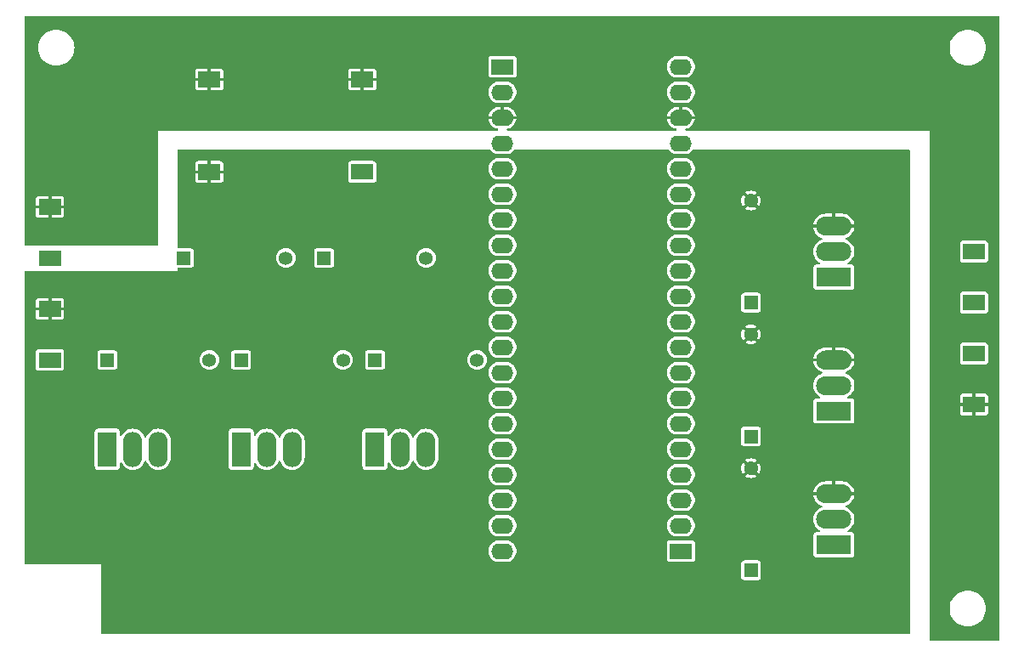
<source format=gbr>
G04 --- HEADER BEGIN --- *
G04 #@! TF.GenerationSoftware,LibrePCB,LibrePCB,1.1.0*
G04 #@! TF.CreationDate,2024-10-06T22:41:27*
G04 #@! TF.ProjectId,phase1,27a80e89-1002-442c-b00c-c9f2b2e6cdd7,v1*
G04 #@! TF.Part,Single*
G04 #@! TF.SameCoordinates*
G04 #@! TF.FileFunction,Copper,L2,Bot*
G04 #@! TF.FilePolarity,Positive*
%FSLAX66Y66*%
%MOMM*%
G01*
G75*
G04 --- HEADER END --- *
G04 --- APERTURE LIST BEGIN --- *
G04 #@! TA.AperFunction,ComponentPad*
%ADD10R,2.19X1.587*%
%ADD11C,1.36*%
%ADD12R,1.36X1.36*%
%ADD13O,2.19X1.587*%
%ADD14O,3.5X1.9*%
%ADD15R,3.5X1.9*%
%ADD16O,1.9X3.5*%
%ADD17R,1.9X3.5*%
G04 #@! TA.AperFunction,Conductor*
%ADD18C,0.01*%
G04 #@! TD*
G04 --- APERTURE LIST END --- *
G04 --- BOARD BEGIN --- *
D10*
G04 #@! TO.N,GND*
G04 #@! TO.C,GND*
G04 #@! TO.P,GND,1,1*
X3175000Y43815000D03*
D11*
G04 #@! TO.C,R8*
G04 #@! TO.P,R8,2,2*
X19050000Y28575000D03*
D12*
G04 #@! TO.N,N9*
G04 #@! TO.P,R8,1,1*
X8890000Y28575000D03*
D10*
G04 #@! TO.N,N8*
G04 #@! TO.C,R/GRN*
G04 #@! TO.P,R/GRN,1,1*
X95250000Y39370000D03*
G04 #@! TO.N,N3*
G04 #@! TO.C,LIN_12V*
G04 #@! TO.P,LIN_12V,1,1*
X3175000Y38735000D03*
D13*
G04 #@! TO.N,N/C*
G04 #@! TO.C,PICO_1-20*
G04 #@! TO.P,PICO_1-20,17,17*
X48260000Y17145000D03*
G04 #@! TO.N,N9*
G04 #@! TO.P,PICO_1-20,4,4*
X48260000Y50165000D03*
G04 #@! TO.N,N/C*
G04 #@! TO.P,PICO_1-20,19,19*
X48260000Y12065000D03*
G04 #@! TO.P,PICO_1-20,20,20*
X48260000Y9525000D03*
G04 #@! TO.P,PICO_1-20,16,16*
X48260000Y19685000D03*
G04 #@! TO.P,PICO_1-20,15,15*
X48260000Y22225000D03*
G04 #@! TO.P,PICO_1-20,14,14*
X48260000Y24765000D03*
G04 #@! TO.P,PICO_1-20,10,10*
X48260000Y34925000D03*
D10*
G04 #@! TO.P,PICO_1-20,1,1*
X48260000Y57785000D03*
D13*
G04 #@! TO.P,PICO_1-20,12,12*
X48260000Y29845000D03*
G04 #@! TO.P,PICO_1-20,7,7*
X48260000Y42545000D03*
G04 #@! TO.N,GND*
G04 #@! TO.P,PICO_1-20,8,8*
X48260000Y40005000D03*
G04 #@! TO.P,PICO_1-20,13,13*
X48260000Y27305000D03*
G04 #@! TO.P,PICO_1-20,18,18*
X48260000Y14605000D03*
G04 #@! TO.N,N10*
G04 #@! TO.P,PICO_1-20,6,6*
X48260000Y45085000D03*
G04 #@! TO.N,GND*
G04 #@! TO.P,PICO_1-20,3,3*
X48260000Y52705000D03*
G04 #@! TO.N,LIN_3V3*
G04 #@! TO.P,PICO_1-20,2,2*
X48260000Y55245000D03*
G04 #@! TO.N,N/C*
G04 #@! TO.P,PICO_1-20,9,9*
X48260000Y37465000D03*
G04 #@! TO.P,PICO_1-20,11,11*
X48260000Y32385000D03*
G04 #@! TO.N,N7*
G04 #@! TO.P,PICO_1-20,5,5*
X48260000Y47625000D03*
D11*
G04 #@! TO.N,12V*
G04 #@! TO.C,R3*
G04 #@! TO.P,R3,2,2*
X73025000Y44450000D03*
D12*
G04 #@! TO.N,N2*
G04 #@! TO.P,R3,1,1*
X73025000Y34290000D03*
D11*
G04 #@! TO.N,12V*
G04 #@! TO.C,R5*
G04 #@! TO.P,R5,2,2*
X73025000Y17780000D03*
D12*
G04 #@! TO.N,N5*
G04 #@! TO.P,R5,1,1*
X73025000Y7620000D03*
D11*
G04 #@! TO.N,LIN_3V3*
G04 #@! TO.C,R1*
G04 #@! TO.P,R1,2,2*
X26670000Y38735000D03*
D12*
G04 #@! TO.N,N3*
G04 #@! TO.P,R1,1,1*
X16510000Y38735000D03*
D14*
G04 #@! TO.N,12V*
G04 #@! TO.C,Q4*
G04 #@! TO.P,Q4,3,S*
X81280000Y41910000D03*
G04 #@! TO.N,N8*
G04 #@! TO.P,Q4,2,D*
X81280000Y39370000D03*
D15*
G04 #@! TO.N,N2*
G04 #@! TO.P,Q4,1,G*
X81280000Y36830000D03*
D16*
G04 #@! TO.N,GND*
G04 #@! TO.C,Q1*
G04 #@! TO.P,Q1,3,S*
X40640000Y19685000D03*
G04 #@! TO.N,N2*
G04 #@! TO.P,Q1,2,D*
X38100000Y19685000D03*
D17*
G04 #@! TO.N,N10*
G04 #@! TO.P,Q1,1,G*
X35560000Y19685000D03*
D10*
G04 #@! TO.N,GND*
G04 #@! TO.C,G/WHT*
G04 #@! TO.P,G/WHT,1,1*
X95250000Y24130000D03*
D14*
G04 #@! TO.N,12V*
G04 #@! TO.C,Q6*
G04 #@! TO.P,Q6,3,S*
X81280000Y15240000D03*
G04 #@! TO.N,N1*
G04 #@! TO.P,Q6,2,D*
X81280000Y12700000D03*
D15*
G04 #@! TO.N,N5*
G04 #@! TO.P,Q6,1,G*
X81280000Y10160000D03*
D11*
G04 #@! TO.N,GND*
G04 #@! TO.C,R6*
G04 #@! TO.P,R6,2,2*
X45720000Y28575000D03*
D12*
G04 #@! TO.N,N10*
G04 #@! TO.P,R6,1,1*
X35560000Y28575000D03*
D11*
G04 #@! TO.N,GND*
G04 #@! TO.C,R2*
G04 #@! TO.P,R2,2,2*
X40640000Y38735000D03*
D12*
G04 #@! TO.N,LIN_3V3*
G04 #@! TO.P,R2,1,1*
X30480000Y38735000D03*
D10*
G04 #@! TO.N,12V*
G04 #@! TO.C,In+*
G04 #@! TO.P,In+,1,1*
X19050000Y47307500D03*
G04 #@! TO.N,N1*
G04 #@! TO.C,T/BRN*
G04 #@! TO.P,T/BRN,1,1*
X95250000Y29210000D03*
D16*
G04 #@! TO.N,GND*
G04 #@! TO.C,Q3*
G04 #@! TO.P,Q3,3,S*
X13970000Y19685000D03*
G04 #@! TO.N,N5*
G04 #@! TO.P,Q3,2,D*
X11430000Y19685000D03*
D17*
G04 #@! TO.N,N9*
G04 #@! TO.P,Q3,1,G*
X8890000Y19685000D03*
D11*
G04 #@! TO.N,12V*
G04 #@! TO.C,R4*
G04 #@! TO.P,R4,2,2*
X73025000Y31115000D03*
D12*
G04 #@! TO.N,N4*
G04 #@! TO.P,R4,1,1*
X73025000Y20955000D03*
D10*
G04 #@! TO.N,N6*
G04 #@! TO.C,L/YLW*
G04 #@! TO.P,L/YLW,1,1*
X95250000Y34290000D03*
G04 #@! TO.N,GND*
G04 #@! TO.C,Out-*
G04 #@! TO.P,Out-,1,1*
X34290000Y56515000D03*
G04 #@! TO.N,12V*
G04 #@! TO.C,12V*
G04 #@! TO.P,12V,1,1*
X3175000Y33655000D03*
G04 #@! TO.N,N/C*
G04 #@! TO.C,DNC*
G04 #@! TO.P,DNC,1,1*
X3175000Y28575000D03*
D13*
G04 #@! TO.C,PICO_21-40*
G04 #@! TO.P,PICO_21-40,17,17*
X66040000Y50165000D03*
G04 #@! TO.P,PICO_21-40,4,4*
X66040000Y17145000D03*
G04 #@! TO.N,3V3*
G04 #@! TO.P,PICO_21-40,19,19*
X66040000Y55245000D03*
G04 #@! TO.N,N/C*
G04 #@! TO.P,PICO_21-40,20,20*
X66040000Y57785000D03*
G04 #@! TO.P,PICO_21-40,16,16*
X66040000Y47625000D03*
G04 #@! TO.P,PICO_21-40,15,15*
X66040000Y45085000D03*
G04 #@! TO.P,PICO_21-40,14,14*
X66040000Y42545000D03*
G04 #@! TO.P,PICO_21-40,10,10*
X66040000Y32385000D03*
D10*
G04 #@! TO.P,PICO_21-40,1,1*
X66040000Y9525000D03*
D13*
G04 #@! TO.P,PICO_21-40,12,12*
X66040000Y37465000D03*
G04 #@! TO.P,PICO_21-40,7,7*
X66040000Y24765000D03*
G04 #@! TO.N,GND*
G04 #@! TO.P,PICO_21-40,8,8*
X66040000Y27305000D03*
G04 #@! TO.P,PICO_21-40,13,13*
X66040000Y40005000D03*
G04 #@! TO.P,PICO_21-40,18,18*
X66040000Y52705000D03*
G04 #@! TO.N,N/C*
G04 #@! TO.P,PICO_21-40,6,6*
X66040000Y22225000D03*
G04 #@! TO.N,GND*
G04 #@! TO.P,PICO_21-40,3,3*
X66040000Y14605000D03*
G04 #@! TO.N,N/C*
G04 #@! TO.P,PICO_21-40,2,2*
X66040000Y12065000D03*
G04 #@! TO.P,PICO_21-40,9,9*
X66040000Y29845000D03*
G04 #@! TO.P,PICO_21-40,11,11*
X66040000Y34925000D03*
G04 #@! TO.P,PICO_21-40,5,5*
X66040000Y19685000D03*
D16*
G04 #@! TO.N,GND*
G04 #@! TO.C,Q2*
G04 #@! TO.P,Q2,3,S*
X27305000Y19685000D03*
G04 #@! TO.N,N4*
G04 #@! TO.P,Q2,2,D*
X24765000Y19685000D03*
D17*
G04 #@! TO.N,N7*
G04 #@! TO.P,Q2,1,G*
X22225000Y19685000D03*
D11*
G04 #@! TO.N,GND*
G04 #@! TO.C,R7*
G04 #@! TO.P,R7,2,2*
X32385000Y28575000D03*
D12*
G04 #@! TO.N,N7*
G04 #@! TO.P,R7,1,1*
X22225000Y28575000D03*
D10*
G04 #@! TO.N,3V3*
G04 #@! TO.C,Out+*
G04 #@! TO.P,Out+,1,1*
X34290000Y47307500D03*
G04 #@! TO.N,GND*
G04 #@! TO.C,In-*
G04 #@! TO.P,In-,1,1*
X19050000Y56515000D03*
D14*
G04 #@! TO.N,12V*
G04 #@! TO.C,Q5*
G04 #@! TO.P,Q5,3,S*
X81280000Y28575000D03*
G04 #@! TO.N,N6*
G04 #@! TO.P,Q5,2,D*
X81280000Y26035000D03*
D15*
G04 #@! TO.N,N4*
G04 #@! TO.P,Q5,1,G*
X81280000Y23495000D03*
D18*
G04 #@! TD.C*
G04 #@! TD.P*
G04 #@! TA.AperFunction,Conductor*
G04 #@! TO.N,GND*
G36*
X635000Y40104999D02*
X654500Y40045672D01*
X734999Y40005000D01*
X2083931Y40005000D01*
X2083931Y42721500D01*
X2076118Y42722115D01*
X1995069Y42734952D01*
X1980282Y42739756D01*
X1910674Y42775223D01*
X1898101Y42784358D01*
X1842858Y42839601D01*
X1833723Y42852174D01*
X1798256Y42921782D01*
X1793452Y42936569D01*
X1780615Y43017618D01*
X1780000Y43025431D01*
X1780000Y43648982D01*
X1781566Y43653747D01*
X1796013Y43661046D01*
X1796013Y43965005D01*
X1791248Y43966571D01*
X1780000Y43988833D01*
X1780000Y44604569D01*
X1780615Y44612382D01*
X1793452Y44693431D01*
X1798256Y44708218D01*
X1833723Y44777826D01*
X1842858Y44790399D01*
X1898101Y44845642D01*
X1910674Y44854777D01*
X1980282Y44890244D01*
X1995069Y44895048D01*
X2076118Y44907885D01*
X2083931Y44908500D01*
X3008982Y44908500D01*
X3013747Y44906934D01*
X3024995Y44884672D01*
X3024995Y44608500D01*
X2080000Y44608500D01*
X2080000Y43965005D01*
X1796013Y43965005D01*
X1796013Y43661046D01*
X1803828Y43664995D01*
X2080000Y43664995D01*
X2080000Y43021500D01*
X3024995Y43021500D01*
X3024995Y42737513D01*
X3023429Y42732748D01*
X3001167Y42721500D01*
X2083931Y42721500D01*
X2083931Y40005000D01*
X3341018Y40005000D01*
X3341018Y42721500D01*
X3336253Y42723066D01*
X3325005Y42745328D01*
X3325005Y43021500D01*
X4270000Y43021500D01*
X4270000Y43664995D01*
X4270000Y43965005D01*
X4270000Y44608500D01*
X3325005Y44608500D01*
X3325005Y44892487D01*
X3326571Y44897252D01*
X3348833Y44908500D01*
X3806435Y44908500D01*
X3806435Y57890255D01*
X3557399Y57908066D01*
X3550344Y57909080D01*
X3306364Y57962155D01*
X3299538Y57964160D01*
X3065596Y58051415D01*
X3059123Y58054371D01*
X2839977Y58174035D01*
X2833988Y58177884D01*
X2634110Y58327510D01*
X2628727Y58332175D01*
X2452175Y58508727D01*
X2447510Y58514110D01*
X2297884Y58713988D01*
X2294035Y58719977D01*
X2174371Y58939123D01*
X2171415Y58945596D01*
X2084160Y59179538D01*
X2082155Y59186364D01*
X2029080Y59430344D01*
X2028066Y59437399D01*
X2010255Y59686435D01*
X2010255Y59693565D01*
X2028066Y59942601D01*
X2029080Y59949656D01*
X2082155Y60193636D01*
X2084160Y60200462D01*
X2171415Y60434404D01*
X2174371Y60440877D01*
X2294035Y60660023D01*
X2297884Y60666012D01*
X2447510Y60865890D01*
X2452175Y60871273D01*
X2628727Y61047825D01*
X2634110Y61052490D01*
X2833988Y61202116D01*
X2839977Y61205965D01*
X3059123Y61325629D01*
X3065596Y61328585D01*
X3299538Y61415840D01*
X3306364Y61417845D01*
X3550344Y61470920D01*
X3557399Y61471934D01*
X3806435Y61489745D01*
X3813565Y61489745D01*
X4062601Y61471934D01*
X4069656Y61470920D01*
X4313636Y61417845D01*
X4320462Y61415840D01*
X4554404Y61328585D01*
X4560877Y61325629D01*
X4780023Y61205965D01*
X4786012Y61202116D01*
X4985890Y61052490D01*
X4991273Y61047825D01*
X5167825Y60871273D01*
X5172490Y60865890D01*
X5322116Y60666012D01*
X5325965Y60660023D01*
X5445629Y60440877D01*
X5448585Y60434404D01*
X5535840Y60200462D01*
X5537845Y60193636D01*
X5590920Y59949656D01*
X5591934Y59942601D01*
X5609745Y59693565D01*
X5609745Y59686435D01*
X5591934Y59437399D01*
X5590920Y59430344D01*
X5537845Y59186364D01*
X5535840Y59179538D01*
X5448585Y58945596D01*
X5445629Y58939123D01*
X5325965Y58719977D01*
X5322116Y58713988D01*
X5172490Y58514110D01*
X5167825Y58508727D01*
X4991273Y58332175D01*
X4985890Y58327510D01*
X4786012Y58177884D01*
X4780023Y58174035D01*
X4560877Y58054371D01*
X4554404Y58051415D01*
X4320462Y57964160D01*
X4313636Y57962155D01*
X4069656Y57909080D01*
X4062601Y57908066D01*
X3813565Y57890255D01*
X3806435Y57890255D01*
X3806435Y44908500D01*
X4266069Y44908500D01*
X4273882Y44907885D01*
X4354931Y44895048D01*
X4369718Y44890244D01*
X4439326Y44854777D01*
X4451899Y44845642D01*
X4507142Y44790399D01*
X4516277Y44777826D01*
X4551744Y44708218D01*
X4556548Y44693431D01*
X4569385Y44612382D01*
X4570000Y44604569D01*
X4570000Y43981018D01*
X4568434Y43976253D01*
X4546172Y43965005D01*
X4270000Y43965005D01*
X4270000Y43664995D01*
X4553987Y43664995D01*
X4558752Y43663429D01*
X4570000Y43641167D01*
X4570000Y43025431D01*
X4569385Y43017618D01*
X4556548Y42936569D01*
X4551744Y42921782D01*
X4516277Y42852174D01*
X4507142Y42839601D01*
X4451899Y42784358D01*
X4439326Y42775223D01*
X4369718Y42739756D01*
X4354931Y42734952D01*
X4273882Y42722115D01*
X4266069Y42721500D01*
X3341018Y42721500D01*
X3341018Y40005000D01*
X13870001Y40005000D01*
X13929328Y40024500D01*
X13970000Y40104999D01*
X13970000Y51418987D01*
X13971566Y51423752D01*
X13993828Y51435000D01*
X17958931Y51435000D01*
X17958931Y55421500D01*
X17951118Y55422115D01*
X17870069Y55434952D01*
X17855282Y55439756D01*
X17785674Y55475223D01*
X17773101Y55484358D01*
X17717858Y55539601D01*
X17708723Y55552174D01*
X17673256Y55621782D01*
X17668452Y55636569D01*
X17655615Y55717618D01*
X17655000Y55725431D01*
X17655000Y56348982D01*
X17656566Y56353747D01*
X17671013Y56361046D01*
X17671013Y56665005D01*
X17666248Y56666571D01*
X17655000Y56688833D01*
X17655000Y57304569D01*
X17655615Y57312382D01*
X17668452Y57393431D01*
X17673256Y57408218D01*
X17708723Y57477826D01*
X17717858Y57490399D01*
X17773101Y57545642D01*
X17785674Y57554777D01*
X17855282Y57590244D01*
X17870069Y57595048D01*
X17951118Y57607885D01*
X17958931Y57608500D01*
X18883982Y57608500D01*
X18888747Y57606934D01*
X18899995Y57584672D01*
X18899995Y57308500D01*
X17955000Y57308500D01*
X17955000Y56665005D01*
X17671013Y56665005D01*
X17671013Y56361046D01*
X17678828Y56364995D01*
X17955000Y56364995D01*
X17955000Y55721500D01*
X18899995Y55721500D01*
X18899995Y55437513D01*
X18898429Y55432748D01*
X18876167Y55421500D01*
X17958931Y55421500D01*
X17958931Y51435000D01*
X19216018Y51435000D01*
X19216018Y55421500D01*
X19211253Y55423066D01*
X19200005Y55445328D01*
X19200005Y55721500D01*
X20145000Y55721500D01*
X20145000Y56364995D01*
X20145000Y56665005D01*
X20145000Y57308500D01*
X19200005Y57308500D01*
X19200005Y57592487D01*
X19201571Y57597252D01*
X19223833Y57608500D01*
X20141069Y57608500D01*
X20148882Y57607885D01*
X20229931Y57595048D01*
X20244718Y57590244D01*
X20314326Y57554777D01*
X20326899Y57545642D01*
X20382142Y57490399D01*
X20391277Y57477826D01*
X20426744Y57408218D01*
X20431548Y57393431D01*
X20444385Y57312382D01*
X20445000Y57304569D01*
X20445000Y56681018D01*
X20443434Y56676253D01*
X20421172Y56665005D01*
X20145000Y56665005D01*
X20145000Y56364995D01*
X20428987Y56364995D01*
X20433752Y56363429D01*
X20445000Y56341167D01*
X20445000Y55725431D01*
X20444385Y55717618D01*
X20431548Y55636569D01*
X20426744Y55621782D01*
X20391277Y55552174D01*
X20382142Y55539601D01*
X20326899Y55484358D01*
X20314326Y55475223D01*
X20244718Y55439756D01*
X20229931Y55434952D01*
X20148882Y55422115D01*
X20141069Y55421500D01*
X19216018Y55421500D01*
X19216018Y51435000D01*
X33198931Y51435000D01*
X33198931Y55421500D01*
X33191118Y55422115D01*
X33110069Y55434952D01*
X33095282Y55439756D01*
X33025674Y55475223D01*
X33013101Y55484358D01*
X32957858Y55539601D01*
X32948723Y55552174D01*
X32913256Y55621782D01*
X32908452Y55636569D01*
X32895615Y55717618D01*
X32895000Y55725431D01*
X32895000Y56348982D01*
X32896566Y56353747D01*
X32911013Y56361046D01*
X32911013Y56665005D01*
X32906248Y56666571D01*
X32895000Y56688833D01*
X32895000Y57304569D01*
X32895615Y57312382D01*
X32908452Y57393431D01*
X32913256Y57408218D01*
X32948723Y57477826D01*
X32957858Y57490399D01*
X33013101Y57545642D01*
X33025674Y57554777D01*
X33095282Y57590244D01*
X33110069Y57595048D01*
X33191118Y57607885D01*
X33198931Y57608500D01*
X34123982Y57608500D01*
X34128747Y57606934D01*
X34139995Y57584672D01*
X34139995Y57308500D01*
X33195000Y57308500D01*
X33195000Y56665005D01*
X32911013Y56665005D01*
X32911013Y56361046D01*
X32918828Y56364995D01*
X33195000Y56364995D01*
X33195000Y55721500D01*
X34139995Y55721500D01*
X34139995Y55437513D01*
X34138429Y55432748D01*
X34116167Y55421500D01*
X33198931Y55421500D01*
X33198931Y51435000D01*
X34456018Y51435000D01*
X34456018Y55421500D01*
X34451253Y55423066D01*
X34440005Y55445328D01*
X34440005Y55721500D01*
X35385000Y55721500D01*
X35385000Y56364995D01*
X35385000Y56665005D01*
X35385000Y57308500D01*
X34440005Y57308500D01*
X34440005Y57592487D01*
X34441571Y57597252D01*
X34463833Y57608500D01*
X35381069Y57608500D01*
X35388882Y57607885D01*
X35469931Y57595048D01*
X35484718Y57590244D01*
X35554326Y57554777D01*
X35566899Y57545642D01*
X35622142Y57490399D01*
X35631277Y57477826D01*
X35666744Y57408218D01*
X35671548Y57393431D01*
X35684385Y57312382D01*
X35685000Y57304569D01*
X35685000Y56681018D01*
X35683434Y56676253D01*
X35661172Y56665005D01*
X35385000Y56665005D01*
X35385000Y56364995D01*
X35668987Y56364995D01*
X35673752Y56363429D01*
X35685000Y56341167D01*
X35685000Y55725431D01*
X35684385Y55717618D01*
X35671548Y55636569D01*
X35666744Y55621782D01*
X35631277Y55552174D01*
X35622142Y55539601D01*
X35566899Y55484358D01*
X35554326Y55475223D01*
X35484718Y55439756D01*
X35469931Y55434952D01*
X35388882Y55422115D01*
X35381069Y55421500D01*
X34456018Y55421500D01*
X34456018Y51435000D01*
X47726471Y51435000D01*
X47785798Y51454500D01*
X47821987Y51505395D01*
X47820925Y51567836D01*
X47783025Y51617470D01*
X47753837Y51631181D01*
X47567931Y51684076D01*
X47559337Y51687406D01*
X47386987Y51773226D01*
X47379157Y51778074D01*
X47225508Y51894104D01*
X47218695Y51900316D01*
X47088982Y52042603D01*
X47083436Y52049947D01*
X46982069Y52213661D01*
X46977971Y52221891D01*
X46908417Y52401433D01*
X46905893Y52410301D01*
X46881787Y52539255D01*
X46883583Y52552704D01*
X46884148Y52553289D01*
X46891040Y52554995D01*
X46894858Y52554995D01*
X46894858Y52855005D01*
X46881968Y52859242D01*
X46881497Y52859905D01*
X46881086Y52866994D01*
X46905893Y52999699D01*
X46908417Y53008567D01*
X46977971Y53188109D01*
X46982069Y53196339D01*
X47083436Y53360053D01*
X47088982Y53367397D01*
X47218695Y53509684D01*
X47225508Y53515896D01*
X47379157Y53631926D01*
X47386987Y53636774D01*
X47559337Y53722594D01*
X47567931Y53725924D01*
X47753126Y53778616D01*
X47762175Y53780308D01*
X47956195Y53798286D01*
X47960811Y53798500D01*
X47960811Y54151500D01*
X47956195Y54151714D01*
X47762175Y54169692D01*
X47753126Y54171384D01*
X47567931Y54224076D01*
X47559337Y54227406D01*
X47386987Y54313226D01*
X47379157Y54318074D01*
X47225508Y54434104D01*
X47218695Y54440316D01*
X47088982Y54582603D01*
X47083436Y54589947D01*
X46982069Y54753661D01*
X46977971Y54761891D01*
X46908417Y54941433D01*
X46905893Y54950301D01*
X46870514Y55139561D01*
X46869665Y55148726D01*
X46869665Y55341274D01*
X46870514Y55350439D01*
X46905893Y55539699D01*
X46908417Y55548567D01*
X46977971Y55728109D01*
X46982069Y55736339D01*
X47083436Y55900053D01*
X47088982Y55907397D01*
X47168931Y55995096D01*
X47168931Y56691500D01*
X47161118Y56692115D01*
X47080069Y56704952D01*
X47065282Y56709756D01*
X46995674Y56745223D01*
X46983101Y56754358D01*
X46927858Y56809601D01*
X46918723Y56822174D01*
X46883256Y56891782D01*
X46878452Y56906569D01*
X46865615Y56987618D01*
X46865000Y56995431D01*
X46865000Y58574569D01*
X46865615Y58582382D01*
X46878452Y58663431D01*
X46883256Y58678218D01*
X46918723Y58747826D01*
X46927858Y58760399D01*
X46983101Y58815642D01*
X46995674Y58824777D01*
X47065282Y58860244D01*
X47080069Y58865048D01*
X47161118Y58877885D01*
X47168931Y58878500D01*
X49351069Y58878500D01*
X49358882Y58877885D01*
X49439931Y58865048D01*
X49454718Y58860244D01*
X49524326Y58824777D01*
X49536899Y58815642D01*
X49592142Y58760399D01*
X49601277Y58747826D01*
X49636744Y58678218D01*
X49641548Y58663431D01*
X49654385Y58582382D01*
X49655000Y58574569D01*
X49655000Y56995431D01*
X49654385Y56987618D01*
X49641548Y56906569D01*
X49636744Y56891782D01*
X49601277Y56822174D01*
X49592142Y56809601D01*
X49536899Y56754358D01*
X49524326Y56745223D01*
X49454718Y56709756D01*
X49439931Y56704952D01*
X49358882Y56692115D01*
X49351069Y56691500D01*
X47168931Y56691500D01*
X47168931Y55995096D01*
X47218695Y56049684D01*
X47225508Y56055896D01*
X47379157Y56171926D01*
X47386987Y56176774D01*
X47559337Y56262594D01*
X47567931Y56265924D01*
X47753126Y56318616D01*
X47762175Y56320308D01*
X47956195Y56338286D01*
X47960811Y56338500D01*
X48559189Y56338500D01*
X48563805Y56338286D01*
X48757825Y56320308D01*
X48766874Y56318616D01*
X48952069Y56265924D01*
X48960663Y56262594D01*
X49133013Y56176774D01*
X49140843Y56171926D01*
X49294492Y56055896D01*
X49301305Y56049684D01*
X49431018Y55907397D01*
X49436564Y55900053D01*
X49537931Y55736339D01*
X49542029Y55728109D01*
X49611583Y55548567D01*
X49614107Y55539699D01*
X49649486Y55350439D01*
X49650335Y55341274D01*
X49650335Y55148726D01*
X49649486Y55139561D01*
X49614107Y54950301D01*
X49611583Y54941433D01*
X49542029Y54761891D01*
X49537931Y54753661D01*
X49436564Y54589947D01*
X49431018Y54582603D01*
X49301305Y54440316D01*
X49294492Y54434104D01*
X49140843Y54318074D01*
X49133013Y54313226D01*
X48960663Y54227406D01*
X48952069Y54224076D01*
X48766874Y54171384D01*
X48757825Y54169692D01*
X48563805Y54151714D01*
X48559189Y54151500D01*
X47960811Y54151500D01*
X47960811Y53798500D01*
X48093982Y53798500D01*
X48098747Y53796934D01*
X48109995Y53774672D01*
X48109995Y53498500D01*
X47958500Y53498500D01*
X47781930Y53478605D01*
X47614213Y53419919D01*
X47463761Y53325383D01*
X47338117Y53199739D01*
X47243581Y53049287D01*
X47184895Y52881570D01*
X47181902Y52855005D01*
X46894858Y52855005D01*
X46894858Y52554995D01*
X47181902Y52554995D01*
X47184895Y52528430D01*
X47243581Y52360713D01*
X47338117Y52210261D01*
X47463761Y52084617D01*
X47614213Y51990081D01*
X47781930Y51931395D01*
X47958500Y51911500D01*
X48561500Y51911500D01*
X48738070Y51931395D01*
X48905787Y51990081D01*
X49056239Y52084617D01*
X49181883Y52210261D01*
X49276419Y52360713D01*
X49335105Y52528430D01*
X49338098Y52554995D01*
X49338098Y52855005D01*
X49335105Y52881570D01*
X49276419Y53049287D01*
X49181883Y53199739D01*
X49056239Y53325383D01*
X48905787Y53419919D01*
X48738070Y53478605D01*
X48561500Y53498500D01*
X48410005Y53498500D01*
X48410005Y53782487D01*
X48411571Y53787252D01*
X48433833Y53798500D01*
X48559189Y53798500D01*
X48563805Y53798286D01*
X48757825Y53780308D01*
X48766874Y53778616D01*
X48952069Y53725924D01*
X48960663Y53722594D01*
X49133013Y53636774D01*
X49140843Y53631926D01*
X49294492Y53515896D01*
X49301305Y53509684D01*
X49431018Y53367397D01*
X49436564Y53360053D01*
X49537931Y53196339D01*
X49542029Y53188109D01*
X49611583Y53008567D01*
X49614107Y52999699D01*
X49638213Y52870745D01*
X49636417Y52857296D01*
X49635852Y52856711D01*
X49628960Y52855005D01*
X49338098Y52855005D01*
X49338098Y52554995D01*
X49625142Y52554995D01*
X49638032Y52550758D01*
X49638503Y52550095D01*
X49638914Y52543006D01*
X49614107Y52410301D01*
X49611583Y52401433D01*
X49542029Y52221891D01*
X49537931Y52213661D01*
X49436564Y52049947D01*
X49431018Y52042603D01*
X49301305Y51900316D01*
X49294492Y51894104D01*
X49140843Y51778074D01*
X49133013Y51773226D01*
X48960663Y51687406D01*
X48952069Y51684076D01*
X48766163Y51631181D01*
X48714437Y51596189D01*
X48693557Y51537333D01*
X48711667Y51477567D01*
X48761703Y51440200D01*
X48793529Y51435000D01*
X65506471Y51435000D01*
X65565798Y51454500D01*
X65601987Y51505395D01*
X65600925Y51567836D01*
X65563025Y51617470D01*
X65533837Y51631181D01*
X65347931Y51684076D01*
X65339337Y51687406D01*
X65166987Y51773226D01*
X65159157Y51778074D01*
X65005508Y51894104D01*
X64998695Y51900316D01*
X64868982Y52042603D01*
X64863436Y52049947D01*
X64762069Y52213661D01*
X64757971Y52221891D01*
X64688417Y52401433D01*
X64685893Y52410301D01*
X64661787Y52539255D01*
X64663583Y52552704D01*
X64664148Y52553289D01*
X64671040Y52554995D01*
X64674858Y52554995D01*
X64674858Y52855005D01*
X64661968Y52859242D01*
X64661497Y52859905D01*
X64661086Y52866994D01*
X64685893Y52999699D01*
X64688417Y53008567D01*
X64757971Y53188109D01*
X64762069Y53196339D01*
X64863436Y53360053D01*
X64868982Y53367397D01*
X64998695Y53509684D01*
X65005508Y53515896D01*
X65159157Y53631926D01*
X65166987Y53636774D01*
X65339337Y53722594D01*
X65347931Y53725924D01*
X65533126Y53778616D01*
X65542175Y53780308D01*
X65736195Y53798286D01*
X65740811Y53798500D01*
X65740811Y54151500D01*
X65736195Y54151714D01*
X65542175Y54169692D01*
X65533126Y54171384D01*
X65347931Y54224076D01*
X65339337Y54227406D01*
X65166987Y54313226D01*
X65159157Y54318074D01*
X65005508Y54434104D01*
X64998695Y54440316D01*
X64868982Y54582603D01*
X64863436Y54589947D01*
X64762069Y54753661D01*
X64757971Y54761891D01*
X64688417Y54941433D01*
X64685893Y54950301D01*
X64650514Y55139561D01*
X64649665Y55148726D01*
X64649665Y55341274D01*
X64650514Y55350439D01*
X64685893Y55539699D01*
X64688417Y55548567D01*
X64757971Y55728109D01*
X64762069Y55736339D01*
X64863436Y55900053D01*
X64868982Y55907397D01*
X64998695Y56049684D01*
X65005508Y56055896D01*
X65159157Y56171926D01*
X65166987Y56176774D01*
X65339337Y56262594D01*
X65347931Y56265924D01*
X65533126Y56318616D01*
X65542175Y56320308D01*
X65736195Y56338286D01*
X65740811Y56338500D01*
X65740811Y56691500D01*
X65736195Y56691714D01*
X65542175Y56709692D01*
X65533126Y56711384D01*
X65347931Y56764076D01*
X65339337Y56767406D01*
X65166987Y56853226D01*
X65159157Y56858074D01*
X65005508Y56974104D01*
X64998695Y56980316D01*
X64868982Y57122603D01*
X64863436Y57129947D01*
X64762069Y57293661D01*
X64757971Y57301891D01*
X64688417Y57481433D01*
X64685893Y57490301D01*
X64650514Y57679561D01*
X64649665Y57688726D01*
X64649665Y57881274D01*
X64650514Y57890439D01*
X64685893Y58079699D01*
X64688417Y58088567D01*
X64757971Y58268109D01*
X64762069Y58276339D01*
X64863436Y58440053D01*
X64868982Y58447397D01*
X64998695Y58589684D01*
X65005508Y58595896D01*
X65159157Y58711926D01*
X65166987Y58716774D01*
X65339337Y58802594D01*
X65347931Y58805924D01*
X65533126Y58858616D01*
X65542175Y58860308D01*
X65736195Y58878286D01*
X65740811Y58878500D01*
X66339189Y58878500D01*
X66343805Y58878286D01*
X66537825Y58860308D01*
X66546874Y58858616D01*
X66732069Y58805924D01*
X66740663Y58802594D01*
X66913013Y58716774D01*
X66920843Y58711926D01*
X67074492Y58595896D01*
X67081305Y58589684D01*
X67211018Y58447397D01*
X67216564Y58440053D01*
X67317931Y58276339D01*
X67322029Y58268109D01*
X67391583Y58088567D01*
X67394107Y58079699D01*
X67429486Y57890439D01*
X67430335Y57881274D01*
X67430335Y57688726D01*
X67429486Y57679561D01*
X67394107Y57490301D01*
X67391583Y57481433D01*
X67322029Y57301891D01*
X67317931Y57293661D01*
X67216564Y57129947D01*
X67211018Y57122603D01*
X67081305Y56980316D01*
X67074492Y56974104D01*
X66920843Y56858074D01*
X66913013Y56853226D01*
X66740663Y56767406D01*
X66732069Y56764076D01*
X66546874Y56711384D01*
X66537825Y56709692D01*
X66343805Y56691714D01*
X66339189Y56691500D01*
X65740811Y56691500D01*
X65740811Y56338500D01*
X66339189Y56338500D01*
X66343805Y56338286D01*
X66537825Y56320308D01*
X66546874Y56318616D01*
X66732069Y56265924D01*
X66740663Y56262594D01*
X66913013Y56176774D01*
X66920843Y56171926D01*
X67074492Y56055896D01*
X67081305Y56049684D01*
X67211018Y55907397D01*
X67216564Y55900053D01*
X67317931Y55736339D01*
X67322029Y55728109D01*
X67391583Y55548567D01*
X67394107Y55539699D01*
X67429486Y55350439D01*
X67430335Y55341274D01*
X67430335Y55148726D01*
X67429486Y55139561D01*
X67394107Y54950301D01*
X67391583Y54941433D01*
X67322029Y54761891D01*
X67317931Y54753661D01*
X67216564Y54589947D01*
X67211018Y54582603D01*
X67081305Y54440316D01*
X67074492Y54434104D01*
X66920843Y54318074D01*
X66913013Y54313226D01*
X66740663Y54227406D01*
X66732069Y54224076D01*
X66546874Y54171384D01*
X66537825Y54169692D01*
X66343805Y54151714D01*
X66339189Y54151500D01*
X65740811Y54151500D01*
X65740811Y53798500D01*
X65873982Y53798500D01*
X65878747Y53796934D01*
X65889995Y53774672D01*
X65889995Y53498500D01*
X65738500Y53498500D01*
X65561930Y53478605D01*
X65394213Y53419919D01*
X65243761Y53325383D01*
X65118117Y53199739D01*
X65023581Y53049287D01*
X64964895Y52881570D01*
X64961902Y52855005D01*
X64674858Y52855005D01*
X64674858Y52554995D01*
X64961902Y52554995D01*
X64964895Y52528430D01*
X65023581Y52360713D01*
X65118117Y52210261D01*
X65243761Y52084617D01*
X65394213Y51990081D01*
X65561930Y51931395D01*
X65738500Y51911500D01*
X66341500Y51911500D01*
X66518070Y51931395D01*
X66685787Y51990081D01*
X66836239Y52084617D01*
X66961883Y52210261D01*
X67056419Y52360713D01*
X67115105Y52528430D01*
X67118098Y52554995D01*
X67118098Y52855005D01*
X67115105Y52881570D01*
X67056419Y53049287D01*
X66961883Y53199739D01*
X66836239Y53325383D01*
X66685787Y53419919D01*
X66518070Y53478605D01*
X66341500Y53498500D01*
X66190005Y53498500D01*
X66190005Y53782487D01*
X66191571Y53787252D01*
X66213833Y53798500D01*
X66339189Y53798500D01*
X66343805Y53798286D01*
X66537825Y53780308D01*
X66546874Y53778616D01*
X66732069Y53725924D01*
X66740663Y53722594D01*
X66913013Y53636774D01*
X66920843Y53631926D01*
X67074492Y53515896D01*
X67081305Y53509684D01*
X67211018Y53367397D01*
X67216564Y53360053D01*
X67317931Y53196339D01*
X67322029Y53188109D01*
X67391583Y53008567D01*
X67394107Y52999699D01*
X67418213Y52870745D01*
X67416417Y52857296D01*
X67415852Y52856711D01*
X67408960Y52855005D01*
X67118098Y52855005D01*
X67118098Y52554995D01*
X67405142Y52554995D01*
X67418032Y52550758D01*
X67418503Y52550095D01*
X67418914Y52543006D01*
X67394107Y52410301D01*
X67391583Y52401433D01*
X67322029Y52221891D01*
X67317931Y52213661D01*
X67216564Y52049947D01*
X67211018Y52042603D01*
X67081305Y51900316D01*
X67074492Y51894104D01*
X66920843Y51778074D01*
X66913013Y51773226D01*
X66740663Y51687406D01*
X66732069Y51684076D01*
X66546163Y51631181D01*
X66494437Y51596189D01*
X66473557Y51537333D01*
X66491667Y51477567D01*
X66541703Y51440200D01*
X66573529Y51435000D01*
X90788987Y51435000D01*
X90793752Y51433434D01*
X90805000Y51411172D01*
X90805000Y734999D01*
X90824500Y675672D01*
X90904999Y635000D01*
X94611435Y635000D01*
X94611435Y2010255D01*
X94362399Y2028066D01*
X94355344Y2029080D01*
X94111364Y2082155D01*
X94104538Y2084160D01*
X93870596Y2171415D01*
X93864123Y2174371D01*
X93644977Y2294035D01*
X93638988Y2297884D01*
X93439110Y2447510D01*
X93433727Y2452175D01*
X93257175Y2628727D01*
X93252510Y2634110D01*
X93102884Y2833988D01*
X93099035Y2839977D01*
X92979371Y3059123D01*
X92976415Y3065596D01*
X92889160Y3299538D01*
X92887155Y3306364D01*
X92834080Y3550344D01*
X92833066Y3557399D01*
X92815255Y3806435D01*
X92815255Y3813565D01*
X92833066Y4062601D01*
X92834080Y4069656D01*
X92887155Y4313636D01*
X92889160Y4320462D01*
X92976415Y4554404D01*
X92979371Y4560877D01*
X93099035Y4780023D01*
X93102884Y4786012D01*
X93252510Y4985890D01*
X93257175Y4991273D01*
X93433727Y5167825D01*
X93439110Y5172490D01*
X93638988Y5322116D01*
X93644977Y5325965D01*
X93864123Y5445629D01*
X93870596Y5448585D01*
X94104538Y5535840D01*
X94111364Y5537845D01*
X94158931Y5548192D01*
X94158931Y23036500D01*
X94151118Y23037115D01*
X94070069Y23049952D01*
X94055282Y23054756D01*
X93985674Y23090223D01*
X93973101Y23099358D01*
X93917858Y23154601D01*
X93908723Y23167174D01*
X93873256Y23236782D01*
X93868452Y23251569D01*
X93855615Y23332618D01*
X93855000Y23340431D01*
X93855000Y23963982D01*
X93856566Y23968747D01*
X93871013Y23976046D01*
X93871013Y24280005D01*
X93866248Y24281571D01*
X93855000Y24303833D01*
X93855000Y24919569D01*
X93855615Y24927382D01*
X93868452Y25008431D01*
X93873256Y25023218D01*
X93908723Y25092826D01*
X93917858Y25105399D01*
X93973101Y25160642D01*
X93985674Y25169777D01*
X94055282Y25205244D01*
X94070069Y25210048D01*
X94151118Y25222885D01*
X94158931Y25223500D01*
X94158931Y28116500D01*
X94151118Y28117115D01*
X94070069Y28129952D01*
X94055282Y28134756D01*
X93985674Y28170223D01*
X93973101Y28179358D01*
X93917858Y28234601D01*
X93908723Y28247174D01*
X93873256Y28316782D01*
X93868452Y28331569D01*
X93855615Y28412618D01*
X93855000Y28420431D01*
X93855000Y29999569D01*
X93855615Y30007382D01*
X93868452Y30088431D01*
X93873256Y30103218D01*
X93908723Y30172826D01*
X93917858Y30185399D01*
X93973101Y30240642D01*
X93985674Y30249777D01*
X94055282Y30285244D01*
X94070069Y30290048D01*
X94151118Y30302885D01*
X94158931Y30303500D01*
X94158931Y33196500D01*
X94151118Y33197115D01*
X94070069Y33209952D01*
X94055282Y33214756D01*
X93985674Y33250223D01*
X93973101Y33259358D01*
X93917858Y33314601D01*
X93908723Y33327174D01*
X93873256Y33396782D01*
X93868452Y33411569D01*
X93855615Y33492618D01*
X93855000Y33500431D01*
X93855000Y35079569D01*
X93855615Y35087382D01*
X93868452Y35168431D01*
X93873256Y35183218D01*
X93908723Y35252826D01*
X93917858Y35265399D01*
X93973101Y35320642D01*
X93985674Y35329777D01*
X94055282Y35365244D01*
X94070069Y35370048D01*
X94151118Y35382885D01*
X94158931Y35383500D01*
X94158931Y38276500D01*
X94151118Y38277115D01*
X94070069Y38289952D01*
X94055282Y38294756D01*
X93985674Y38330223D01*
X93973101Y38339358D01*
X93917858Y38394601D01*
X93908723Y38407174D01*
X93873256Y38476782D01*
X93868452Y38491569D01*
X93855615Y38572618D01*
X93855000Y38580431D01*
X93855000Y40159569D01*
X93855615Y40167382D01*
X93868452Y40248431D01*
X93873256Y40263218D01*
X93908723Y40332826D01*
X93917858Y40345399D01*
X93973101Y40400642D01*
X93985674Y40409777D01*
X94055282Y40445244D01*
X94070069Y40450048D01*
X94151118Y40462885D01*
X94158931Y40463500D01*
X94611435Y40463500D01*
X94611435Y57890255D01*
X94362399Y57908066D01*
X94355344Y57909080D01*
X94111364Y57962155D01*
X94104538Y57964160D01*
X93870596Y58051415D01*
X93864123Y58054371D01*
X93644977Y58174035D01*
X93638988Y58177884D01*
X93439110Y58327510D01*
X93433727Y58332175D01*
X93257175Y58508727D01*
X93252510Y58514110D01*
X93102884Y58713988D01*
X93099035Y58719977D01*
X92979371Y58939123D01*
X92976415Y58945596D01*
X92889160Y59179538D01*
X92887155Y59186364D01*
X92834080Y59430344D01*
X92833066Y59437399D01*
X92815255Y59686435D01*
X92815255Y59693565D01*
X92833066Y59942601D01*
X92834080Y59949656D01*
X92887155Y60193636D01*
X92889160Y60200462D01*
X92976415Y60434404D01*
X92979371Y60440877D01*
X93099035Y60660023D01*
X93102884Y60666012D01*
X93252510Y60865890D01*
X93257175Y60871273D01*
X93433727Y61047825D01*
X93439110Y61052490D01*
X93638988Y61202116D01*
X93644977Y61205965D01*
X93864123Y61325629D01*
X93870596Y61328585D01*
X94104538Y61415840D01*
X94111364Y61417845D01*
X94355344Y61470920D01*
X94362399Y61471934D01*
X94611435Y61489745D01*
X94618565Y61489745D01*
X94867601Y61471934D01*
X94874656Y61470920D01*
X95118636Y61417845D01*
X95125462Y61415840D01*
X95359404Y61328585D01*
X95365877Y61325629D01*
X95585023Y61205965D01*
X95591012Y61202116D01*
X95790890Y61052490D01*
X95796273Y61047825D01*
X95972825Y60871273D01*
X95977490Y60865890D01*
X96127116Y60666012D01*
X96130965Y60660023D01*
X96250629Y60440877D01*
X96253585Y60434404D01*
X96340840Y60200462D01*
X96342845Y60193636D01*
X96395920Y59949656D01*
X96396934Y59942601D01*
X96414745Y59693565D01*
X96414745Y59686435D01*
X96396934Y59437399D01*
X96395920Y59430344D01*
X96342845Y59186364D01*
X96340840Y59179538D01*
X96253585Y58945596D01*
X96250629Y58939123D01*
X96130965Y58719977D01*
X96127116Y58713988D01*
X95977490Y58514110D01*
X95972825Y58508727D01*
X95796273Y58332175D01*
X95790890Y58327510D01*
X95591012Y58177884D01*
X95585023Y58174035D01*
X95365877Y58054371D01*
X95359404Y58051415D01*
X95125462Y57964160D01*
X95118636Y57962155D01*
X94874656Y57909080D01*
X94867601Y57908066D01*
X94618565Y57890255D01*
X94611435Y57890255D01*
X94611435Y40463500D01*
X96341069Y40463500D01*
X96348882Y40462885D01*
X96429931Y40450048D01*
X96444718Y40445244D01*
X96514326Y40409777D01*
X96526899Y40400642D01*
X96582142Y40345399D01*
X96591277Y40332826D01*
X96626744Y40263218D01*
X96631548Y40248431D01*
X96644385Y40167382D01*
X96645000Y40159569D01*
X96645000Y38580431D01*
X96644385Y38572618D01*
X96631548Y38491569D01*
X96626744Y38476782D01*
X96591277Y38407174D01*
X96582142Y38394601D01*
X96526899Y38339358D01*
X96514326Y38330223D01*
X96444718Y38294756D01*
X96429931Y38289952D01*
X96348882Y38277115D01*
X96341069Y38276500D01*
X94158931Y38276500D01*
X94158931Y35383500D01*
X96341069Y35383500D01*
X96348882Y35382885D01*
X96429931Y35370048D01*
X96444718Y35365244D01*
X96514326Y35329777D01*
X96526899Y35320642D01*
X96582142Y35265399D01*
X96591277Y35252826D01*
X96626744Y35183218D01*
X96631548Y35168431D01*
X96644385Y35087382D01*
X96645000Y35079569D01*
X96645000Y33500431D01*
X96644385Y33492618D01*
X96631548Y33411569D01*
X96626744Y33396782D01*
X96591277Y33327174D01*
X96582142Y33314601D01*
X96526899Y33259358D01*
X96514326Y33250223D01*
X96444718Y33214756D01*
X96429931Y33209952D01*
X96348882Y33197115D01*
X96341069Y33196500D01*
X94158931Y33196500D01*
X94158931Y30303500D01*
X96341069Y30303500D01*
X96348882Y30302885D01*
X96429931Y30290048D01*
X96444718Y30285244D01*
X96514326Y30249777D01*
X96526899Y30240642D01*
X96582142Y30185399D01*
X96591277Y30172826D01*
X96626744Y30103218D01*
X96631548Y30088431D01*
X96644385Y30007382D01*
X96645000Y29999569D01*
X96645000Y28420431D01*
X96644385Y28412618D01*
X96631548Y28331569D01*
X96626744Y28316782D01*
X96591277Y28247174D01*
X96582142Y28234601D01*
X96526899Y28179358D01*
X96514326Y28170223D01*
X96444718Y28134756D01*
X96429931Y28129952D01*
X96348882Y28117115D01*
X96341069Y28116500D01*
X94158931Y28116500D01*
X94158931Y25223500D01*
X95083982Y25223500D01*
X95088747Y25221934D01*
X95099995Y25199672D01*
X95099995Y24923500D01*
X94155000Y24923500D01*
X94155000Y24280005D01*
X93871013Y24280005D01*
X93871013Y23976046D01*
X93878828Y23979995D01*
X94155000Y23979995D01*
X94155000Y23336500D01*
X95099995Y23336500D01*
X95099995Y23052513D01*
X95098429Y23047748D01*
X95076167Y23036500D01*
X94158931Y23036500D01*
X94158931Y5548192D01*
X94355344Y5590920D01*
X94362399Y5591934D01*
X94611435Y5609745D01*
X94618565Y5609745D01*
X94867601Y5591934D01*
X94874656Y5590920D01*
X95118636Y5537845D01*
X95125462Y5535840D01*
X95359404Y5448585D01*
X95365877Y5445629D01*
X95416018Y5418249D01*
X95416018Y23036500D01*
X95411253Y23038066D01*
X95400005Y23060328D01*
X95400005Y23336500D01*
X96345000Y23336500D01*
X96345000Y23979995D01*
X96345000Y24280005D01*
X96345000Y24923500D01*
X95400005Y24923500D01*
X95400005Y25207487D01*
X95401571Y25212252D01*
X95423833Y25223500D01*
X96341069Y25223500D01*
X96348882Y25222885D01*
X96429931Y25210048D01*
X96444718Y25205244D01*
X96514326Y25169777D01*
X96526899Y25160642D01*
X96582142Y25105399D01*
X96591277Y25092826D01*
X96626744Y25023218D01*
X96631548Y25008431D01*
X96644385Y24927382D01*
X96645000Y24919569D01*
X96645000Y24296018D01*
X96643434Y24291253D01*
X96621172Y24280005D01*
X96345000Y24280005D01*
X96345000Y23979995D01*
X96628987Y23979995D01*
X96633752Y23978429D01*
X96645000Y23956167D01*
X96645000Y23340431D01*
X96644385Y23332618D01*
X96631548Y23251569D01*
X96626744Y23236782D01*
X96591277Y23167174D01*
X96582142Y23154601D01*
X96526899Y23099358D01*
X96514326Y23090223D01*
X96444718Y23054756D01*
X96429931Y23049952D01*
X96348882Y23037115D01*
X96341069Y23036500D01*
X95416018Y23036500D01*
X95416018Y5418249D01*
X95585023Y5325965D01*
X95591012Y5322116D01*
X95790890Y5172490D01*
X95796273Y5167825D01*
X95972825Y4991273D01*
X95977490Y4985890D01*
X96127116Y4786012D01*
X96130965Y4780023D01*
X96250629Y4560877D01*
X96253585Y4554404D01*
X96340840Y4320462D01*
X96342845Y4313636D01*
X96395920Y4069656D01*
X96396934Y4062601D01*
X96414745Y3813565D01*
X96414745Y3806435D01*
X96396934Y3557399D01*
X96395920Y3550344D01*
X96342845Y3306364D01*
X96340840Y3299538D01*
X96253585Y3065596D01*
X96250629Y3059123D01*
X96130965Y2839977D01*
X96127116Y2833988D01*
X95977490Y2634110D01*
X95972825Y2628727D01*
X95796273Y2452175D01*
X95790890Y2447510D01*
X95591012Y2297884D01*
X95585023Y2294035D01*
X95365877Y2174371D01*
X95359404Y2171415D01*
X95125462Y2084160D01*
X95118636Y2082155D01*
X94874656Y2029080D01*
X94867601Y2028066D01*
X94618565Y2010255D01*
X94611435Y2010255D01*
X94611435Y635000D01*
X97690001Y635000D01*
X97749328Y654500D01*
X97790000Y734999D01*
X97790000Y62765001D01*
X97770500Y62824328D01*
X97690001Y62865000D01*
X734999Y62865000D01*
X675672Y62845500D01*
X635000Y62765001D01*
X635000Y40104999D01*
G37*
G04 #@! TO.N,12V*
G36*
X635000Y8354999D02*
X654500Y8295672D01*
X734999Y8255000D01*
X2083931Y8255000D01*
X2083931Y27481500D01*
X2076118Y27482115D01*
X1995069Y27494952D01*
X1980282Y27499756D01*
X1910674Y27535223D01*
X1898101Y27544358D01*
X1842858Y27599601D01*
X1833723Y27612174D01*
X1798256Y27681782D01*
X1793452Y27696569D01*
X1780615Y27777618D01*
X1780000Y27785431D01*
X1780000Y29364569D01*
X1780615Y29372382D01*
X1793452Y29453431D01*
X1798256Y29468218D01*
X1833723Y29537826D01*
X1842858Y29550399D01*
X1898101Y29605642D01*
X1910674Y29614777D01*
X1980282Y29650244D01*
X1995069Y29655048D01*
X2076118Y29667885D01*
X2083931Y29668500D01*
X2083931Y32561500D01*
X2076118Y32562115D01*
X1995069Y32574952D01*
X1980282Y32579756D01*
X1910674Y32615223D01*
X1898101Y32624358D01*
X1842858Y32679601D01*
X1833723Y32692174D01*
X1798256Y32761782D01*
X1793452Y32776569D01*
X1780615Y32857618D01*
X1780000Y32865431D01*
X1780000Y33488982D01*
X1781566Y33493747D01*
X1796013Y33501046D01*
X1796013Y33805005D01*
X1791248Y33806571D01*
X1780000Y33828833D01*
X1780000Y34444569D01*
X1780615Y34452382D01*
X1793452Y34533431D01*
X1798256Y34548218D01*
X1833723Y34617826D01*
X1842858Y34630399D01*
X1898101Y34685642D01*
X1910674Y34694777D01*
X1980282Y34730244D01*
X1995069Y34735048D01*
X2076118Y34747885D01*
X2083931Y34748500D01*
X3008982Y34748500D01*
X3013747Y34746934D01*
X3024995Y34724672D01*
X3024995Y34448500D01*
X2080000Y34448500D01*
X2080000Y33805005D01*
X1796013Y33805005D01*
X1796013Y33501046D01*
X1803828Y33504995D01*
X2080000Y33504995D01*
X2080000Y32861500D01*
X3024995Y32861500D01*
X3024995Y32577513D01*
X3023429Y32572748D01*
X3001167Y32561500D01*
X2083931Y32561500D01*
X2083931Y29668500D01*
X3341018Y29668500D01*
X3341018Y32561500D01*
X3336253Y32563066D01*
X3325005Y32585328D01*
X3325005Y32861500D01*
X4270000Y32861500D01*
X4270000Y33504995D01*
X4270000Y33805005D01*
X4270000Y34448500D01*
X3325005Y34448500D01*
X3325005Y34732487D01*
X3326571Y34737252D01*
X3348833Y34748500D01*
X4266069Y34748500D01*
X4273882Y34747885D01*
X4354931Y34735048D01*
X4369718Y34730244D01*
X4439326Y34694777D01*
X4451899Y34685642D01*
X4507142Y34630399D01*
X4516277Y34617826D01*
X4551744Y34548218D01*
X4556548Y34533431D01*
X4569385Y34452382D01*
X4570000Y34444569D01*
X4570000Y33821018D01*
X4568434Y33816253D01*
X4546172Y33805005D01*
X4270000Y33805005D01*
X4270000Y33504995D01*
X4553987Y33504995D01*
X4558752Y33503429D01*
X4570000Y33481167D01*
X4570000Y32865431D01*
X4569385Y32857618D01*
X4556548Y32776569D01*
X4551744Y32761782D01*
X4516277Y32692174D01*
X4507142Y32679601D01*
X4451899Y32624358D01*
X4439326Y32615223D01*
X4369718Y32579756D01*
X4354931Y32574952D01*
X4273882Y32562115D01*
X4266069Y32561500D01*
X3341018Y32561500D01*
X3341018Y29668500D01*
X4266069Y29668500D01*
X4273882Y29667885D01*
X4354931Y29655048D01*
X4369718Y29650244D01*
X4439326Y29614777D01*
X4451899Y29605642D01*
X4507142Y29550399D01*
X4516277Y29537826D01*
X4551744Y29468218D01*
X4556548Y29453431D01*
X4569385Y29372382D01*
X4570000Y29364569D01*
X4570000Y27785431D01*
X4569385Y27777618D01*
X4556548Y27696569D01*
X4551744Y27681782D01*
X4516277Y27612174D01*
X4507142Y27599601D01*
X4451899Y27544358D01*
X4439326Y27535223D01*
X4369718Y27499756D01*
X4354931Y27494952D01*
X4273882Y27482115D01*
X4266069Y27481500D01*
X2083931Y27481500D01*
X2083931Y8255000D01*
X7943931Y8255000D01*
X7943931Y17635000D01*
X7936118Y17635615D01*
X7855069Y17648452D01*
X7840282Y17653256D01*
X7770674Y17688723D01*
X7758101Y17697858D01*
X7702858Y17753101D01*
X7693723Y17765674D01*
X7658256Y17835282D01*
X7653452Y17850069D01*
X7640615Y17931118D01*
X7640000Y17938931D01*
X7640000Y21431069D01*
X7640615Y21438882D01*
X7653452Y21519931D01*
X7658256Y21534718D01*
X7693723Y21604326D01*
X7702858Y21616899D01*
X7758101Y21672142D01*
X7770674Y21681277D01*
X7840282Y21716744D01*
X7855069Y21721548D01*
X7936118Y21734385D01*
X7943931Y21735000D01*
X8213931Y21735000D01*
X8213931Y27595000D01*
X8206118Y27595615D01*
X8125069Y27608452D01*
X8110282Y27613256D01*
X8040674Y27648723D01*
X8028101Y27657858D01*
X7972858Y27713101D01*
X7963723Y27725674D01*
X7928256Y27795282D01*
X7923452Y27810069D01*
X7910615Y27891118D01*
X7910000Y27898931D01*
X7910000Y29251069D01*
X7910615Y29258882D01*
X7923452Y29339931D01*
X7928256Y29354718D01*
X7963723Y29424326D01*
X7972858Y29436899D01*
X8028101Y29492142D01*
X8040674Y29501277D01*
X8110282Y29536744D01*
X8125069Y29541548D01*
X8206118Y29554385D01*
X8213931Y29555000D01*
X9566069Y29555000D01*
X9573882Y29554385D01*
X9654931Y29541548D01*
X9669718Y29536744D01*
X9739326Y29501277D01*
X9751899Y29492142D01*
X9807142Y29436899D01*
X9816277Y29424326D01*
X9851744Y29354718D01*
X9856548Y29339931D01*
X9869385Y29258882D01*
X9870000Y29251069D01*
X9870000Y27898931D01*
X9869385Y27891118D01*
X9856548Y27810069D01*
X9851744Y27795282D01*
X9816277Y27725674D01*
X9807142Y27713101D01*
X9751899Y27657858D01*
X9739326Y27648723D01*
X9669718Y27613256D01*
X9654931Y27608452D01*
X9573882Y27595615D01*
X9566069Y27595000D01*
X8213931Y27595000D01*
X8213931Y21735000D01*
X9836069Y21735000D01*
X9843882Y21734385D01*
X9924931Y21721548D01*
X9939718Y21716744D01*
X10009326Y21681277D01*
X10021899Y21672142D01*
X10077142Y21616899D01*
X10086277Y21604326D01*
X10121744Y21534718D01*
X10126548Y21519931D01*
X10139385Y21438882D01*
X10140000Y21431069D01*
X10140000Y21116150D01*
X10159500Y21056823D01*
X10210395Y21020634D01*
X10272836Y21021696D01*
X10330629Y21073888D01*
X10345626Y21106049D01*
X10349969Y21113572D01*
X10469942Y21284912D01*
X10475530Y21291571D01*
X10623429Y21439470D01*
X10630088Y21445058D01*
X10801428Y21565031D01*
X10808955Y21569376D01*
X10998524Y21657774D01*
X11006683Y21660744D01*
X11208723Y21714880D01*
X11217295Y21716391D01*
X11425645Y21734619D01*
X11434355Y21734619D01*
X11642705Y21716391D01*
X11651277Y21714880D01*
X11853317Y21660744D01*
X11861476Y21657774D01*
X12051045Y21569376D01*
X12058572Y21565031D01*
X12229912Y21445058D01*
X12236571Y21439470D01*
X12384470Y21291571D01*
X12390058Y21284912D01*
X12510031Y21113572D01*
X12514376Y21106045D01*
X12602772Y20916479D01*
X12606033Y20907521D01*
X12644650Y20858442D01*
X12704854Y20841845D01*
X12763164Y20864201D01*
X12793967Y20907521D01*
X12797228Y20916479D01*
X12885624Y21106045D01*
X12889969Y21113572D01*
X13009942Y21284912D01*
X13015530Y21291571D01*
X13163429Y21439470D01*
X13170088Y21445058D01*
X13341428Y21565031D01*
X13348955Y21569376D01*
X13538524Y21657774D01*
X13546683Y21660744D01*
X13748723Y21714880D01*
X13757295Y21716391D01*
X13965645Y21734619D01*
X13974355Y21734619D01*
X14182705Y21716391D01*
X14191277Y21714880D01*
X14393317Y21660744D01*
X14401476Y21657774D01*
X14591045Y21569376D01*
X14598572Y21565031D01*
X14769912Y21445058D01*
X14776571Y21439470D01*
X14924470Y21291571D01*
X14930058Y21284912D01*
X15050031Y21113572D01*
X15054376Y21106045D01*
X15142774Y20916476D01*
X15145744Y20908317D01*
X15199880Y20706277D01*
X15201391Y20697705D01*
X15219808Y20487192D01*
X15220000Y20482805D01*
X15220000Y18887195D01*
X15219808Y18882808D01*
X15201391Y18672295D01*
X15199880Y18663723D01*
X15145744Y18461683D01*
X15142774Y18453524D01*
X15054376Y18263955D01*
X15050031Y18256428D01*
X14930058Y18085088D01*
X14924470Y18078429D01*
X14776571Y17930530D01*
X14769912Y17924942D01*
X14598572Y17804969D01*
X14591045Y17800624D01*
X14401476Y17712226D01*
X14393317Y17709256D01*
X14191277Y17655120D01*
X14182705Y17653609D01*
X13974355Y17635381D01*
X13965645Y17635381D01*
X13757295Y17653609D01*
X13748723Y17655120D01*
X13546683Y17709256D01*
X13538524Y17712226D01*
X13348955Y17800624D01*
X13341428Y17804969D01*
X13170088Y17924942D01*
X13163429Y17930530D01*
X13015530Y18078429D01*
X13009942Y18085088D01*
X12889969Y18256428D01*
X12885624Y18263955D01*
X12797228Y18453521D01*
X12793967Y18462479D01*
X12755350Y18511558D01*
X12695146Y18528155D01*
X12636836Y18505799D01*
X12606033Y18462479D01*
X12602772Y18453521D01*
X12514376Y18263955D01*
X12510031Y18256428D01*
X12390058Y18085088D01*
X12384470Y18078429D01*
X12236571Y17930530D01*
X12229912Y17924942D01*
X12058572Y17804969D01*
X12051045Y17800624D01*
X11861476Y17712226D01*
X11853317Y17709256D01*
X11651277Y17655120D01*
X11642705Y17653609D01*
X11434355Y17635381D01*
X11425645Y17635381D01*
X11217295Y17653609D01*
X11208723Y17655120D01*
X11006683Y17709256D01*
X10998524Y17712226D01*
X10808955Y17800624D01*
X10801428Y17804969D01*
X10630088Y17924942D01*
X10623429Y17930530D01*
X10475530Y18078429D01*
X10469942Y18085088D01*
X10349969Y18256428D01*
X10345626Y18263951D01*
X10330629Y18296112D01*
X10287883Y18341639D01*
X10226462Y18352929D01*
X10170321Y18325577D01*
X10140000Y18253850D01*
X10140000Y17938931D01*
X10139385Y17931118D01*
X10126548Y17850069D01*
X10121744Y17835282D01*
X10086277Y17765674D01*
X10077142Y17753101D01*
X10021899Y17697858D01*
X10009326Y17688723D01*
X9939718Y17653256D01*
X9924931Y17648452D01*
X9843882Y17635615D01*
X9836069Y17635000D01*
X7943931Y17635000D01*
X7943931Y8255000D01*
X8238987Y8255000D01*
X8243752Y8253434D01*
X8255000Y8231172D01*
X8255000Y1369999D01*
X8274500Y1310672D01*
X8354999Y1270000D01*
X17958931Y1270000D01*
X17958931Y46214000D01*
X17951118Y46214615D01*
X17870069Y46227452D01*
X17855282Y46232256D01*
X17785674Y46267723D01*
X17773101Y46276858D01*
X17717858Y46332101D01*
X17708723Y46344674D01*
X17673256Y46414282D01*
X17668452Y46429069D01*
X17655615Y46510118D01*
X17655000Y46517931D01*
X17655000Y47141482D01*
X17656566Y47146247D01*
X17671013Y47153546D01*
X17671013Y47457505D01*
X17666248Y47459071D01*
X17655000Y47481333D01*
X17655000Y48097069D01*
X17655615Y48104882D01*
X17668452Y48185931D01*
X17673256Y48200718D01*
X17708723Y48270326D01*
X17717858Y48282899D01*
X17773101Y48338142D01*
X17785674Y48347277D01*
X17855282Y48382744D01*
X17870069Y48387548D01*
X17951118Y48400385D01*
X17958931Y48401000D01*
X18883982Y48401000D01*
X18888747Y48399434D01*
X18899995Y48377172D01*
X18899995Y48101000D01*
X17955000Y48101000D01*
X17955000Y47457505D01*
X17671013Y47457505D01*
X17671013Y47153546D01*
X17678828Y47157495D01*
X17955000Y47157495D01*
X17955000Y46514000D01*
X18899995Y46514000D01*
X18899995Y46230013D01*
X18898429Y46225248D01*
X18876167Y46214000D01*
X17958931Y46214000D01*
X17958931Y1270000D01*
X19045116Y1270000D01*
X19045116Y27595481D01*
X18863696Y27613349D01*
X18854111Y27615256D01*
X18679677Y27668170D01*
X18670632Y27671917D01*
X18509876Y27757843D01*
X18501740Y27763280D01*
X18360838Y27878914D01*
X18353914Y27885838D01*
X18238280Y28026740D01*
X18232843Y28034876D01*
X18146917Y28195632D01*
X18143170Y28204677D01*
X18090256Y28379111D01*
X18088349Y28388696D01*
X18070481Y28570116D01*
X18070481Y28579884D01*
X18088349Y28761304D01*
X18090256Y28770889D01*
X18143170Y28945323D01*
X18146917Y28954368D01*
X18232843Y29115124D01*
X18238280Y29123260D01*
X18353914Y29264162D01*
X18360838Y29271086D01*
X18501740Y29386720D01*
X18509876Y29392157D01*
X18670632Y29478083D01*
X18679677Y29481830D01*
X18854111Y29534744D01*
X18863696Y29536651D01*
X19045116Y29554519D01*
X19054884Y29554519D01*
X19216018Y29538648D01*
X19216018Y46214000D01*
X19211253Y46215566D01*
X19200005Y46237828D01*
X19200005Y46514000D01*
X20145000Y46514000D01*
X20145000Y47157495D01*
X20145000Y47457505D01*
X20145000Y48101000D01*
X19200005Y48101000D01*
X19200005Y48384987D01*
X19201571Y48389752D01*
X19223833Y48401000D01*
X20141069Y48401000D01*
X20148882Y48400385D01*
X20229931Y48387548D01*
X20244718Y48382744D01*
X20314326Y48347277D01*
X20326899Y48338142D01*
X20382142Y48282899D01*
X20391277Y48270326D01*
X20426744Y48200718D01*
X20431548Y48185931D01*
X20444385Y48104882D01*
X20445000Y48097069D01*
X20445000Y47473518D01*
X20443434Y47468753D01*
X20421172Y47457505D01*
X20145000Y47457505D01*
X20145000Y47157495D01*
X20428987Y47157495D01*
X20433752Y47155929D01*
X20445000Y47133667D01*
X20445000Y46517931D01*
X20444385Y46510118D01*
X20431548Y46429069D01*
X20426744Y46414282D01*
X20391277Y46344674D01*
X20382142Y46332101D01*
X20326899Y46276858D01*
X20314326Y46267723D01*
X20244718Y46232256D01*
X20229931Y46227452D01*
X20148882Y46214615D01*
X20141069Y46214000D01*
X19216018Y46214000D01*
X19216018Y29538648D01*
X19236304Y29536651D01*
X19245889Y29534744D01*
X19420323Y29481830D01*
X19429368Y29478083D01*
X19590124Y29392157D01*
X19598260Y29386720D01*
X19739162Y29271086D01*
X19746086Y29264162D01*
X19861720Y29123260D01*
X19867157Y29115124D01*
X19953083Y28954368D01*
X19956830Y28945323D01*
X20009744Y28770889D01*
X20011651Y28761304D01*
X20029519Y28579884D01*
X20029519Y28570116D01*
X20011651Y28388696D01*
X20009744Y28379111D01*
X19956830Y28204677D01*
X19953083Y28195632D01*
X19867157Y28034876D01*
X19861720Y28026740D01*
X19746086Y27885838D01*
X19739162Y27878914D01*
X19598260Y27763280D01*
X19590124Y27757843D01*
X19429368Y27671917D01*
X19420323Y27668170D01*
X19245889Y27615256D01*
X19236304Y27613349D01*
X19054884Y27595481D01*
X19045116Y27595481D01*
X19045116Y1270000D01*
X21278931Y1270000D01*
X21278931Y17635000D01*
X21271118Y17635615D01*
X21190069Y17648452D01*
X21175282Y17653256D01*
X21105674Y17688723D01*
X21093101Y17697858D01*
X21037858Y17753101D01*
X21028723Y17765674D01*
X20993256Y17835282D01*
X20988452Y17850069D01*
X20975615Y17931118D01*
X20975000Y17938931D01*
X20975000Y21431069D01*
X20975615Y21438882D01*
X20988452Y21519931D01*
X20993256Y21534718D01*
X21028723Y21604326D01*
X21037858Y21616899D01*
X21093101Y21672142D01*
X21105674Y21681277D01*
X21175282Y21716744D01*
X21190069Y21721548D01*
X21271118Y21734385D01*
X21278931Y21735000D01*
X21548931Y21735000D01*
X21548931Y27595000D01*
X21541118Y27595615D01*
X21460069Y27608452D01*
X21445282Y27613256D01*
X21375674Y27648723D01*
X21363101Y27657858D01*
X21307858Y27713101D01*
X21298723Y27725674D01*
X21263256Y27795282D01*
X21258452Y27810069D01*
X21245615Y27891118D01*
X21245000Y27898931D01*
X21245000Y29251069D01*
X21245615Y29258882D01*
X21258452Y29339931D01*
X21263256Y29354718D01*
X21298723Y29424326D01*
X21307858Y29436899D01*
X21363101Y29492142D01*
X21375674Y29501277D01*
X21445282Y29536744D01*
X21460069Y29541548D01*
X21541118Y29554385D01*
X21548931Y29555000D01*
X22901069Y29555000D01*
X22908882Y29554385D01*
X22989931Y29541548D01*
X23004718Y29536744D01*
X23074326Y29501277D01*
X23086899Y29492142D01*
X23142142Y29436899D01*
X23151277Y29424326D01*
X23186744Y29354718D01*
X23191548Y29339931D01*
X23204385Y29258882D01*
X23205000Y29251069D01*
X23205000Y27898931D01*
X23204385Y27891118D01*
X23191548Y27810069D01*
X23186744Y27795282D01*
X23151277Y27725674D01*
X23142142Y27713101D01*
X23086899Y27657858D01*
X23074326Y27648723D01*
X23004718Y27613256D01*
X22989931Y27608452D01*
X22908882Y27595615D01*
X22901069Y27595000D01*
X21548931Y27595000D01*
X21548931Y21735000D01*
X23171069Y21735000D01*
X23178882Y21734385D01*
X23259931Y21721548D01*
X23274718Y21716744D01*
X23344326Y21681277D01*
X23356899Y21672142D01*
X23412142Y21616899D01*
X23421277Y21604326D01*
X23456744Y21534718D01*
X23461548Y21519931D01*
X23474385Y21438882D01*
X23475000Y21431069D01*
X23475000Y21116150D01*
X23494500Y21056823D01*
X23545395Y21020634D01*
X23607836Y21021696D01*
X23665629Y21073888D01*
X23680626Y21106049D01*
X23684969Y21113572D01*
X23804942Y21284912D01*
X23810530Y21291571D01*
X23958429Y21439470D01*
X23965088Y21445058D01*
X24136428Y21565031D01*
X24143955Y21569376D01*
X24333524Y21657774D01*
X24341683Y21660744D01*
X24543723Y21714880D01*
X24552295Y21716391D01*
X24760645Y21734619D01*
X24769355Y21734619D01*
X24977705Y21716391D01*
X24986277Y21714880D01*
X25188317Y21660744D01*
X25196476Y21657774D01*
X25386045Y21569376D01*
X25393572Y21565031D01*
X25564912Y21445058D01*
X25571571Y21439470D01*
X25719470Y21291571D01*
X25725058Y21284912D01*
X25845031Y21113572D01*
X25849376Y21106045D01*
X25937772Y20916479D01*
X25941033Y20907521D01*
X25979650Y20858442D01*
X26039854Y20841845D01*
X26098164Y20864201D01*
X26128967Y20907521D01*
X26132228Y20916479D01*
X26220624Y21106045D01*
X26224969Y21113572D01*
X26344942Y21284912D01*
X26350530Y21291571D01*
X26498429Y21439470D01*
X26505088Y21445058D01*
X26665116Y21557110D01*
X26665116Y37755481D01*
X26483696Y37773349D01*
X26474111Y37775256D01*
X26299677Y37828170D01*
X26290632Y37831917D01*
X26129876Y37917843D01*
X26121740Y37923280D01*
X25980838Y38038914D01*
X25973914Y38045838D01*
X25858280Y38186740D01*
X25852843Y38194876D01*
X25766917Y38355632D01*
X25763170Y38364677D01*
X25710256Y38539111D01*
X25708349Y38548696D01*
X25690481Y38730116D01*
X25690481Y38739884D01*
X25708349Y38921304D01*
X25710256Y38930889D01*
X25763170Y39105323D01*
X25766917Y39114368D01*
X25852843Y39275124D01*
X25858280Y39283260D01*
X25973914Y39424162D01*
X25980838Y39431086D01*
X26121740Y39546720D01*
X26129876Y39552157D01*
X26290632Y39638083D01*
X26299677Y39641830D01*
X26474111Y39694744D01*
X26483696Y39696651D01*
X26665116Y39714519D01*
X26674884Y39714519D01*
X26856304Y39696651D01*
X26865889Y39694744D01*
X27040323Y39641830D01*
X27049368Y39638083D01*
X27210124Y39552157D01*
X27218260Y39546720D01*
X27359162Y39431086D01*
X27366086Y39424162D01*
X27481720Y39283260D01*
X27487157Y39275124D01*
X27573083Y39114368D01*
X27576830Y39105323D01*
X27629744Y38930889D01*
X27631651Y38921304D01*
X27649519Y38739884D01*
X27649519Y38730116D01*
X27631651Y38548696D01*
X27629744Y38539111D01*
X27576830Y38364677D01*
X27573083Y38355632D01*
X27487157Y38194876D01*
X27481720Y38186740D01*
X27366086Y38045838D01*
X27359162Y38038914D01*
X27218260Y37923280D01*
X27210124Y37917843D01*
X27049368Y37831917D01*
X27040323Y37828170D01*
X26865889Y37775256D01*
X26856304Y37773349D01*
X26674884Y37755481D01*
X26665116Y37755481D01*
X26665116Y21557110D01*
X26676428Y21565031D01*
X26683955Y21569376D01*
X26873524Y21657774D01*
X26881683Y21660744D01*
X27083723Y21714880D01*
X27092295Y21716391D01*
X27300645Y21734619D01*
X27309355Y21734619D01*
X27517705Y21716391D01*
X27526277Y21714880D01*
X27728317Y21660744D01*
X27736476Y21657774D01*
X27926045Y21569376D01*
X27933572Y21565031D01*
X28104912Y21445058D01*
X28111571Y21439470D01*
X28259470Y21291571D01*
X28265058Y21284912D01*
X28385031Y21113572D01*
X28389376Y21106045D01*
X28477774Y20916476D01*
X28480744Y20908317D01*
X28534880Y20706277D01*
X28536391Y20697705D01*
X28554808Y20487192D01*
X28555000Y20482805D01*
X28555000Y18887195D01*
X28554808Y18882808D01*
X28536391Y18672295D01*
X28534880Y18663723D01*
X28480744Y18461683D01*
X28477774Y18453524D01*
X28389376Y18263955D01*
X28385031Y18256428D01*
X28265058Y18085088D01*
X28259470Y18078429D01*
X28111571Y17930530D01*
X28104912Y17924942D01*
X27933572Y17804969D01*
X27926045Y17800624D01*
X27736476Y17712226D01*
X27728317Y17709256D01*
X27526277Y17655120D01*
X27517705Y17653609D01*
X27309355Y17635381D01*
X27300645Y17635381D01*
X27092295Y17653609D01*
X27083723Y17655120D01*
X26881683Y17709256D01*
X26873524Y17712226D01*
X26683955Y17800624D01*
X26676428Y17804969D01*
X26505088Y17924942D01*
X26498429Y17930530D01*
X26350530Y18078429D01*
X26344942Y18085088D01*
X26224969Y18256428D01*
X26220624Y18263955D01*
X26132228Y18453521D01*
X26128967Y18462479D01*
X26090350Y18511558D01*
X26030146Y18528155D01*
X25971836Y18505799D01*
X25941033Y18462479D01*
X25937772Y18453521D01*
X25849376Y18263955D01*
X25845031Y18256428D01*
X25725058Y18085088D01*
X25719470Y18078429D01*
X25571571Y17930530D01*
X25564912Y17924942D01*
X25393572Y17804969D01*
X25386045Y17800624D01*
X25196476Y17712226D01*
X25188317Y17709256D01*
X24986277Y17655120D01*
X24977705Y17653609D01*
X24769355Y17635381D01*
X24760645Y17635381D01*
X24552295Y17653609D01*
X24543723Y17655120D01*
X24341683Y17709256D01*
X24333524Y17712226D01*
X24143955Y17800624D01*
X24136428Y17804969D01*
X23965088Y17924942D01*
X23958429Y17930530D01*
X23810530Y18078429D01*
X23804942Y18085088D01*
X23684969Y18256428D01*
X23680626Y18263951D01*
X23665629Y18296112D01*
X23622883Y18341639D01*
X23561462Y18352929D01*
X23505321Y18325577D01*
X23475000Y18253850D01*
X23475000Y17938931D01*
X23474385Y17931118D01*
X23461548Y17850069D01*
X23456744Y17835282D01*
X23421277Y17765674D01*
X23412142Y17753101D01*
X23356899Y17697858D01*
X23344326Y17688723D01*
X23274718Y17653256D01*
X23259931Y17648452D01*
X23178882Y17635615D01*
X23171069Y17635000D01*
X21278931Y17635000D01*
X21278931Y1270000D01*
X29803931Y1270000D01*
X29803931Y37755000D01*
X29796118Y37755615D01*
X29715069Y37768452D01*
X29700282Y37773256D01*
X29630674Y37808723D01*
X29618101Y37817858D01*
X29562858Y37873101D01*
X29553723Y37885674D01*
X29518256Y37955282D01*
X29513452Y37970069D01*
X29500615Y38051118D01*
X29500000Y38058931D01*
X29500000Y39411069D01*
X29500615Y39418882D01*
X29513452Y39499931D01*
X29518256Y39514718D01*
X29553723Y39584326D01*
X29562858Y39596899D01*
X29618101Y39652142D01*
X29630674Y39661277D01*
X29700282Y39696744D01*
X29715069Y39701548D01*
X29796118Y39714385D01*
X29803931Y39715000D01*
X31156069Y39715000D01*
X31163882Y39714385D01*
X31244931Y39701548D01*
X31259718Y39696744D01*
X31329326Y39661277D01*
X31341899Y39652142D01*
X31397142Y39596899D01*
X31406277Y39584326D01*
X31441744Y39514718D01*
X31446548Y39499931D01*
X31459385Y39418882D01*
X31460000Y39411069D01*
X31460000Y38058931D01*
X31459385Y38051118D01*
X31446548Y37970069D01*
X31441744Y37955282D01*
X31406277Y37885674D01*
X31397142Y37873101D01*
X31341899Y37817858D01*
X31329326Y37808723D01*
X31259718Y37773256D01*
X31244931Y37768452D01*
X31163882Y37755615D01*
X31156069Y37755000D01*
X29803931Y37755000D01*
X29803931Y1270000D01*
X32380116Y1270000D01*
X32380116Y27595481D01*
X32198696Y27613349D01*
X32189111Y27615256D01*
X32014677Y27668170D01*
X32005632Y27671917D01*
X31844876Y27757843D01*
X31836740Y27763280D01*
X31695838Y27878914D01*
X31688914Y27885838D01*
X31573280Y28026740D01*
X31567843Y28034876D01*
X31481917Y28195632D01*
X31478170Y28204677D01*
X31425256Y28379111D01*
X31423349Y28388696D01*
X31405481Y28570116D01*
X31405481Y28579884D01*
X31423349Y28761304D01*
X31425256Y28770889D01*
X31478170Y28945323D01*
X31481917Y28954368D01*
X31567843Y29115124D01*
X31573280Y29123260D01*
X31688914Y29264162D01*
X31695838Y29271086D01*
X31836740Y29386720D01*
X31844876Y29392157D01*
X32005632Y29478083D01*
X32014677Y29481830D01*
X32189111Y29534744D01*
X32198696Y29536651D01*
X32380116Y29554519D01*
X32389884Y29554519D01*
X32571304Y29536651D01*
X32580889Y29534744D01*
X32755323Y29481830D01*
X32764368Y29478083D01*
X32925124Y29392157D01*
X32933260Y29386720D01*
X33074162Y29271086D01*
X33081086Y29264162D01*
X33196720Y29123260D01*
X33198931Y29119951D01*
X33198931Y46214000D01*
X33191118Y46214615D01*
X33110069Y46227452D01*
X33095282Y46232256D01*
X33025674Y46267723D01*
X33013101Y46276858D01*
X32957858Y46332101D01*
X32948723Y46344674D01*
X32913256Y46414282D01*
X32908452Y46429069D01*
X32895615Y46510118D01*
X32895000Y46517931D01*
X32895000Y48097069D01*
X32895615Y48104882D01*
X32908452Y48185931D01*
X32913256Y48200718D01*
X32948723Y48270326D01*
X32957858Y48282899D01*
X33013101Y48338142D01*
X33025674Y48347277D01*
X33095282Y48382744D01*
X33110069Y48387548D01*
X33191118Y48400385D01*
X33198931Y48401000D01*
X35381069Y48401000D01*
X35388882Y48400385D01*
X35469931Y48387548D01*
X35484718Y48382744D01*
X35554326Y48347277D01*
X35566899Y48338142D01*
X35622142Y48282899D01*
X35631277Y48270326D01*
X35666744Y48200718D01*
X35671548Y48185931D01*
X35684385Y48104882D01*
X35685000Y48097069D01*
X35685000Y46517931D01*
X35684385Y46510118D01*
X35671548Y46429069D01*
X35666744Y46414282D01*
X35631277Y46344674D01*
X35622142Y46332101D01*
X35566899Y46276858D01*
X35554326Y46267723D01*
X35484718Y46232256D01*
X35469931Y46227452D01*
X35388882Y46214615D01*
X35381069Y46214000D01*
X33198931Y46214000D01*
X33198931Y29119951D01*
X33202157Y29115124D01*
X33288083Y28954368D01*
X33291830Y28945323D01*
X33344744Y28770889D01*
X33346651Y28761304D01*
X33364519Y28579884D01*
X33364519Y28570116D01*
X33346651Y28388696D01*
X33344744Y28379111D01*
X33291830Y28204677D01*
X33288083Y28195632D01*
X33202157Y28034876D01*
X33196720Y28026740D01*
X33081086Y27885838D01*
X33074162Y27878914D01*
X32933260Y27763280D01*
X32925124Y27757843D01*
X32764368Y27671917D01*
X32755323Y27668170D01*
X32580889Y27615256D01*
X32571304Y27613349D01*
X32389884Y27595481D01*
X32380116Y27595481D01*
X32380116Y1270000D01*
X34613931Y1270000D01*
X34613931Y17635000D01*
X34606118Y17635615D01*
X34525069Y17648452D01*
X34510282Y17653256D01*
X34440674Y17688723D01*
X34428101Y17697858D01*
X34372858Y17753101D01*
X34363723Y17765674D01*
X34328256Y17835282D01*
X34323452Y17850069D01*
X34310615Y17931118D01*
X34310000Y17938931D01*
X34310000Y21431069D01*
X34310615Y21438882D01*
X34323452Y21519931D01*
X34328256Y21534718D01*
X34363723Y21604326D01*
X34372858Y21616899D01*
X34428101Y21672142D01*
X34440674Y21681277D01*
X34510282Y21716744D01*
X34525069Y21721548D01*
X34606118Y21734385D01*
X34613931Y21735000D01*
X34883931Y21735000D01*
X34883931Y27595000D01*
X34876118Y27595615D01*
X34795069Y27608452D01*
X34780282Y27613256D01*
X34710674Y27648723D01*
X34698101Y27657858D01*
X34642858Y27713101D01*
X34633723Y27725674D01*
X34598256Y27795282D01*
X34593452Y27810069D01*
X34580615Y27891118D01*
X34580000Y27898931D01*
X34580000Y29251069D01*
X34580615Y29258882D01*
X34593452Y29339931D01*
X34598256Y29354718D01*
X34633723Y29424326D01*
X34642858Y29436899D01*
X34698101Y29492142D01*
X34710674Y29501277D01*
X34780282Y29536744D01*
X34795069Y29541548D01*
X34876118Y29554385D01*
X34883931Y29555000D01*
X36236069Y29555000D01*
X36243882Y29554385D01*
X36324931Y29541548D01*
X36339718Y29536744D01*
X36409326Y29501277D01*
X36421899Y29492142D01*
X36477142Y29436899D01*
X36486277Y29424326D01*
X36521744Y29354718D01*
X36526548Y29339931D01*
X36539385Y29258882D01*
X36540000Y29251069D01*
X36540000Y27898931D01*
X36539385Y27891118D01*
X36526548Y27810069D01*
X36521744Y27795282D01*
X36486277Y27725674D01*
X36477142Y27713101D01*
X36421899Y27657858D01*
X36409326Y27648723D01*
X36339718Y27613256D01*
X36324931Y27608452D01*
X36243882Y27595615D01*
X36236069Y27595000D01*
X34883931Y27595000D01*
X34883931Y21735000D01*
X36506069Y21735000D01*
X36513882Y21734385D01*
X36594931Y21721548D01*
X36609718Y21716744D01*
X36679326Y21681277D01*
X36691899Y21672142D01*
X36747142Y21616899D01*
X36756277Y21604326D01*
X36791744Y21534718D01*
X36796548Y21519931D01*
X36809385Y21438882D01*
X36810000Y21431069D01*
X36810000Y21116150D01*
X36829500Y21056823D01*
X36880395Y21020634D01*
X36942836Y21021696D01*
X37000629Y21073888D01*
X37015626Y21106049D01*
X37019969Y21113572D01*
X37139942Y21284912D01*
X37145530Y21291571D01*
X37293429Y21439470D01*
X37300088Y21445058D01*
X37471428Y21565031D01*
X37478955Y21569376D01*
X37668524Y21657774D01*
X37676683Y21660744D01*
X37878723Y21714880D01*
X37887295Y21716391D01*
X38095645Y21734619D01*
X38104355Y21734619D01*
X38312705Y21716391D01*
X38321277Y21714880D01*
X38523317Y21660744D01*
X38531476Y21657774D01*
X38721045Y21569376D01*
X38728572Y21565031D01*
X38899912Y21445058D01*
X38906571Y21439470D01*
X39054470Y21291571D01*
X39060058Y21284912D01*
X39180031Y21113572D01*
X39184376Y21106045D01*
X39272772Y20916479D01*
X39276033Y20907521D01*
X39314650Y20858442D01*
X39374854Y20841845D01*
X39433164Y20864201D01*
X39463967Y20907521D01*
X39467228Y20916479D01*
X39555624Y21106045D01*
X39559969Y21113572D01*
X39679942Y21284912D01*
X39685530Y21291571D01*
X39833429Y21439470D01*
X39840088Y21445058D01*
X40011428Y21565031D01*
X40018955Y21569376D01*
X40208524Y21657774D01*
X40216683Y21660744D01*
X40418723Y21714880D01*
X40427295Y21716391D01*
X40635116Y21734572D01*
X40635116Y37755481D01*
X40453696Y37773349D01*
X40444111Y37775256D01*
X40269677Y37828170D01*
X40260632Y37831917D01*
X40099876Y37917843D01*
X40091740Y37923280D01*
X39950838Y38038914D01*
X39943914Y38045838D01*
X39828280Y38186740D01*
X39822843Y38194876D01*
X39736917Y38355632D01*
X39733170Y38364677D01*
X39680256Y38539111D01*
X39678349Y38548696D01*
X39660481Y38730116D01*
X39660481Y38739884D01*
X39678349Y38921304D01*
X39680256Y38930889D01*
X39733170Y39105323D01*
X39736917Y39114368D01*
X39822843Y39275124D01*
X39828280Y39283260D01*
X39943914Y39424162D01*
X39950838Y39431086D01*
X40091740Y39546720D01*
X40099876Y39552157D01*
X40260632Y39638083D01*
X40269677Y39641830D01*
X40444111Y39694744D01*
X40453696Y39696651D01*
X40635116Y39714519D01*
X40644884Y39714519D01*
X40826304Y39696651D01*
X40835889Y39694744D01*
X41010323Y39641830D01*
X41019368Y39638083D01*
X41180124Y39552157D01*
X41188260Y39546720D01*
X41329162Y39431086D01*
X41336086Y39424162D01*
X41451720Y39283260D01*
X41457157Y39275124D01*
X41543083Y39114368D01*
X41546830Y39105323D01*
X41599744Y38930889D01*
X41601651Y38921304D01*
X41619519Y38739884D01*
X41619519Y38730116D01*
X41601651Y38548696D01*
X41599744Y38539111D01*
X41546830Y38364677D01*
X41543083Y38355632D01*
X41457157Y38194876D01*
X41451720Y38186740D01*
X41336086Y38045838D01*
X41329162Y38038914D01*
X41188260Y37923280D01*
X41180124Y37917843D01*
X41019368Y37831917D01*
X41010323Y37828170D01*
X40835889Y37775256D01*
X40826304Y37773349D01*
X40644884Y37755481D01*
X40635116Y37755481D01*
X40635116Y21734572D01*
X40635645Y21734619D01*
X40644355Y21734619D01*
X40852705Y21716391D01*
X40861277Y21714880D01*
X41063317Y21660744D01*
X41071476Y21657774D01*
X41261045Y21569376D01*
X41268572Y21565031D01*
X41439912Y21445058D01*
X41446571Y21439470D01*
X41594470Y21291571D01*
X41600058Y21284912D01*
X41720031Y21113572D01*
X41724376Y21106045D01*
X41812774Y20916476D01*
X41815744Y20908317D01*
X41869880Y20706277D01*
X41871391Y20697705D01*
X41889808Y20487192D01*
X41890000Y20482805D01*
X41890000Y18887195D01*
X41889808Y18882808D01*
X41871391Y18672295D01*
X41869880Y18663723D01*
X41815744Y18461683D01*
X41812774Y18453524D01*
X41724376Y18263955D01*
X41720031Y18256428D01*
X41600058Y18085088D01*
X41594470Y18078429D01*
X41446571Y17930530D01*
X41439912Y17924942D01*
X41268572Y17804969D01*
X41261045Y17800624D01*
X41071476Y17712226D01*
X41063317Y17709256D01*
X40861277Y17655120D01*
X40852705Y17653609D01*
X40644355Y17635381D01*
X40635645Y17635381D01*
X40427295Y17653609D01*
X40418723Y17655120D01*
X40216683Y17709256D01*
X40208524Y17712226D01*
X40018955Y17800624D01*
X40011428Y17804969D01*
X39840088Y17924942D01*
X39833429Y17930530D01*
X39685530Y18078429D01*
X39679942Y18085088D01*
X39559969Y18256428D01*
X39555624Y18263955D01*
X39467228Y18453521D01*
X39463967Y18462479D01*
X39425350Y18511558D01*
X39365146Y18528155D01*
X39306836Y18505799D01*
X39276033Y18462479D01*
X39272772Y18453521D01*
X39184376Y18263955D01*
X39180031Y18256428D01*
X39060058Y18085088D01*
X39054470Y18078429D01*
X38906571Y17930530D01*
X38899912Y17924942D01*
X38728572Y17804969D01*
X38721045Y17800624D01*
X38531476Y17712226D01*
X38523317Y17709256D01*
X38321277Y17655120D01*
X38312705Y17653609D01*
X38104355Y17635381D01*
X38095645Y17635381D01*
X37887295Y17653609D01*
X37878723Y17655120D01*
X37676683Y17709256D01*
X37668524Y17712226D01*
X37478955Y17800624D01*
X37471428Y17804969D01*
X37300088Y17924942D01*
X37293429Y17930530D01*
X37145530Y18078429D01*
X37139942Y18085088D01*
X37019969Y18256428D01*
X37015626Y18263951D01*
X37000629Y18296112D01*
X36957883Y18341639D01*
X36896462Y18352929D01*
X36840321Y18325577D01*
X36810000Y18253850D01*
X36810000Y17938931D01*
X36809385Y17931118D01*
X36796548Y17850069D01*
X36791744Y17835282D01*
X36756277Y17765674D01*
X36747142Y17753101D01*
X36691899Y17697858D01*
X36679326Y17688723D01*
X36609718Y17653256D01*
X36594931Y17648452D01*
X36513882Y17635615D01*
X36506069Y17635000D01*
X34613931Y17635000D01*
X34613931Y1270000D01*
X45715116Y1270000D01*
X45715116Y27595481D01*
X45533696Y27613349D01*
X45524111Y27615256D01*
X45349677Y27668170D01*
X45340632Y27671917D01*
X45179876Y27757843D01*
X45171740Y27763280D01*
X45030838Y27878914D01*
X45023914Y27885838D01*
X44908280Y28026740D01*
X44902843Y28034876D01*
X44816917Y28195632D01*
X44813170Y28204677D01*
X44760256Y28379111D01*
X44758349Y28388696D01*
X44740481Y28570116D01*
X44740481Y28579884D01*
X44758349Y28761304D01*
X44760256Y28770889D01*
X44813170Y28945323D01*
X44816917Y28954368D01*
X44902843Y29115124D01*
X44908280Y29123260D01*
X45023914Y29264162D01*
X45030838Y29271086D01*
X45171740Y29386720D01*
X45179876Y29392157D01*
X45340632Y29478083D01*
X45349677Y29481830D01*
X45524111Y29534744D01*
X45533696Y29536651D01*
X45715116Y29554519D01*
X45724884Y29554519D01*
X45906304Y29536651D01*
X45915889Y29534744D01*
X46090323Y29481830D01*
X46099368Y29478083D01*
X46260124Y29392157D01*
X46268260Y29386720D01*
X46409162Y29271086D01*
X46416086Y29264162D01*
X46531720Y29123260D01*
X46537157Y29115124D01*
X46623083Y28954368D01*
X46626830Y28945323D01*
X46679744Y28770889D01*
X46681651Y28761304D01*
X46699519Y28579884D01*
X46699519Y28570116D01*
X46681651Y28388696D01*
X46679744Y28379111D01*
X46626830Y28204677D01*
X46623083Y28195632D01*
X46537157Y28034876D01*
X46531720Y28026740D01*
X46416086Y27885838D01*
X46409162Y27878914D01*
X46268260Y27763280D01*
X46260124Y27757843D01*
X46099368Y27671917D01*
X46090323Y27668170D01*
X45915889Y27615256D01*
X45906304Y27613349D01*
X45724884Y27595481D01*
X45715116Y27595481D01*
X45715116Y1270000D01*
X47960811Y1270000D01*
X47960811Y8431500D01*
X47956195Y8431714D01*
X47762175Y8449692D01*
X47753126Y8451384D01*
X47567931Y8504076D01*
X47559337Y8507406D01*
X47386987Y8593226D01*
X47379157Y8598074D01*
X47225508Y8714104D01*
X47218695Y8720316D01*
X47088982Y8862603D01*
X47083436Y8869947D01*
X46982069Y9033661D01*
X46977971Y9041891D01*
X46908417Y9221433D01*
X46905893Y9230301D01*
X46870514Y9419561D01*
X46869665Y9428726D01*
X46869665Y9621274D01*
X46870514Y9630439D01*
X46905893Y9819699D01*
X46908417Y9828567D01*
X46977971Y10008109D01*
X46982069Y10016339D01*
X47083436Y10180053D01*
X47088982Y10187397D01*
X47218695Y10329684D01*
X47225508Y10335896D01*
X47379157Y10451926D01*
X47386987Y10456774D01*
X47559337Y10542594D01*
X47567931Y10545924D01*
X47753126Y10598616D01*
X47762175Y10600308D01*
X47956195Y10618286D01*
X47960811Y10618500D01*
X47960811Y10971500D01*
X47956195Y10971714D01*
X47762175Y10989692D01*
X47753126Y10991384D01*
X47567931Y11044076D01*
X47559337Y11047406D01*
X47386987Y11133226D01*
X47379157Y11138074D01*
X47225508Y11254104D01*
X47218695Y11260316D01*
X47088982Y11402603D01*
X47083436Y11409947D01*
X46982069Y11573661D01*
X46977971Y11581891D01*
X46908417Y11761433D01*
X46905893Y11770301D01*
X46870514Y11959561D01*
X46869665Y11968726D01*
X46869665Y12161274D01*
X46870514Y12170439D01*
X46905893Y12359699D01*
X46908417Y12368567D01*
X46977971Y12548109D01*
X46982069Y12556339D01*
X47083436Y12720053D01*
X47088982Y12727397D01*
X47218695Y12869684D01*
X47225508Y12875896D01*
X47379157Y12991926D01*
X47386987Y12996774D01*
X47559337Y13082594D01*
X47567931Y13085924D01*
X47753126Y13138616D01*
X47762175Y13140308D01*
X47956195Y13158286D01*
X47960811Y13158500D01*
X47960811Y13511500D01*
X47956195Y13511714D01*
X47762175Y13529692D01*
X47753126Y13531384D01*
X47567931Y13584076D01*
X47559337Y13587406D01*
X47386987Y13673226D01*
X47379157Y13678074D01*
X47225508Y13794104D01*
X47218695Y13800316D01*
X47088982Y13942603D01*
X47083436Y13949947D01*
X46982069Y14113661D01*
X46977971Y14121891D01*
X46908417Y14301433D01*
X46905893Y14310301D01*
X46870514Y14499561D01*
X46869665Y14508726D01*
X46869665Y14701274D01*
X46870514Y14710439D01*
X46905893Y14899699D01*
X46908417Y14908567D01*
X46977971Y15088109D01*
X46982069Y15096339D01*
X47083436Y15260053D01*
X47088982Y15267397D01*
X47218695Y15409684D01*
X47225508Y15415896D01*
X47379157Y15531926D01*
X47386987Y15536774D01*
X47559337Y15622594D01*
X47567931Y15625924D01*
X47753126Y15678616D01*
X47762175Y15680308D01*
X47956195Y15698286D01*
X47960811Y15698500D01*
X47960811Y16051500D01*
X47956195Y16051714D01*
X47762175Y16069692D01*
X47753126Y16071384D01*
X47567931Y16124076D01*
X47559337Y16127406D01*
X47386987Y16213226D01*
X47379157Y16218074D01*
X47225508Y16334104D01*
X47218695Y16340316D01*
X47088982Y16482603D01*
X47083436Y16489947D01*
X46982069Y16653661D01*
X46977971Y16661891D01*
X46908417Y16841433D01*
X46905893Y16850301D01*
X46870514Y17039561D01*
X46869665Y17048726D01*
X46869665Y17241274D01*
X46870514Y17250439D01*
X46905893Y17439699D01*
X46908417Y17448567D01*
X46977971Y17628109D01*
X46982069Y17636339D01*
X47083436Y17800053D01*
X47088982Y17807397D01*
X47218695Y17949684D01*
X47225508Y17955896D01*
X47379157Y18071926D01*
X47386987Y18076774D01*
X47559337Y18162594D01*
X47567931Y18165924D01*
X47753126Y18218616D01*
X47762175Y18220308D01*
X47956195Y18238286D01*
X47960811Y18238500D01*
X47960811Y18591500D01*
X47956195Y18591714D01*
X47762175Y18609692D01*
X47753126Y18611384D01*
X47567931Y18664076D01*
X47559337Y18667406D01*
X47386987Y18753226D01*
X47379157Y18758074D01*
X47225508Y18874104D01*
X47218695Y18880316D01*
X47088982Y19022603D01*
X47083436Y19029947D01*
X46982069Y19193661D01*
X46977971Y19201891D01*
X46908417Y19381433D01*
X46905893Y19390301D01*
X46870514Y19579561D01*
X46869665Y19588726D01*
X46869665Y19781274D01*
X46870514Y19790439D01*
X46905893Y19979699D01*
X46908417Y19988567D01*
X46977971Y20168109D01*
X46982069Y20176339D01*
X47083436Y20340053D01*
X47088982Y20347397D01*
X47218695Y20489684D01*
X47225508Y20495896D01*
X47379157Y20611926D01*
X47386987Y20616774D01*
X47559337Y20702594D01*
X47567931Y20705924D01*
X47753126Y20758616D01*
X47762175Y20760308D01*
X47956195Y20778286D01*
X47960811Y20778500D01*
X47960811Y21131500D01*
X47956195Y21131714D01*
X47762175Y21149692D01*
X47753126Y21151384D01*
X47567931Y21204076D01*
X47559337Y21207406D01*
X47386987Y21293226D01*
X47379157Y21298074D01*
X47225508Y21414104D01*
X47218695Y21420316D01*
X47088982Y21562603D01*
X47083436Y21569947D01*
X46982069Y21733661D01*
X46977971Y21741891D01*
X46908417Y21921433D01*
X46905893Y21930301D01*
X46870514Y22119561D01*
X46869665Y22128726D01*
X46869665Y22321274D01*
X46870514Y22330439D01*
X46905893Y22519699D01*
X46908417Y22528567D01*
X46977971Y22708109D01*
X46982069Y22716339D01*
X47083436Y22880053D01*
X47088982Y22887397D01*
X47218695Y23029684D01*
X47225508Y23035896D01*
X47379157Y23151926D01*
X47386987Y23156774D01*
X47559337Y23242594D01*
X47567931Y23245924D01*
X47753126Y23298616D01*
X47762175Y23300308D01*
X47956195Y23318286D01*
X47960811Y23318500D01*
X47960811Y23671500D01*
X47956195Y23671714D01*
X47762175Y23689692D01*
X47753126Y23691384D01*
X47567931Y23744076D01*
X47559337Y23747406D01*
X47386987Y23833226D01*
X47379157Y23838074D01*
X47225508Y23954104D01*
X47218695Y23960316D01*
X47088982Y24102603D01*
X47083436Y24109947D01*
X46982069Y24273661D01*
X46977971Y24281891D01*
X46908417Y24461433D01*
X46905893Y24470301D01*
X46870514Y24659561D01*
X46869665Y24668726D01*
X46869665Y24861274D01*
X46870514Y24870439D01*
X46905893Y25059699D01*
X46908417Y25068567D01*
X46977971Y25248109D01*
X46982069Y25256339D01*
X47083436Y25420053D01*
X47088982Y25427397D01*
X47218695Y25569684D01*
X47225508Y25575896D01*
X47379157Y25691926D01*
X47386987Y25696774D01*
X47559337Y25782594D01*
X47567931Y25785924D01*
X47753126Y25838616D01*
X47762175Y25840308D01*
X47956195Y25858286D01*
X47960811Y25858500D01*
X47960811Y26211500D01*
X47956195Y26211714D01*
X47762175Y26229692D01*
X47753126Y26231384D01*
X47567931Y26284076D01*
X47559337Y26287406D01*
X47386987Y26373226D01*
X47379157Y26378074D01*
X47225508Y26494104D01*
X47218695Y26500316D01*
X47088982Y26642603D01*
X47083436Y26649947D01*
X46982069Y26813661D01*
X46977971Y26821891D01*
X46908417Y27001433D01*
X46905893Y27010301D01*
X46870514Y27199561D01*
X46869665Y27208726D01*
X46869665Y27401274D01*
X46870514Y27410439D01*
X46905893Y27599699D01*
X46908417Y27608567D01*
X46977971Y27788109D01*
X46982069Y27796339D01*
X47083436Y27960053D01*
X47088982Y27967397D01*
X47218695Y28109684D01*
X47225508Y28115896D01*
X47379157Y28231926D01*
X47386987Y28236774D01*
X47559337Y28322594D01*
X47567931Y28325924D01*
X47753126Y28378616D01*
X47762175Y28380308D01*
X47956195Y28398286D01*
X47960811Y28398500D01*
X47960811Y28751500D01*
X47956195Y28751714D01*
X47762175Y28769692D01*
X47753126Y28771384D01*
X47567931Y28824076D01*
X47559337Y28827406D01*
X47386987Y28913226D01*
X47379157Y28918074D01*
X47225508Y29034104D01*
X47218695Y29040316D01*
X47088982Y29182603D01*
X47083436Y29189947D01*
X46982069Y29353661D01*
X46977971Y29361891D01*
X46908417Y29541433D01*
X46905893Y29550301D01*
X46870514Y29739561D01*
X46869665Y29748726D01*
X46869665Y29941274D01*
X46870514Y29950439D01*
X46905893Y30139699D01*
X46908417Y30148567D01*
X46977971Y30328109D01*
X46982069Y30336339D01*
X47083436Y30500053D01*
X47088982Y30507397D01*
X47218695Y30649684D01*
X47225508Y30655896D01*
X47379157Y30771926D01*
X47386987Y30776774D01*
X47559337Y30862594D01*
X47567931Y30865924D01*
X47753126Y30918616D01*
X47762175Y30920308D01*
X47956195Y30938286D01*
X47960811Y30938500D01*
X47960811Y31291500D01*
X47956195Y31291714D01*
X47762175Y31309692D01*
X47753126Y31311384D01*
X47567931Y31364076D01*
X47559337Y31367406D01*
X47386987Y31453226D01*
X47379157Y31458074D01*
X47225508Y31574104D01*
X47218695Y31580316D01*
X47088982Y31722603D01*
X47083436Y31729947D01*
X46982069Y31893661D01*
X46977971Y31901891D01*
X46908417Y32081433D01*
X46905893Y32090301D01*
X46870514Y32279561D01*
X46869665Y32288726D01*
X46869665Y32481274D01*
X46870514Y32490439D01*
X46905893Y32679699D01*
X46908417Y32688567D01*
X46977971Y32868109D01*
X46982069Y32876339D01*
X47083436Y33040053D01*
X47088982Y33047397D01*
X47218695Y33189684D01*
X47225508Y33195896D01*
X47379157Y33311926D01*
X47386987Y33316774D01*
X47559337Y33402594D01*
X47567931Y33405924D01*
X47753126Y33458616D01*
X47762175Y33460308D01*
X47956195Y33478286D01*
X47960811Y33478500D01*
X47960811Y33831500D01*
X47956195Y33831714D01*
X47762175Y33849692D01*
X47753126Y33851384D01*
X47567931Y33904076D01*
X47559337Y33907406D01*
X47386987Y33993226D01*
X47379157Y33998074D01*
X47225508Y34114104D01*
X47218695Y34120316D01*
X47088982Y34262603D01*
X47083436Y34269947D01*
X46982069Y34433661D01*
X46977971Y34441891D01*
X46908417Y34621433D01*
X46905893Y34630301D01*
X46870514Y34819561D01*
X46869665Y34828726D01*
X46869665Y35021274D01*
X46870514Y35030439D01*
X46905893Y35219699D01*
X46908417Y35228567D01*
X46977971Y35408109D01*
X46982069Y35416339D01*
X47083436Y35580053D01*
X47088982Y35587397D01*
X47218695Y35729684D01*
X47225508Y35735896D01*
X47379157Y35851926D01*
X47386987Y35856774D01*
X47559337Y35942594D01*
X47567931Y35945924D01*
X47753126Y35998616D01*
X47762175Y36000308D01*
X47956195Y36018286D01*
X47960811Y36018500D01*
X47960811Y36371500D01*
X47956195Y36371714D01*
X47762175Y36389692D01*
X47753126Y36391384D01*
X47567931Y36444076D01*
X47559337Y36447406D01*
X47386987Y36533226D01*
X47379157Y36538074D01*
X47225508Y36654104D01*
X47218695Y36660316D01*
X47088982Y36802603D01*
X47083436Y36809947D01*
X46982069Y36973661D01*
X46977971Y36981891D01*
X46908417Y37161433D01*
X46905893Y37170301D01*
X46870514Y37359561D01*
X46869665Y37368726D01*
X46869665Y37561274D01*
X46870514Y37570439D01*
X46905893Y37759699D01*
X46908417Y37768567D01*
X46977971Y37948109D01*
X46982067Y37956336D01*
X47083436Y38120053D01*
X47088982Y38127397D01*
X47218695Y38269684D01*
X47225508Y38275896D01*
X47379157Y38391926D01*
X47386987Y38396774D01*
X47559337Y38482594D01*
X47567931Y38485924D01*
X47753126Y38538616D01*
X47762175Y38540308D01*
X47956195Y38558286D01*
X47960811Y38558500D01*
X47960811Y38911500D01*
X47956195Y38911714D01*
X47762175Y38929692D01*
X47753126Y38931384D01*
X47567931Y38984076D01*
X47559337Y38987406D01*
X47386987Y39073226D01*
X47379157Y39078074D01*
X47225508Y39194104D01*
X47218695Y39200316D01*
X47088982Y39342603D01*
X47083436Y39349947D01*
X46982069Y39513661D01*
X46977971Y39521891D01*
X46908417Y39701433D01*
X46905893Y39710301D01*
X46870514Y39899561D01*
X46869665Y39908726D01*
X46869665Y40101274D01*
X46870514Y40110439D01*
X46905893Y40299699D01*
X46908417Y40308567D01*
X46977971Y40488109D01*
X46982069Y40496339D01*
X47083436Y40660053D01*
X47088982Y40667397D01*
X47218695Y40809684D01*
X47225508Y40815896D01*
X47379157Y40931926D01*
X47386987Y40936774D01*
X47559337Y41022594D01*
X47567931Y41025924D01*
X47753126Y41078616D01*
X47762175Y41080308D01*
X47956195Y41098286D01*
X47960811Y41098500D01*
X47960811Y41451500D01*
X47956195Y41451714D01*
X47762175Y41469692D01*
X47753126Y41471384D01*
X47567931Y41524076D01*
X47559337Y41527406D01*
X47386987Y41613226D01*
X47379157Y41618074D01*
X47225508Y41734104D01*
X47218695Y41740316D01*
X47088982Y41882603D01*
X47083436Y41889947D01*
X46982069Y42053661D01*
X46977971Y42061891D01*
X46908417Y42241433D01*
X46905893Y42250301D01*
X46870514Y42439561D01*
X46869665Y42448726D01*
X46869665Y42641274D01*
X46870514Y42650439D01*
X46905893Y42839699D01*
X46908417Y42848567D01*
X46977971Y43028109D01*
X46982069Y43036339D01*
X47083436Y43200053D01*
X47088982Y43207397D01*
X47218695Y43349684D01*
X47225508Y43355896D01*
X47379157Y43471926D01*
X47386987Y43476774D01*
X47559337Y43562594D01*
X47567931Y43565924D01*
X47753126Y43618616D01*
X47762175Y43620308D01*
X47956195Y43638286D01*
X47960811Y43638500D01*
X47960811Y43991500D01*
X47956195Y43991714D01*
X47762175Y44009692D01*
X47753126Y44011384D01*
X47567931Y44064076D01*
X47559337Y44067406D01*
X47386987Y44153226D01*
X47379157Y44158074D01*
X47225508Y44274104D01*
X47218695Y44280316D01*
X47088982Y44422603D01*
X47083436Y44429947D01*
X46982069Y44593661D01*
X46977971Y44601891D01*
X46908417Y44781433D01*
X46905893Y44790301D01*
X46870514Y44979561D01*
X46869665Y44988726D01*
X46869665Y45181274D01*
X46870514Y45190439D01*
X46905893Y45379699D01*
X46908417Y45388567D01*
X46977971Y45568109D01*
X46982069Y45576339D01*
X47083436Y45740053D01*
X47088982Y45747397D01*
X47218695Y45889684D01*
X47225508Y45895896D01*
X47379157Y46011926D01*
X47386987Y46016774D01*
X47559337Y46102594D01*
X47567931Y46105924D01*
X47753126Y46158616D01*
X47762175Y46160308D01*
X47956195Y46178286D01*
X47960811Y46178500D01*
X47960811Y46531500D01*
X47956195Y46531714D01*
X47762175Y46549692D01*
X47753126Y46551384D01*
X47567931Y46604076D01*
X47559337Y46607406D01*
X47386987Y46693226D01*
X47379157Y46698074D01*
X47225508Y46814104D01*
X47218695Y46820316D01*
X47088982Y46962603D01*
X47083436Y46969947D01*
X46982069Y47133661D01*
X46977971Y47141891D01*
X46908417Y47321433D01*
X46905893Y47330301D01*
X46870514Y47519561D01*
X46869665Y47528726D01*
X46869665Y47721274D01*
X46870514Y47730439D01*
X46905893Y47919699D01*
X46908417Y47928567D01*
X46977971Y48108109D01*
X46982069Y48116339D01*
X47083436Y48280053D01*
X47088982Y48287397D01*
X47218695Y48429684D01*
X47225508Y48435896D01*
X47379157Y48551926D01*
X47386987Y48556774D01*
X47559337Y48642594D01*
X47567931Y48645924D01*
X47753126Y48698616D01*
X47762175Y48700308D01*
X47956195Y48718286D01*
X47960811Y48718500D01*
X48559189Y48718500D01*
X48563805Y48718286D01*
X48757825Y48700308D01*
X48766874Y48698616D01*
X48952069Y48645924D01*
X48960663Y48642594D01*
X49133013Y48556774D01*
X49140843Y48551926D01*
X49294492Y48435896D01*
X49301305Y48429684D01*
X49431018Y48287397D01*
X49436564Y48280053D01*
X49537931Y48116339D01*
X49542029Y48108109D01*
X49611583Y47928567D01*
X49614107Y47919699D01*
X49649486Y47730439D01*
X49650335Y47721274D01*
X49650335Y47528726D01*
X49649486Y47519561D01*
X49614107Y47330301D01*
X49611583Y47321433D01*
X49542029Y47141891D01*
X49537931Y47133661D01*
X49436564Y46969947D01*
X49431018Y46962603D01*
X49301305Y46820316D01*
X49294492Y46814104D01*
X49140843Y46698074D01*
X49133013Y46693226D01*
X48960663Y46607406D01*
X48952069Y46604076D01*
X48766874Y46551384D01*
X48757825Y46549692D01*
X48563805Y46531714D01*
X48559189Y46531500D01*
X47960811Y46531500D01*
X47960811Y46178500D01*
X48559189Y46178500D01*
X48563805Y46178286D01*
X48757825Y46160308D01*
X48766874Y46158616D01*
X48952069Y46105924D01*
X48960663Y46102594D01*
X49133013Y46016774D01*
X49140843Y46011926D01*
X49294492Y45895896D01*
X49301305Y45889684D01*
X49431018Y45747397D01*
X49436564Y45740053D01*
X49537931Y45576339D01*
X49542029Y45568109D01*
X49611583Y45388567D01*
X49614107Y45379699D01*
X49649486Y45190439D01*
X49650335Y45181274D01*
X49650335Y44988726D01*
X49649486Y44979561D01*
X49614107Y44790301D01*
X49611583Y44781433D01*
X49542029Y44601891D01*
X49537931Y44593661D01*
X49436564Y44429947D01*
X49431018Y44422603D01*
X49301305Y44280316D01*
X49294492Y44274104D01*
X49140843Y44158074D01*
X49133013Y44153226D01*
X48960663Y44067406D01*
X48952069Y44064076D01*
X48766874Y44011384D01*
X48757825Y44009692D01*
X48563805Y43991714D01*
X48559189Y43991500D01*
X47960811Y43991500D01*
X47960811Y43638500D01*
X48559189Y43638500D01*
X48563805Y43638286D01*
X48757825Y43620308D01*
X48766874Y43618616D01*
X48952069Y43565924D01*
X48960663Y43562594D01*
X49133013Y43476774D01*
X49140843Y43471926D01*
X49294492Y43355896D01*
X49301305Y43349684D01*
X49431018Y43207397D01*
X49436564Y43200053D01*
X49537931Y43036339D01*
X49542029Y43028109D01*
X49611583Y42848567D01*
X49614107Y42839699D01*
X49649486Y42650439D01*
X49650335Y42641274D01*
X49650335Y42448726D01*
X49649486Y42439561D01*
X49614107Y42250301D01*
X49611583Y42241433D01*
X49542029Y42061891D01*
X49537931Y42053661D01*
X49436564Y41889947D01*
X49431018Y41882603D01*
X49301305Y41740316D01*
X49294492Y41734104D01*
X49140843Y41618074D01*
X49133013Y41613226D01*
X48960663Y41527406D01*
X48952069Y41524076D01*
X48766874Y41471384D01*
X48757825Y41469692D01*
X48563805Y41451714D01*
X48559189Y41451500D01*
X47960811Y41451500D01*
X47960811Y41098500D01*
X48559189Y41098500D01*
X48563805Y41098286D01*
X48757825Y41080308D01*
X48766874Y41078616D01*
X48952069Y41025924D01*
X48960663Y41022594D01*
X49133013Y40936774D01*
X49140843Y40931926D01*
X49294492Y40815896D01*
X49301305Y40809684D01*
X49431018Y40667397D01*
X49436564Y40660053D01*
X49537931Y40496339D01*
X49542029Y40488109D01*
X49611583Y40308567D01*
X49614107Y40299699D01*
X49649486Y40110439D01*
X49650335Y40101274D01*
X49650335Y39908726D01*
X49649486Y39899561D01*
X49614107Y39710301D01*
X49611583Y39701433D01*
X49542029Y39521891D01*
X49537931Y39513661D01*
X49436564Y39349947D01*
X49431018Y39342603D01*
X49301305Y39200316D01*
X49294492Y39194104D01*
X49140843Y39078074D01*
X49133013Y39073226D01*
X48960663Y38987406D01*
X48952069Y38984076D01*
X48766874Y38931384D01*
X48757825Y38929692D01*
X48563805Y38911714D01*
X48559189Y38911500D01*
X47960811Y38911500D01*
X47960811Y38558500D01*
X48559189Y38558500D01*
X48563805Y38558286D01*
X48757825Y38540308D01*
X48766874Y38538616D01*
X48952069Y38485924D01*
X48960663Y38482594D01*
X49133013Y38396774D01*
X49140843Y38391926D01*
X49294492Y38275896D01*
X49301305Y38269684D01*
X49431018Y38127397D01*
X49436564Y38120053D01*
X49537933Y37956336D01*
X49542029Y37948109D01*
X49611583Y37768567D01*
X49614107Y37759699D01*
X49649486Y37570439D01*
X49650335Y37561274D01*
X49650335Y37368726D01*
X49649486Y37359561D01*
X49614107Y37170301D01*
X49611583Y37161433D01*
X49542029Y36981891D01*
X49537931Y36973661D01*
X49436564Y36809947D01*
X49431018Y36802603D01*
X49301305Y36660316D01*
X49294492Y36654104D01*
X49140843Y36538074D01*
X49133013Y36533226D01*
X48960663Y36447406D01*
X48952069Y36444076D01*
X48766874Y36391384D01*
X48757825Y36389692D01*
X48563805Y36371714D01*
X48559189Y36371500D01*
X47960811Y36371500D01*
X47960811Y36018500D01*
X48559189Y36018500D01*
X48563805Y36018286D01*
X48757825Y36000308D01*
X48766874Y35998616D01*
X48952069Y35945924D01*
X48960663Y35942594D01*
X49133013Y35856774D01*
X49140843Y35851926D01*
X49294492Y35735896D01*
X49301305Y35729684D01*
X49431018Y35587397D01*
X49436564Y35580053D01*
X49537931Y35416339D01*
X49542029Y35408109D01*
X49611583Y35228567D01*
X49614107Y35219699D01*
X49649486Y35030439D01*
X49650335Y35021274D01*
X49650335Y34828726D01*
X49649486Y34819561D01*
X49614107Y34630301D01*
X49611583Y34621433D01*
X49542029Y34441891D01*
X49537931Y34433661D01*
X49436564Y34269947D01*
X49431018Y34262603D01*
X49301305Y34120316D01*
X49294492Y34114104D01*
X49140843Y33998074D01*
X49133013Y33993226D01*
X48960663Y33907406D01*
X48952069Y33904076D01*
X48766874Y33851384D01*
X48757825Y33849692D01*
X48563805Y33831714D01*
X48559189Y33831500D01*
X47960811Y33831500D01*
X47960811Y33478500D01*
X48559189Y33478500D01*
X48563805Y33478286D01*
X48757825Y33460308D01*
X48766874Y33458616D01*
X48952069Y33405924D01*
X48960663Y33402594D01*
X49133013Y33316774D01*
X49140843Y33311926D01*
X49294492Y33195896D01*
X49301305Y33189684D01*
X49431018Y33047397D01*
X49436564Y33040053D01*
X49537931Y32876339D01*
X49542029Y32868109D01*
X49611583Y32688567D01*
X49614107Y32679699D01*
X49649486Y32490439D01*
X49650335Y32481274D01*
X49650335Y32288726D01*
X49649486Y32279561D01*
X49614107Y32090301D01*
X49611583Y32081433D01*
X49542029Y31901891D01*
X49537931Y31893661D01*
X49436564Y31729947D01*
X49431018Y31722603D01*
X49301305Y31580316D01*
X49294492Y31574104D01*
X49140843Y31458074D01*
X49133013Y31453226D01*
X48960663Y31367406D01*
X48952069Y31364076D01*
X48766874Y31311384D01*
X48757825Y31309692D01*
X48563805Y31291714D01*
X48559189Y31291500D01*
X47960811Y31291500D01*
X47960811Y30938500D01*
X48559189Y30938500D01*
X48563805Y30938286D01*
X48757825Y30920308D01*
X48766874Y30918616D01*
X48952069Y30865924D01*
X48960663Y30862594D01*
X49133013Y30776774D01*
X49140843Y30771926D01*
X49294492Y30655896D01*
X49301305Y30649684D01*
X49431018Y30507397D01*
X49436564Y30500053D01*
X49537931Y30336339D01*
X49542029Y30328109D01*
X49611583Y30148567D01*
X49614107Y30139699D01*
X49649486Y29950439D01*
X49650335Y29941274D01*
X49650335Y29748726D01*
X49649486Y29739561D01*
X49614107Y29550301D01*
X49611583Y29541433D01*
X49542029Y29361891D01*
X49537931Y29353661D01*
X49436564Y29189947D01*
X49431018Y29182603D01*
X49301305Y29040316D01*
X49294492Y29034104D01*
X49140843Y28918074D01*
X49133013Y28913226D01*
X48960663Y28827406D01*
X48952069Y28824076D01*
X48766874Y28771384D01*
X48757825Y28769692D01*
X48563805Y28751714D01*
X48559189Y28751500D01*
X47960811Y28751500D01*
X47960811Y28398500D01*
X48559189Y28398500D01*
X48563805Y28398286D01*
X48757825Y28380308D01*
X48766874Y28378616D01*
X48952069Y28325924D01*
X48960663Y28322594D01*
X49133013Y28236774D01*
X49140843Y28231926D01*
X49294492Y28115896D01*
X49301305Y28109684D01*
X49431018Y27967397D01*
X49436564Y27960053D01*
X49537931Y27796339D01*
X49542029Y27788109D01*
X49611583Y27608567D01*
X49614107Y27599699D01*
X49649486Y27410439D01*
X49650335Y27401274D01*
X49650335Y27208726D01*
X49649486Y27199561D01*
X49614107Y27010301D01*
X49611583Y27001433D01*
X49542029Y26821891D01*
X49537931Y26813661D01*
X49436564Y26649947D01*
X49431018Y26642603D01*
X49301305Y26500316D01*
X49294492Y26494104D01*
X49140843Y26378074D01*
X49133013Y26373226D01*
X48960663Y26287406D01*
X48952069Y26284076D01*
X48766874Y26231384D01*
X48757825Y26229692D01*
X48563805Y26211714D01*
X48559189Y26211500D01*
X47960811Y26211500D01*
X47960811Y25858500D01*
X48559189Y25858500D01*
X48563805Y25858286D01*
X48757825Y25840308D01*
X48766874Y25838616D01*
X48952069Y25785924D01*
X48960663Y25782594D01*
X49133013Y25696774D01*
X49140843Y25691926D01*
X49294492Y25575896D01*
X49301305Y25569684D01*
X49431018Y25427397D01*
X49436564Y25420053D01*
X49537931Y25256339D01*
X49542029Y25248109D01*
X49611583Y25068567D01*
X49614107Y25059699D01*
X49649486Y24870439D01*
X49650335Y24861274D01*
X49650335Y24668726D01*
X49649486Y24659561D01*
X49614107Y24470301D01*
X49611583Y24461433D01*
X49542029Y24281891D01*
X49537931Y24273661D01*
X49436564Y24109947D01*
X49431018Y24102603D01*
X49301305Y23960316D01*
X49294492Y23954104D01*
X49140843Y23838074D01*
X49133013Y23833226D01*
X48960663Y23747406D01*
X48952069Y23744076D01*
X48766874Y23691384D01*
X48757825Y23689692D01*
X48563805Y23671714D01*
X48559189Y23671500D01*
X47960811Y23671500D01*
X47960811Y23318500D01*
X48559189Y23318500D01*
X48563805Y23318286D01*
X48757825Y23300308D01*
X48766874Y23298616D01*
X48952069Y23245924D01*
X48960663Y23242594D01*
X49133013Y23156774D01*
X49140843Y23151926D01*
X49294492Y23035896D01*
X49301305Y23029684D01*
X49431018Y22887397D01*
X49436564Y22880053D01*
X49537931Y22716339D01*
X49542029Y22708109D01*
X49611583Y22528567D01*
X49614107Y22519699D01*
X49649486Y22330439D01*
X49650335Y22321274D01*
X49650335Y22128726D01*
X49649486Y22119561D01*
X49614107Y21930301D01*
X49611583Y21921433D01*
X49542029Y21741891D01*
X49537931Y21733661D01*
X49436564Y21569947D01*
X49431018Y21562603D01*
X49301305Y21420316D01*
X49294492Y21414104D01*
X49140843Y21298074D01*
X49133013Y21293226D01*
X48960663Y21207406D01*
X48952069Y21204076D01*
X48766874Y21151384D01*
X48757825Y21149692D01*
X48563805Y21131714D01*
X48559189Y21131500D01*
X47960811Y21131500D01*
X47960811Y20778500D01*
X48559189Y20778500D01*
X48563805Y20778286D01*
X48757825Y20760308D01*
X48766874Y20758616D01*
X48952069Y20705924D01*
X48960663Y20702594D01*
X49133013Y20616774D01*
X49140843Y20611926D01*
X49294492Y20495896D01*
X49301305Y20489684D01*
X49431018Y20347397D01*
X49436564Y20340053D01*
X49537931Y20176339D01*
X49542029Y20168109D01*
X49611583Y19988567D01*
X49614107Y19979699D01*
X49649486Y19790439D01*
X49650335Y19781274D01*
X49650335Y19588726D01*
X49649486Y19579561D01*
X49614107Y19390301D01*
X49611583Y19381433D01*
X49542029Y19201891D01*
X49537931Y19193661D01*
X49436564Y19029947D01*
X49431018Y19022603D01*
X49301305Y18880316D01*
X49294492Y18874104D01*
X49140843Y18758074D01*
X49133013Y18753226D01*
X48960663Y18667406D01*
X48952069Y18664076D01*
X48766874Y18611384D01*
X48757825Y18609692D01*
X48563805Y18591714D01*
X48559189Y18591500D01*
X47960811Y18591500D01*
X47960811Y18238500D01*
X48559189Y18238500D01*
X48563805Y18238286D01*
X48757825Y18220308D01*
X48766874Y18218616D01*
X48952069Y18165924D01*
X48960663Y18162594D01*
X49133013Y18076774D01*
X49140843Y18071926D01*
X49294492Y17955896D01*
X49301305Y17949684D01*
X49431018Y17807397D01*
X49436564Y17800053D01*
X49537931Y17636339D01*
X49542029Y17628109D01*
X49611583Y17448567D01*
X49614107Y17439699D01*
X49649486Y17250439D01*
X49650335Y17241274D01*
X49650335Y17048726D01*
X49649486Y17039561D01*
X49614107Y16850301D01*
X49611583Y16841433D01*
X49542029Y16661891D01*
X49537931Y16653661D01*
X49436564Y16489947D01*
X49431018Y16482603D01*
X49301305Y16340316D01*
X49294492Y16334104D01*
X49140843Y16218074D01*
X49133013Y16213226D01*
X48960663Y16127406D01*
X48952069Y16124076D01*
X48766874Y16071384D01*
X48757825Y16069692D01*
X48563805Y16051714D01*
X48559189Y16051500D01*
X47960811Y16051500D01*
X47960811Y15698500D01*
X48559189Y15698500D01*
X48563805Y15698286D01*
X48757825Y15680308D01*
X48766874Y15678616D01*
X48952069Y15625924D01*
X48960663Y15622594D01*
X49133013Y15536774D01*
X49140843Y15531926D01*
X49294492Y15415896D01*
X49301305Y15409684D01*
X49431018Y15267397D01*
X49436564Y15260053D01*
X49537931Y15096339D01*
X49542029Y15088109D01*
X49611583Y14908567D01*
X49614107Y14899699D01*
X49649486Y14710439D01*
X49650335Y14701274D01*
X49650335Y14508726D01*
X49649486Y14499561D01*
X49614107Y14310301D01*
X49611583Y14301433D01*
X49542029Y14121891D01*
X49537931Y14113661D01*
X49436564Y13949947D01*
X49431018Y13942603D01*
X49301305Y13800316D01*
X49294492Y13794104D01*
X49140843Y13678074D01*
X49133013Y13673226D01*
X48960663Y13587406D01*
X48952069Y13584076D01*
X48766874Y13531384D01*
X48757825Y13529692D01*
X48563805Y13511714D01*
X48559189Y13511500D01*
X47960811Y13511500D01*
X47960811Y13158500D01*
X48559189Y13158500D01*
X48563805Y13158286D01*
X48757825Y13140308D01*
X48766874Y13138616D01*
X48952069Y13085924D01*
X48960663Y13082594D01*
X49133013Y12996774D01*
X49140843Y12991926D01*
X49294492Y12875896D01*
X49301305Y12869684D01*
X49431018Y12727397D01*
X49436564Y12720053D01*
X49537931Y12556339D01*
X49542029Y12548109D01*
X49611583Y12368567D01*
X49614107Y12359699D01*
X49649486Y12170439D01*
X49650335Y12161274D01*
X49650335Y11968726D01*
X49649486Y11959561D01*
X49614107Y11770301D01*
X49611583Y11761433D01*
X49542029Y11581891D01*
X49537931Y11573661D01*
X49436564Y11409947D01*
X49431018Y11402603D01*
X49301305Y11260316D01*
X49294492Y11254104D01*
X49140843Y11138074D01*
X49133013Y11133226D01*
X48960663Y11047406D01*
X48952069Y11044076D01*
X48766874Y10991384D01*
X48757825Y10989692D01*
X48563805Y10971714D01*
X48559189Y10971500D01*
X47960811Y10971500D01*
X47960811Y10618500D01*
X48559189Y10618500D01*
X48563805Y10618286D01*
X48757825Y10600308D01*
X48766874Y10598616D01*
X48952069Y10545924D01*
X48960663Y10542594D01*
X49133013Y10456774D01*
X49140843Y10451926D01*
X49294492Y10335896D01*
X49301305Y10329684D01*
X49431018Y10187397D01*
X49436564Y10180053D01*
X49537931Y10016339D01*
X49542029Y10008109D01*
X49611583Y9828567D01*
X49614107Y9819699D01*
X49649486Y9630439D01*
X49650335Y9621274D01*
X49650335Y9428726D01*
X49649486Y9419561D01*
X49614107Y9230301D01*
X49611583Y9221433D01*
X49542029Y9041891D01*
X49537931Y9033661D01*
X49436564Y8869947D01*
X49431018Y8862603D01*
X49301305Y8720316D01*
X49294492Y8714104D01*
X49140843Y8598074D01*
X49133013Y8593226D01*
X48960663Y8507406D01*
X48952069Y8504076D01*
X48766874Y8451384D01*
X48757825Y8449692D01*
X48563805Y8431714D01*
X48559189Y8431500D01*
X47960811Y8431500D01*
X47960811Y1270000D01*
X64948931Y1270000D01*
X64948931Y8431500D01*
X64941118Y8432115D01*
X64860069Y8444952D01*
X64845282Y8449756D01*
X64775674Y8485223D01*
X64763101Y8494358D01*
X64707858Y8549601D01*
X64698723Y8562174D01*
X64663256Y8631782D01*
X64658452Y8646569D01*
X64645615Y8727618D01*
X64645000Y8735431D01*
X64645000Y10314569D01*
X64645615Y10322382D01*
X64658452Y10403431D01*
X64663256Y10418218D01*
X64698723Y10487826D01*
X64707858Y10500399D01*
X64763101Y10555642D01*
X64775674Y10564777D01*
X64845282Y10600244D01*
X64860069Y10605048D01*
X64941118Y10617885D01*
X64948931Y10618500D01*
X65740811Y10618500D01*
X65740811Y10971500D01*
X65736195Y10971714D01*
X65542175Y10989692D01*
X65533126Y10991384D01*
X65347931Y11044076D01*
X65339337Y11047406D01*
X65166987Y11133226D01*
X65159157Y11138074D01*
X65005508Y11254104D01*
X64998695Y11260316D01*
X64868982Y11402603D01*
X64863436Y11409947D01*
X64762069Y11573661D01*
X64757971Y11581891D01*
X64688417Y11761433D01*
X64685893Y11770301D01*
X64650514Y11959561D01*
X64649665Y11968726D01*
X64649665Y12161274D01*
X64650514Y12170439D01*
X64685893Y12359699D01*
X64688417Y12368567D01*
X64757971Y12548109D01*
X64762069Y12556339D01*
X64863436Y12720053D01*
X64868982Y12727397D01*
X64998695Y12869684D01*
X65005508Y12875896D01*
X65159157Y12991926D01*
X65166987Y12996774D01*
X65339337Y13082594D01*
X65347931Y13085924D01*
X65533126Y13138616D01*
X65542175Y13140308D01*
X65736195Y13158286D01*
X65740811Y13158500D01*
X65740811Y13511500D01*
X65736195Y13511714D01*
X65542175Y13529692D01*
X65533126Y13531384D01*
X65347931Y13584076D01*
X65339337Y13587406D01*
X65166987Y13673226D01*
X65159157Y13678074D01*
X65005508Y13794104D01*
X64998695Y13800316D01*
X64868982Y13942603D01*
X64863436Y13949947D01*
X64762069Y14113661D01*
X64757971Y14121891D01*
X64688417Y14301433D01*
X64685893Y14310301D01*
X64650514Y14499561D01*
X64649665Y14508726D01*
X64649665Y14701274D01*
X64650514Y14710439D01*
X64685893Y14899699D01*
X64688417Y14908567D01*
X64757971Y15088109D01*
X64762069Y15096339D01*
X64863436Y15260053D01*
X64868982Y15267397D01*
X64998695Y15409684D01*
X65005508Y15415896D01*
X65159157Y15531926D01*
X65166987Y15536774D01*
X65339337Y15622594D01*
X65347931Y15625924D01*
X65533126Y15678616D01*
X65542175Y15680308D01*
X65736195Y15698286D01*
X65740811Y15698500D01*
X65740811Y16051500D01*
X65736195Y16051714D01*
X65542175Y16069692D01*
X65533126Y16071384D01*
X65347931Y16124076D01*
X65339337Y16127406D01*
X65166987Y16213226D01*
X65159157Y16218074D01*
X65005508Y16334104D01*
X64998695Y16340316D01*
X64868982Y16482603D01*
X64863436Y16489947D01*
X64762069Y16653661D01*
X64757971Y16661891D01*
X64688417Y16841433D01*
X64685893Y16850301D01*
X64650514Y17039561D01*
X64649665Y17048726D01*
X64649665Y17241274D01*
X64650514Y17250439D01*
X64685893Y17439699D01*
X64688417Y17448567D01*
X64757971Y17628109D01*
X64762069Y17636339D01*
X64863436Y17800053D01*
X64868982Y17807397D01*
X64998695Y17949684D01*
X65005508Y17955896D01*
X65159157Y18071926D01*
X65166987Y18076774D01*
X65339337Y18162594D01*
X65347931Y18165924D01*
X65533126Y18218616D01*
X65542175Y18220308D01*
X65736195Y18238286D01*
X65740811Y18238500D01*
X65740811Y18591500D01*
X65736195Y18591714D01*
X65542175Y18609692D01*
X65533126Y18611384D01*
X65347931Y18664076D01*
X65339337Y18667406D01*
X65166987Y18753226D01*
X65159157Y18758074D01*
X65005508Y18874104D01*
X64998695Y18880316D01*
X64868982Y19022603D01*
X64863436Y19029947D01*
X64762069Y19193661D01*
X64757971Y19201891D01*
X64688417Y19381433D01*
X64685893Y19390301D01*
X64650514Y19579561D01*
X64649665Y19588726D01*
X64649665Y19781274D01*
X64650514Y19790439D01*
X64685893Y19979699D01*
X64688417Y19988567D01*
X64757971Y20168109D01*
X64762069Y20176339D01*
X64863436Y20340053D01*
X64868982Y20347397D01*
X64998695Y20489684D01*
X65005508Y20495896D01*
X65159157Y20611926D01*
X65166987Y20616774D01*
X65339337Y20702594D01*
X65347931Y20705924D01*
X65533126Y20758616D01*
X65542175Y20760308D01*
X65736195Y20778286D01*
X65740811Y20778500D01*
X65740811Y21131500D01*
X65736195Y21131714D01*
X65542175Y21149692D01*
X65533126Y21151384D01*
X65347931Y21204076D01*
X65339337Y21207406D01*
X65166987Y21293226D01*
X65159157Y21298074D01*
X65005508Y21414104D01*
X64998695Y21420316D01*
X64868982Y21562603D01*
X64863436Y21569947D01*
X64762069Y21733661D01*
X64757971Y21741891D01*
X64688417Y21921433D01*
X64685893Y21930301D01*
X64650514Y22119561D01*
X64649665Y22128726D01*
X64649665Y22321274D01*
X64650514Y22330439D01*
X64685893Y22519699D01*
X64688417Y22528567D01*
X64757971Y22708109D01*
X64762069Y22716339D01*
X64863436Y22880053D01*
X64868982Y22887397D01*
X64998695Y23029684D01*
X65005508Y23035896D01*
X65159157Y23151926D01*
X65166987Y23156774D01*
X65339337Y23242594D01*
X65347931Y23245924D01*
X65533126Y23298616D01*
X65542175Y23300308D01*
X65736195Y23318286D01*
X65740811Y23318500D01*
X65740811Y23671500D01*
X65736195Y23671714D01*
X65542175Y23689692D01*
X65533126Y23691384D01*
X65347931Y23744076D01*
X65339337Y23747406D01*
X65166987Y23833226D01*
X65159157Y23838074D01*
X65005508Y23954104D01*
X64998695Y23960316D01*
X64868982Y24102603D01*
X64863436Y24109947D01*
X64762069Y24273661D01*
X64757971Y24281891D01*
X64688417Y24461433D01*
X64685893Y24470301D01*
X64650514Y24659561D01*
X64649665Y24668726D01*
X64649665Y24861274D01*
X64650514Y24870439D01*
X64685893Y25059699D01*
X64688417Y25068567D01*
X64757971Y25248109D01*
X64762069Y25256339D01*
X64863436Y25420053D01*
X64868982Y25427397D01*
X64998695Y25569684D01*
X65005508Y25575896D01*
X65159157Y25691926D01*
X65166987Y25696774D01*
X65339337Y25782594D01*
X65347931Y25785924D01*
X65533126Y25838616D01*
X65542175Y25840308D01*
X65736195Y25858286D01*
X65740811Y25858500D01*
X65740811Y26211500D01*
X65736195Y26211714D01*
X65542175Y26229692D01*
X65533126Y26231384D01*
X65347931Y26284076D01*
X65339337Y26287406D01*
X65166987Y26373226D01*
X65159157Y26378074D01*
X65005508Y26494104D01*
X64998695Y26500316D01*
X64868982Y26642603D01*
X64863436Y26649947D01*
X64762069Y26813661D01*
X64757971Y26821891D01*
X64688417Y27001433D01*
X64685893Y27010301D01*
X64650514Y27199561D01*
X64649665Y27208726D01*
X64649665Y27401274D01*
X64650514Y27410439D01*
X64685893Y27599699D01*
X64688417Y27608567D01*
X64757971Y27788109D01*
X64762069Y27796339D01*
X64863436Y27960053D01*
X64868982Y27967397D01*
X64998695Y28109684D01*
X65005508Y28115896D01*
X65159157Y28231926D01*
X65166987Y28236774D01*
X65339337Y28322594D01*
X65347931Y28325924D01*
X65533126Y28378616D01*
X65542175Y28380308D01*
X65736195Y28398286D01*
X65740811Y28398500D01*
X65740811Y28751500D01*
X65736195Y28751714D01*
X65542175Y28769692D01*
X65533126Y28771384D01*
X65347931Y28824076D01*
X65339337Y28827406D01*
X65166987Y28913226D01*
X65159157Y28918074D01*
X65005508Y29034104D01*
X64998695Y29040316D01*
X64868982Y29182603D01*
X64863436Y29189947D01*
X64762069Y29353661D01*
X64757971Y29361891D01*
X64688417Y29541433D01*
X64685893Y29550301D01*
X64650514Y29739561D01*
X64649665Y29748726D01*
X64649665Y29941274D01*
X64650514Y29950439D01*
X64685893Y30139699D01*
X64688417Y30148567D01*
X64757971Y30328109D01*
X64762069Y30336339D01*
X64863436Y30500053D01*
X64868982Y30507397D01*
X64998695Y30649684D01*
X65005508Y30655896D01*
X65159157Y30771926D01*
X65166987Y30776774D01*
X65339337Y30862594D01*
X65347931Y30865924D01*
X65533126Y30918616D01*
X65542175Y30920308D01*
X65736195Y30938286D01*
X65740811Y30938500D01*
X65740811Y31291500D01*
X65736195Y31291714D01*
X65542175Y31309692D01*
X65533126Y31311384D01*
X65347931Y31364076D01*
X65339337Y31367406D01*
X65166987Y31453226D01*
X65159157Y31458074D01*
X65005508Y31574104D01*
X64998695Y31580316D01*
X64868982Y31722603D01*
X64863436Y31729947D01*
X64762069Y31893661D01*
X64757971Y31901891D01*
X64688417Y32081433D01*
X64685893Y32090301D01*
X64650514Y32279561D01*
X64649665Y32288726D01*
X64649665Y32481274D01*
X64650514Y32490439D01*
X64685893Y32679699D01*
X64688417Y32688567D01*
X64757971Y32868109D01*
X64762069Y32876339D01*
X64863436Y33040053D01*
X64868982Y33047397D01*
X64998695Y33189684D01*
X65005508Y33195896D01*
X65159157Y33311926D01*
X65166987Y33316774D01*
X65339337Y33402594D01*
X65347931Y33405924D01*
X65533126Y33458616D01*
X65542175Y33460308D01*
X65736195Y33478286D01*
X65740811Y33478500D01*
X65740811Y33831500D01*
X65736195Y33831714D01*
X65542175Y33849692D01*
X65533126Y33851384D01*
X65347931Y33904076D01*
X65339337Y33907406D01*
X65166987Y33993226D01*
X65159157Y33998074D01*
X65005508Y34114104D01*
X64998695Y34120316D01*
X64868982Y34262603D01*
X64863436Y34269947D01*
X64762069Y34433661D01*
X64757971Y34441891D01*
X64688417Y34621433D01*
X64685893Y34630301D01*
X64650514Y34819561D01*
X64649665Y34828726D01*
X64649665Y35021274D01*
X64650514Y35030439D01*
X64685893Y35219699D01*
X64688417Y35228567D01*
X64757971Y35408109D01*
X64762069Y35416339D01*
X64863436Y35580053D01*
X64868982Y35587397D01*
X64998695Y35729684D01*
X65005508Y35735896D01*
X65159157Y35851926D01*
X65166987Y35856774D01*
X65339337Y35942594D01*
X65347931Y35945924D01*
X65533126Y35998616D01*
X65542175Y36000308D01*
X65736195Y36018286D01*
X65740811Y36018500D01*
X65740811Y36371500D01*
X65736195Y36371714D01*
X65542175Y36389692D01*
X65533126Y36391384D01*
X65347931Y36444076D01*
X65339337Y36447406D01*
X65166987Y36533226D01*
X65159157Y36538074D01*
X65005508Y36654104D01*
X64998695Y36660316D01*
X64868982Y36802603D01*
X64863436Y36809947D01*
X64762069Y36973661D01*
X64757971Y36981891D01*
X64688417Y37161433D01*
X64685893Y37170301D01*
X64650514Y37359561D01*
X64649665Y37368726D01*
X64649665Y37561274D01*
X64650514Y37570439D01*
X64685893Y37759699D01*
X64688417Y37768567D01*
X64757971Y37948109D01*
X64762067Y37956336D01*
X64863436Y38120053D01*
X64868982Y38127397D01*
X64998695Y38269684D01*
X65005508Y38275896D01*
X65159157Y38391926D01*
X65166987Y38396774D01*
X65339337Y38482594D01*
X65347931Y38485924D01*
X65533126Y38538616D01*
X65542175Y38540308D01*
X65736195Y38558286D01*
X65740811Y38558500D01*
X65740811Y38911500D01*
X65736195Y38911714D01*
X65542175Y38929692D01*
X65533126Y38931384D01*
X65347931Y38984076D01*
X65339337Y38987406D01*
X65166987Y39073226D01*
X65159157Y39078074D01*
X65005508Y39194104D01*
X64998695Y39200316D01*
X64868982Y39342603D01*
X64863436Y39349947D01*
X64762069Y39513661D01*
X64757971Y39521891D01*
X64688417Y39701433D01*
X64685893Y39710301D01*
X64650514Y39899561D01*
X64649665Y39908726D01*
X64649665Y40101274D01*
X64650514Y40110439D01*
X64685893Y40299699D01*
X64688417Y40308567D01*
X64757971Y40488109D01*
X64762069Y40496339D01*
X64863436Y40660053D01*
X64868982Y40667397D01*
X64998695Y40809684D01*
X65005508Y40815896D01*
X65159157Y40931926D01*
X65166987Y40936774D01*
X65339337Y41022594D01*
X65347931Y41025924D01*
X65533126Y41078616D01*
X65542175Y41080308D01*
X65736195Y41098286D01*
X65740811Y41098500D01*
X65740811Y41451500D01*
X65736195Y41451714D01*
X65542175Y41469692D01*
X65533126Y41471384D01*
X65347931Y41524076D01*
X65339337Y41527406D01*
X65166987Y41613226D01*
X65159157Y41618074D01*
X65005508Y41734104D01*
X64998695Y41740316D01*
X64868982Y41882603D01*
X64863436Y41889947D01*
X64762069Y42053661D01*
X64757971Y42061891D01*
X64688417Y42241433D01*
X64685893Y42250301D01*
X64650514Y42439561D01*
X64649665Y42448726D01*
X64649665Y42641274D01*
X64650514Y42650439D01*
X64685893Y42839699D01*
X64688417Y42848567D01*
X64757971Y43028109D01*
X64762069Y43036339D01*
X64863436Y43200053D01*
X64868982Y43207397D01*
X64998695Y43349684D01*
X65005508Y43355896D01*
X65159157Y43471926D01*
X65166987Y43476774D01*
X65339337Y43562594D01*
X65347931Y43565924D01*
X65533126Y43618616D01*
X65542175Y43620308D01*
X65736195Y43638286D01*
X65740811Y43638500D01*
X65740811Y43991500D01*
X65736195Y43991714D01*
X65542175Y44009692D01*
X65533126Y44011384D01*
X65347931Y44064076D01*
X65339337Y44067406D01*
X65166987Y44153226D01*
X65159157Y44158074D01*
X65005508Y44274104D01*
X64998695Y44280316D01*
X64868982Y44422603D01*
X64863436Y44429947D01*
X64762069Y44593661D01*
X64757971Y44601891D01*
X64688417Y44781433D01*
X64685893Y44790301D01*
X64650514Y44979561D01*
X64649665Y44988726D01*
X64649665Y45181274D01*
X64650514Y45190439D01*
X64685893Y45379699D01*
X64688417Y45388567D01*
X64757971Y45568109D01*
X64762069Y45576339D01*
X64863436Y45740053D01*
X64868982Y45747397D01*
X64998695Y45889684D01*
X65005508Y45895896D01*
X65159157Y46011926D01*
X65166987Y46016774D01*
X65339337Y46102594D01*
X65347931Y46105924D01*
X65533126Y46158616D01*
X65542175Y46160308D01*
X65736195Y46178286D01*
X65740811Y46178500D01*
X65740811Y46531500D01*
X65736195Y46531714D01*
X65542175Y46549692D01*
X65533126Y46551384D01*
X65347931Y46604076D01*
X65339337Y46607406D01*
X65166987Y46693226D01*
X65159157Y46698074D01*
X65005508Y46814104D01*
X64998695Y46820316D01*
X64868982Y46962603D01*
X64863436Y46969947D01*
X64762069Y47133661D01*
X64757971Y47141891D01*
X64688417Y47321433D01*
X64685893Y47330301D01*
X64650514Y47519561D01*
X64649665Y47528726D01*
X64649665Y47721274D01*
X64650514Y47730439D01*
X64685893Y47919699D01*
X64688417Y47928567D01*
X64757971Y48108109D01*
X64762069Y48116339D01*
X64863436Y48280053D01*
X64868982Y48287397D01*
X64998695Y48429684D01*
X65005508Y48435896D01*
X65159157Y48551926D01*
X65166987Y48556774D01*
X65339337Y48642594D01*
X65347931Y48645924D01*
X65533126Y48698616D01*
X65542175Y48700308D01*
X65736195Y48718286D01*
X65740811Y48718500D01*
X66339189Y48718500D01*
X66343805Y48718286D01*
X66537825Y48700308D01*
X66546874Y48698616D01*
X66732069Y48645924D01*
X66740663Y48642594D01*
X66913013Y48556774D01*
X66920843Y48551926D01*
X67074492Y48435896D01*
X67081305Y48429684D01*
X67211018Y48287397D01*
X67216564Y48280053D01*
X67317931Y48116339D01*
X67322029Y48108109D01*
X67391583Y47928567D01*
X67394107Y47919699D01*
X67429486Y47730439D01*
X67430335Y47721274D01*
X67430335Y47528726D01*
X67429486Y47519561D01*
X67394107Y47330301D01*
X67391583Y47321433D01*
X67322029Y47141891D01*
X67317931Y47133661D01*
X67216564Y46969947D01*
X67211018Y46962603D01*
X67081305Y46820316D01*
X67074492Y46814104D01*
X66920843Y46698074D01*
X66913013Y46693226D01*
X66740663Y46607406D01*
X66732069Y46604076D01*
X66546874Y46551384D01*
X66537825Y46549692D01*
X66343805Y46531714D01*
X66339189Y46531500D01*
X65740811Y46531500D01*
X65740811Y46178500D01*
X66339189Y46178500D01*
X66343805Y46178286D01*
X66537825Y46160308D01*
X66546874Y46158616D01*
X66732069Y46105924D01*
X66740663Y46102594D01*
X66913013Y46016774D01*
X66920843Y46011926D01*
X67074492Y45895896D01*
X67081305Y45889684D01*
X67211018Y45747397D01*
X67216564Y45740053D01*
X67317931Y45576339D01*
X67322029Y45568109D01*
X67391583Y45388567D01*
X67394107Y45379699D01*
X67429486Y45190439D01*
X67430335Y45181274D01*
X67430335Y44988726D01*
X67429486Y44979561D01*
X67394107Y44790301D01*
X67391583Y44781433D01*
X67322029Y44601891D01*
X67317931Y44593661D01*
X67216564Y44429947D01*
X67211018Y44422603D01*
X67081305Y44280316D01*
X67074492Y44274104D01*
X66920843Y44158074D01*
X66913013Y44153226D01*
X66740663Y44067406D01*
X66732069Y44064076D01*
X66546874Y44011384D01*
X66537825Y44009692D01*
X66343805Y43991714D01*
X66339189Y43991500D01*
X65740811Y43991500D01*
X65740811Y43638500D01*
X66339189Y43638500D01*
X66343805Y43638286D01*
X66537825Y43620308D01*
X66546874Y43618616D01*
X66732069Y43565924D01*
X66740663Y43562594D01*
X66913013Y43476774D01*
X66920843Y43471926D01*
X67074492Y43355896D01*
X67081305Y43349684D01*
X67211018Y43207397D01*
X67216564Y43200053D01*
X67317931Y43036339D01*
X67322029Y43028109D01*
X67391583Y42848567D01*
X67394107Y42839699D01*
X67429486Y42650439D01*
X67430335Y42641274D01*
X67430335Y42448726D01*
X67429486Y42439561D01*
X67394107Y42250301D01*
X67391583Y42241433D01*
X67322029Y42061891D01*
X67317931Y42053661D01*
X67216564Y41889947D01*
X67211018Y41882603D01*
X67081305Y41740316D01*
X67074492Y41734104D01*
X66920843Y41618074D01*
X66913013Y41613226D01*
X66740663Y41527406D01*
X66732069Y41524076D01*
X66546874Y41471384D01*
X66537825Y41469692D01*
X66343805Y41451714D01*
X66339189Y41451500D01*
X65740811Y41451500D01*
X65740811Y41098500D01*
X66339189Y41098500D01*
X66343805Y41098286D01*
X66537825Y41080308D01*
X66546874Y41078616D01*
X66732069Y41025924D01*
X66740663Y41022594D01*
X66913013Y40936774D01*
X66920843Y40931926D01*
X67074492Y40815896D01*
X67081305Y40809684D01*
X67211018Y40667397D01*
X67216564Y40660053D01*
X67317931Y40496339D01*
X67322029Y40488109D01*
X67391583Y40308567D01*
X67394107Y40299699D01*
X67429486Y40110439D01*
X67430335Y40101274D01*
X67430335Y39908726D01*
X67429486Y39899561D01*
X67394107Y39710301D01*
X67391583Y39701433D01*
X67322029Y39521891D01*
X67317931Y39513661D01*
X67216564Y39349947D01*
X67211018Y39342603D01*
X67081305Y39200316D01*
X67074492Y39194104D01*
X66920843Y39078074D01*
X66913013Y39073226D01*
X66740663Y38987406D01*
X66732069Y38984076D01*
X66546874Y38931384D01*
X66537825Y38929692D01*
X66343805Y38911714D01*
X66339189Y38911500D01*
X65740811Y38911500D01*
X65740811Y38558500D01*
X66339189Y38558500D01*
X66343805Y38558286D01*
X66537825Y38540308D01*
X66546874Y38538616D01*
X66732069Y38485924D01*
X66740663Y38482594D01*
X66913013Y38396774D01*
X66920843Y38391926D01*
X67074492Y38275896D01*
X67081305Y38269684D01*
X67211018Y38127397D01*
X67216564Y38120053D01*
X67317933Y37956336D01*
X67322029Y37948109D01*
X67391583Y37768567D01*
X67394107Y37759699D01*
X67429486Y37570439D01*
X67430335Y37561274D01*
X67430335Y37368726D01*
X67429486Y37359561D01*
X67394107Y37170301D01*
X67391583Y37161433D01*
X67322029Y36981891D01*
X67317931Y36973661D01*
X67216564Y36809947D01*
X67211018Y36802603D01*
X67081305Y36660316D01*
X67074492Y36654104D01*
X66920843Y36538074D01*
X66913013Y36533226D01*
X66740663Y36447406D01*
X66732069Y36444076D01*
X66546874Y36391384D01*
X66537825Y36389692D01*
X66343805Y36371714D01*
X66339189Y36371500D01*
X65740811Y36371500D01*
X65740811Y36018500D01*
X66339189Y36018500D01*
X66343805Y36018286D01*
X66537825Y36000308D01*
X66546874Y35998616D01*
X66732069Y35945924D01*
X66740663Y35942594D01*
X66913013Y35856774D01*
X66920843Y35851926D01*
X67074492Y35735896D01*
X67081305Y35729684D01*
X67211018Y35587397D01*
X67216564Y35580053D01*
X67317931Y35416339D01*
X67322029Y35408109D01*
X67391583Y35228567D01*
X67394107Y35219699D01*
X67429486Y35030439D01*
X67430335Y35021274D01*
X67430335Y34828726D01*
X67429486Y34819561D01*
X67394107Y34630301D01*
X67391583Y34621433D01*
X67322029Y34441891D01*
X67317931Y34433661D01*
X67216564Y34269947D01*
X67211018Y34262603D01*
X67081305Y34120316D01*
X67074492Y34114104D01*
X66920843Y33998074D01*
X66913013Y33993226D01*
X66740663Y33907406D01*
X66732069Y33904076D01*
X66546874Y33851384D01*
X66537825Y33849692D01*
X66343805Y33831714D01*
X66339189Y33831500D01*
X65740811Y33831500D01*
X65740811Y33478500D01*
X66339189Y33478500D01*
X66343805Y33478286D01*
X66537825Y33460308D01*
X66546874Y33458616D01*
X66732069Y33405924D01*
X66740663Y33402594D01*
X66913013Y33316774D01*
X66920843Y33311926D01*
X67074492Y33195896D01*
X67081305Y33189684D01*
X67211018Y33047397D01*
X67216564Y33040053D01*
X67317931Y32876339D01*
X67322029Y32868109D01*
X67391583Y32688567D01*
X67394107Y32679699D01*
X67429486Y32490439D01*
X67430335Y32481274D01*
X67430335Y32288726D01*
X67429486Y32279561D01*
X67394107Y32090301D01*
X67391583Y32081433D01*
X67322029Y31901891D01*
X67317931Y31893661D01*
X67216564Y31729947D01*
X67211018Y31722603D01*
X67081305Y31580316D01*
X67074492Y31574104D01*
X66920843Y31458074D01*
X66913013Y31453226D01*
X66740663Y31367406D01*
X66732069Y31364076D01*
X66546874Y31311384D01*
X66537825Y31309692D01*
X66343805Y31291714D01*
X66339189Y31291500D01*
X65740811Y31291500D01*
X65740811Y30938500D01*
X66339189Y30938500D01*
X66343805Y30938286D01*
X66537825Y30920308D01*
X66546874Y30918616D01*
X66732069Y30865924D01*
X66740663Y30862594D01*
X66913013Y30776774D01*
X66920843Y30771926D01*
X67074492Y30655896D01*
X67081305Y30649684D01*
X67211018Y30507397D01*
X67216564Y30500053D01*
X67317931Y30336339D01*
X67322029Y30328109D01*
X67391583Y30148567D01*
X67394107Y30139699D01*
X67429486Y29950439D01*
X67430335Y29941274D01*
X67430335Y29748726D01*
X67429486Y29739561D01*
X67394107Y29550301D01*
X67391583Y29541433D01*
X67322029Y29361891D01*
X67317931Y29353661D01*
X67216564Y29189947D01*
X67211018Y29182603D01*
X67081305Y29040316D01*
X67074492Y29034104D01*
X66920843Y28918074D01*
X66913013Y28913226D01*
X66740663Y28827406D01*
X66732069Y28824076D01*
X66546874Y28771384D01*
X66537825Y28769692D01*
X66343805Y28751714D01*
X66339189Y28751500D01*
X65740811Y28751500D01*
X65740811Y28398500D01*
X66339189Y28398500D01*
X66343805Y28398286D01*
X66537825Y28380308D01*
X66546874Y28378616D01*
X66732069Y28325924D01*
X66740663Y28322594D01*
X66913013Y28236774D01*
X66920843Y28231926D01*
X67074492Y28115896D01*
X67081305Y28109684D01*
X67211018Y27967397D01*
X67216564Y27960053D01*
X67317931Y27796339D01*
X67322029Y27788109D01*
X67391583Y27608567D01*
X67394107Y27599699D01*
X67429486Y27410439D01*
X67430335Y27401274D01*
X67430335Y27208726D01*
X67429486Y27199561D01*
X67394107Y27010301D01*
X67391583Y27001433D01*
X67322029Y26821891D01*
X67317931Y26813661D01*
X67216564Y26649947D01*
X67211018Y26642603D01*
X67081305Y26500316D01*
X67074492Y26494104D01*
X66920843Y26378074D01*
X66913013Y26373226D01*
X66740663Y26287406D01*
X66732069Y26284076D01*
X66546874Y26231384D01*
X66537825Y26229692D01*
X66343805Y26211714D01*
X66339189Y26211500D01*
X65740811Y26211500D01*
X65740811Y25858500D01*
X66339189Y25858500D01*
X66343805Y25858286D01*
X66537825Y25840308D01*
X66546874Y25838616D01*
X66732069Y25785924D01*
X66740663Y25782594D01*
X66913013Y25696774D01*
X66920843Y25691926D01*
X67074492Y25575896D01*
X67081305Y25569684D01*
X67211018Y25427397D01*
X67216564Y25420053D01*
X67317931Y25256339D01*
X67322029Y25248109D01*
X67391583Y25068567D01*
X67394107Y25059699D01*
X67429486Y24870439D01*
X67430335Y24861274D01*
X67430335Y24668726D01*
X67429486Y24659561D01*
X67394107Y24470301D01*
X67391583Y24461433D01*
X67322029Y24281891D01*
X67317931Y24273661D01*
X67216564Y24109947D01*
X67211018Y24102603D01*
X67081305Y23960316D01*
X67074492Y23954104D01*
X66920843Y23838074D01*
X66913013Y23833226D01*
X66740663Y23747406D01*
X66732069Y23744076D01*
X66546874Y23691384D01*
X66537825Y23689692D01*
X66343805Y23671714D01*
X66339189Y23671500D01*
X65740811Y23671500D01*
X65740811Y23318500D01*
X66339189Y23318500D01*
X66343805Y23318286D01*
X66537825Y23300308D01*
X66546874Y23298616D01*
X66732069Y23245924D01*
X66740663Y23242594D01*
X66913013Y23156774D01*
X66920843Y23151926D01*
X67074492Y23035896D01*
X67081305Y23029684D01*
X67211018Y22887397D01*
X67216564Y22880053D01*
X67317931Y22716339D01*
X67322029Y22708109D01*
X67391583Y22528567D01*
X67394107Y22519699D01*
X67429486Y22330439D01*
X67430335Y22321274D01*
X67430335Y22128726D01*
X67429486Y22119561D01*
X67394107Y21930301D01*
X67391583Y21921433D01*
X67322029Y21741891D01*
X67317931Y21733661D01*
X67216564Y21569947D01*
X67211018Y21562603D01*
X67081305Y21420316D01*
X67074492Y21414104D01*
X66920843Y21298074D01*
X66913013Y21293226D01*
X66740663Y21207406D01*
X66732069Y21204076D01*
X66546874Y21151384D01*
X66537825Y21149692D01*
X66343805Y21131714D01*
X66339189Y21131500D01*
X65740811Y21131500D01*
X65740811Y20778500D01*
X66339189Y20778500D01*
X66343805Y20778286D01*
X66537825Y20760308D01*
X66546874Y20758616D01*
X66732069Y20705924D01*
X66740663Y20702594D01*
X66913013Y20616774D01*
X66920843Y20611926D01*
X67074492Y20495896D01*
X67081305Y20489684D01*
X67211018Y20347397D01*
X67216564Y20340053D01*
X67317931Y20176339D01*
X67322029Y20168109D01*
X67391583Y19988567D01*
X67394107Y19979699D01*
X67429486Y19790439D01*
X67430335Y19781274D01*
X67430335Y19588726D01*
X67429486Y19579561D01*
X67394107Y19390301D01*
X67391583Y19381433D01*
X67322029Y19201891D01*
X67317931Y19193661D01*
X67216564Y19029947D01*
X67211018Y19022603D01*
X67081305Y18880316D01*
X67074492Y18874104D01*
X66920843Y18758074D01*
X66913013Y18753226D01*
X66740663Y18667406D01*
X66732069Y18664076D01*
X66546874Y18611384D01*
X66537825Y18609692D01*
X66343805Y18591714D01*
X66339189Y18591500D01*
X65740811Y18591500D01*
X65740811Y18238500D01*
X66339189Y18238500D01*
X66343805Y18238286D01*
X66537825Y18220308D01*
X66546874Y18218616D01*
X66732069Y18165924D01*
X66740663Y18162594D01*
X66913013Y18076774D01*
X66920843Y18071926D01*
X67074492Y17955896D01*
X67081305Y17949684D01*
X67211018Y17807397D01*
X67216564Y17800053D01*
X67317931Y17636339D01*
X67322029Y17628109D01*
X67391583Y17448567D01*
X67394107Y17439699D01*
X67429486Y17250439D01*
X67430335Y17241274D01*
X67430335Y17048726D01*
X67429486Y17039561D01*
X67394107Y16850301D01*
X67391583Y16841433D01*
X67322029Y16661891D01*
X67317931Y16653661D01*
X67216564Y16489947D01*
X67211018Y16482603D01*
X67081305Y16340316D01*
X67074492Y16334104D01*
X66920843Y16218074D01*
X66913013Y16213226D01*
X66740663Y16127406D01*
X66732069Y16124076D01*
X66546874Y16071384D01*
X66537825Y16069692D01*
X66343805Y16051714D01*
X66339189Y16051500D01*
X65740811Y16051500D01*
X65740811Y15698500D01*
X66339189Y15698500D01*
X66343805Y15698286D01*
X66537825Y15680308D01*
X66546874Y15678616D01*
X66732069Y15625924D01*
X66740663Y15622594D01*
X66913013Y15536774D01*
X66920843Y15531926D01*
X67074492Y15415896D01*
X67081305Y15409684D01*
X67211018Y15267397D01*
X67216564Y15260053D01*
X67317931Y15096339D01*
X67322029Y15088109D01*
X67391583Y14908567D01*
X67394107Y14899699D01*
X67429486Y14710439D01*
X67430335Y14701274D01*
X67430335Y14508726D01*
X67429486Y14499561D01*
X67394107Y14310301D01*
X67391583Y14301433D01*
X67322029Y14121891D01*
X67317931Y14113661D01*
X67216564Y13949947D01*
X67211018Y13942603D01*
X67081305Y13800316D01*
X67074492Y13794104D01*
X66920843Y13678074D01*
X66913013Y13673226D01*
X66740663Y13587406D01*
X66732069Y13584076D01*
X66546874Y13531384D01*
X66537825Y13529692D01*
X66343805Y13511714D01*
X66339189Y13511500D01*
X65740811Y13511500D01*
X65740811Y13158500D01*
X66339189Y13158500D01*
X66343805Y13158286D01*
X66537825Y13140308D01*
X66546874Y13138616D01*
X66732069Y13085924D01*
X66740663Y13082594D01*
X66913013Y12996774D01*
X66920843Y12991926D01*
X67074492Y12875896D01*
X67081305Y12869684D01*
X67211018Y12727397D01*
X67216564Y12720053D01*
X67317931Y12556339D01*
X67322029Y12548109D01*
X67391583Y12368567D01*
X67394107Y12359699D01*
X67429486Y12170439D01*
X67430335Y12161274D01*
X67430335Y11968726D01*
X67429486Y11959561D01*
X67394107Y11770301D01*
X67391583Y11761433D01*
X67322029Y11581891D01*
X67317931Y11573661D01*
X67216564Y11409947D01*
X67211018Y11402603D01*
X67081305Y11260316D01*
X67074492Y11254104D01*
X66920843Y11138074D01*
X66913013Y11133226D01*
X66740663Y11047406D01*
X66732069Y11044076D01*
X66546874Y10991384D01*
X66537825Y10989692D01*
X66343805Y10971714D01*
X66339189Y10971500D01*
X65740811Y10971500D01*
X65740811Y10618500D01*
X67131069Y10618500D01*
X67138882Y10617885D01*
X67219931Y10605048D01*
X67234718Y10600244D01*
X67304326Y10564777D01*
X67316899Y10555642D01*
X67372142Y10500399D01*
X67381277Y10487826D01*
X67416744Y10418218D01*
X67421548Y10403431D01*
X67434385Y10322382D01*
X67435000Y10314569D01*
X67435000Y8735431D01*
X67434385Y8727618D01*
X67421548Y8646569D01*
X67416744Y8631782D01*
X67381277Y8562174D01*
X67372142Y8549601D01*
X67316899Y8494358D01*
X67304326Y8485223D01*
X67234718Y8449756D01*
X67219931Y8444952D01*
X67138882Y8432115D01*
X67131069Y8431500D01*
X64948931Y8431500D01*
X64948931Y1270000D01*
X72348931Y1270000D01*
X72348931Y6640000D01*
X72341118Y6640615D01*
X72260069Y6653452D01*
X72245282Y6658256D01*
X72175674Y6693723D01*
X72163101Y6702858D01*
X72107858Y6758101D01*
X72098723Y6770674D01*
X72063256Y6840282D01*
X72058452Y6855069D01*
X72045615Y6936118D01*
X72045000Y6943931D01*
X72045000Y8296069D01*
X72045615Y8303882D01*
X72058452Y8384931D01*
X72063256Y8399718D01*
X72098723Y8469326D01*
X72107858Y8481899D01*
X72163101Y8537142D01*
X72175674Y8546277D01*
X72235624Y8576823D01*
X72235624Y17208756D01*
X72232526Y17209279D01*
X72230068Y17211284D01*
X72213277Y17231743D01*
X72207843Y17239875D01*
X72121917Y17400632D01*
X72118170Y17409677D01*
X72065256Y17584111D01*
X72063349Y17593696D01*
X72045481Y17775116D01*
X72045481Y17784884D01*
X72063349Y17966304D01*
X72065256Y17975889D01*
X72118170Y18150323D01*
X72121917Y18159368D01*
X72207843Y18320125D01*
X72213277Y18328257D01*
X72226255Y18344070D01*
X72237708Y18351347D01*
X72240843Y18351130D01*
X72243485Y18349376D01*
X72348931Y18243930D01*
X72348931Y19975000D01*
X72341118Y19975615D01*
X72260069Y19988452D01*
X72245282Y19993256D01*
X72175674Y20028723D01*
X72163101Y20037858D01*
X72107858Y20093101D01*
X72098723Y20105674D01*
X72063256Y20175282D01*
X72058452Y20190069D01*
X72045615Y20271118D01*
X72045000Y20278931D01*
X72045000Y21631069D01*
X72045615Y21638882D01*
X72058452Y21719931D01*
X72063256Y21734718D01*
X72098723Y21804326D01*
X72107858Y21816899D01*
X72163101Y21872142D01*
X72175674Y21881277D01*
X72235624Y21911823D01*
X72235624Y30543756D01*
X72232526Y30544279D01*
X72230068Y30546284D01*
X72213277Y30566743D01*
X72207843Y30574875D01*
X72121917Y30735632D01*
X72118170Y30744677D01*
X72065256Y30919111D01*
X72063349Y30928696D01*
X72045481Y31110116D01*
X72045481Y31119884D01*
X72063349Y31301304D01*
X72065256Y31310889D01*
X72118170Y31485323D01*
X72121917Y31494368D01*
X72207843Y31655125D01*
X72213277Y31663257D01*
X72226255Y31679070D01*
X72237708Y31686347D01*
X72240843Y31686130D01*
X72243485Y31684376D01*
X72348931Y31578930D01*
X72348931Y33310000D01*
X72341118Y33310615D01*
X72260069Y33323452D01*
X72245282Y33328256D01*
X72175674Y33363723D01*
X72163101Y33372858D01*
X72107858Y33428101D01*
X72098723Y33440674D01*
X72063256Y33510282D01*
X72058452Y33525069D01*
X72045615Y33606118D01*
X72045000Y33613931D01*
X72045000Y34966069D01*
X72045615Y34973882D01*
X72058452Y35054931D01*
X72063256Y35069718D01*
X72098723Y35139326D01*
X72107858Y35151899D01*
X72163101Y35207142D01*
X72175674Y35216277D01*
X72235624Y35246823D01*
X72235624Y43878756D01*
X72232526Y43879279D01*
X72230068Y43881284D01*
X72213277Y43901743D01*
X72207843Y43909875D01*
X72121917Y44070632D01*
X72118170Y44079677D01*
X72065256Y44254111D01*
X72063349Y44263696D01*
X72045481Y44445116D01*
X72045481Y44454884D01*
X72063349Y44636304D01*
X72065256Y44645889D01*
X72118170Y44820323D01*
X72121917Y44829368D01*
X72207843Y44990125D01*
X72213277Y44998257D01*
X72226255Y45014070D01*
X72237708Y45021347D01*
X72240843Y45021130D01*
X72243485Y45019376D01*
X72452018Y44810843D01*
X72389189Y44691131D01*
X72349958Y44531965D01*
X72349958Y44368035D01*
X72389189Y44208869D01*
X72452018Y44089157D01*
X72247736Y43884875D01*
X72235624Y43878756D01*
X72235624Y35246823D01*
X72245282Y35251744D01*
X72260069Y35256548D01*
X72341118Y35269385D01*
X72348931Y35270000D01*
X73020116Y35270000D01*
X73020116Y43470481D01*
X72838696Y43488349D01*
X72829111Y43490256D01*
X72654677Y43543170D01*
X72645632Y43546917D01*
X72484875Y43632843D01*
X72476743Y43638277D01*
X72460930Y43651255D01*
X72453653Y43662708D01*
X72453870Y43665843D01*
X72455624Y43668485D01*
X72665232Y43878093D01*
X72665232Y45021907D01*
X72459875Y45227264D01*
X72453756Y45239376D01*
X72454279Y45242474D01*
X72456284Y45244932D01*
X72476743Y45261723D01*
X72484875Y45267157D01*
X72645632Y45353083D01*
X72654677Y45356830D01*
X72829111Y45409744D01*
X72838696Y45411651D01*
X73020116Y45429519D01*
X73029884Y45429519D01*
X73211304Y45411651D01*
X73220889Y45409744D01*
X73395323Y45356830D01*
X73404368Y45353083D01*
X73565125Y45267157D01*
X73573257Y45261723D01*
X73589070Y45248745D01*
X73596347Y45237292D01*
X73596130Y45234157D01*
X73594376Y45231515D01*
X73384768Y45021907D01*
X73341012Y45052110D01*
X73187735Y45110240D01*
X73025000Y45130000D01*
X72862265Y45110240D01*
X72708988Y45052110D01*
X72665232Y45021907D01*
X72665232Y43878093D01*
X72708988Y43847890D01*
X72862265Y43789760D01*
X73025000Y43770000D01*
X73187735Y43789760D01*
X73341012Y43847890D01*
X73384768Y43878093D01*
X73590125Y43672736D01*
X73596244Y43660624D01*
X73595721Y43657526D01*
X73593716Y43655068D01*
X73573257Y43638277D01*
X73565125Y43632843D01*
X73404368Y43546917D01*
X73395323Y43543170D01*
X73220889Y43490256D01*
X73211304Y43488349D01*
X73029884Y43470481D01*
X73020116Y43470481D01*
X73020116Y35270000D01*
X73701069Y35270000D01*
X73708882Y35269385D01*
X73789931Y35256548D01*
X73804718Y35251744D01*
X73812292Y35247884D01*
X73812292Y43878653D01*
X73809157Y43878870D01*
X73806515Y43880624D01*
X73597982Y44089157D01*
X73660811Y44208869D01*
X73700042Y44368035D01*
X73700042Y44531965D01*
X73660811Y44691131D01*
X73597982Y44810843D01*
X73802264Y45015125D01*
X73814376Y45021244D01*
X73817474Y45020721D01*
X73819932Y45018716D01*
X73836723Y44998257D01*
X73842157Y44990125D01*
X73928083Y44829368D01*
X73931830Y44820323D01*
X73984744Y44645889D01*
X73986651Y44636304D01*
X74004519Y44454884D01*
X74004519Y44445116D01*
X73986651Y44263696D01*
X73984744Y44254111D01*
X73931830Y44079677D01*
X73928083Y44070632D01*
X73842157Y43909875D01*
X73836723Y43901743D01*
X73823745Y43885930D01*
X73812292Y43878653D01*
X73812292Y35247884D01*
X73874326Y35216277D01*
X73886899Y35207142D01*
X73942142Y35151899D01*
X73951277Y35139326D01*
X73986744Y35069718D01*
X73991548Y35054931D01*
X74004385Y34973882D01*
X74005000Y34966069D01*
X74005000Y33613931D01*
X74004385Y33606118D01*
X73991548Y33525069D01*
X73986744Y33510282D01*
X73951277Y33440674D01*
X73942142Y33428101D01*
X73886899Y33372858D01*
X73874326Y33363723D01*
X73804718Y33328256D01*
X73789931Y33323452D01*
X73708882Y33310615D01*
X73701069Y33310000D01*
X72348931Y33310000D01*
X72348931Y31578930D01*
X72452018Y31475843D01*
X72389189Y31356131D01*
X72349958Y31196965D01*
X72349958Y31033035D01*
X72389189Y30873869D01*
X72452018Y30754157D01*
X72247736Y30549875D01*
X72235624Y30543756D01*
X72235624Y21911823D01*
X72245282Y21916744D01*
X72260069Y21921548D01*
X72341118Y21934385D01*
X72348931Y21935000D01*
X73020116Y21935000D01*
X73020116Y30135481D01*
X72838696Y30153349D01*
X72829111Y30155256D01*
X72654677Y30208170D01*
X72645632Y30211917D01*
X72484875Y30297843D01*
X72476743Y30303277D01*
X72460930Y30316255D01*
X72453653Y30327708D01*
X72453870Y30330843D01*
X72455624Y30333485D01*
X72665232Y30543093D01*
X72665232Y31686907D01*
X72459875Y31892264D01*
X72453756Y31904376D01*
X72454279Y31907474D01*
X72456284Y31909932D01*
X72476743Y31926723D01*
X72484875Y31932157D01*
X72645632Y32018083D01*
X72654677Y32021830D01*
X72829111Y32074744D01*
X72838696Y32076651D01*
X73020116Y32094519D01*
X73029884Y32094519D01*
X73211304Y32076651D01*
X73220889Y32074744D01*
X73395323Y32021830D01*
X73404368Y32018083D01*
X73565125Y31932157D01*
X73573257Y31926723D01*
X73589070Y31913745D01*
X73596347Y31902292D01*
X73596130Y31899157D01*
X73594376Y31896515D01*
X73384768Y31686907D01*
X73341012Y31717110D01*
X73187735Y31775240D01*
X73025000Y31795000D01*
X72862265Y31775240D01*
X72708988Y31717110D01*
X72665232Y31686907D01*
X72665232Y30543093D01*
X72708988Y30512890D01*
X72862265Y30454760D01*
X73025000Y30435000D01*
X73187735Y30454760D01*
X73341012Y30512890D01*
X73384768Y30543093D01*
X73590125Y30337736D01*
X73596244Y30325624D01*
X73595721Y30322526D01*
X73593716Y30320068D01*
X73573257Y30303277D01*
X73565125Y30297843D01*
X73404368Y30211917D01*
X73395323Y30208170D01*
X73220889Y30155256D01*
X73211304Y30153349D01*
X73029884Y30135481D01*
X73020116Y30135481D01*
X73020116Y21935000D01*
X73701069Y21935000D01*
X73708882Y21934385D01*
X73789931Y21921548D01*
X73804718Y21916744D01*
X73812292Y21912884D01*
X73812292Y30543653D01*
X73809157Y30543870D01*
X73806515Y30545624D01*
X73597982Y30754157D01*
X73660811Y30873869D01*
X73700042Y31033035D01*
X73700042Y31196965D01*
X73660811Y31356131D01*
X73597982Y31475843D01*
X73802264Y31680125D01*
X73814376Y31686244D01*
X73817474Y31685721D01*
X73819932Y31683716D01*
X73836723Y31663257D01*
X73842157Y31655125D01*
X73928083Y31494368D01*
X73931830Y31485323D01*
X73984744Y31310889D01*
X73986651Y31301304D01*
X74004519Y31119884D01*
X74004519Y31110116D01*
X73986651Y30928696D01*
X73984744Y30919111D01*
X73931830Y30744677D01*
X73928083Y30735632D01*
X73842157Y30574875D01*
X73836723Y30566743D01*
X73823745Y30550930D01*
X73812292Y30543653D01*
X73812292Y21912884D01*
X73874326Y21881277D01*
X73886899Y21872142D01*
X73942142Y21816899D01*
X73951277Y21804326D01*
X73986744Y21734718D01*
X73991548Y21719931D01*
X74004385Y21638882D01*
X74005000Y21631069D01*
X74005000Y20278931D01*
X74004385Y20271118D01*
X73991548Y20190069D01*
X73986744Y20175282D01*
X73951277Y20105674D01*
X73942142Y20093101D01*
X73886899Y20037858D01*
X73874326Y20028723D01*
X73804718Y19993256D01*
X73789931Y19988452D01*
X73708882Y19975615D01*
X73701069Y19975000D01*
X72348931Y19975000D01*
X72348931Y18243930D01*
X72452018Y18140843D01*
X72389189Y18021131D01*
X72349958Y17861965D01*
X72349958Y17698035D01*
X72389189Y17538869D01*
X72452018Y17419157D01*
X72247736Y17214875D01*
X72235624Y17208756D01*
X72235624Y8576823D01*
X72245282Y8581744D01*
X72260069Y8586548D01*
X72341118Y8599385D01*
X72348931Y8600000D01*
X73020116Y8600000D01*
X73020116Y16800481D01*
X72838696Y16818349D01*
X72829111Y16820256D01*
X72654677Y16873170D01*
X72645632Y16876917D01*
X72484875Y16962843D01*
X72476743Y16968277D01*
X72460930Y16981255D01*
X72453653Y16992708D01*
X72453870Y16995843D01*
X72455624Y16998485D01*
X72665232Y17208093D01*
X72665232Y18351907D01*
X72459875Y18557264D01*
X72453756Y18569376D01*
X72454279Y18572474D01*
X72456284Y18574932D01*
X72476743Y18591723D01*
X72484875Y18597157D01*
X72645632Y18683083D01*
X72654677Y18686830D01*
X72829111Y18739744D01*
X72838696Y18741651D01*
X73020116Y18759519D01*
X73029884Y18759519D01*
X73211304Y18741651D01*
X73220889Y18739744D01*
X73395323Y18686830D01*
X73404368Y18683083D01*
X73565125Y18597157D01*
X73573257Y18591723D01*
X73589070Y18578745D01*
X73596347Y18567292D01*
X73596130Y18564157D01*
X73594376Y18561515D01*
X73384768Y18351907D01*
X73341012Y18382110D01*
X73187735Y18440240D01*
X73025000Y18460000D01*
X72862265Y18440240D01*
X72708988Y18382110D01*
X72665232Y18351907D01*
X72665232Y17208093D01*
X72708988Y17177890D01*
X72862265Y17119760D01*
X73025000Y17100000D01*
X73187735Y17119760D01*
X73341012Y17177890D01*
X73384768Y17208093D01*
X73590125Y17002736D01*
X73596244Y16990624D01*
X73595721Y16987526D01*
X73593716Y16985068D01*
X73573257Y16968277D01*
X73565125Y16962843D01*
X73404368Y16876917D01*
X73395323Y16873170D01*
X73220889Y16820256D01*
X73211304Y16818349D01*
X73029884Y16800481D01*
X73020116Y16800481D01*
X73020116Y8600000D01*
X73701069Y8600000D01*
X73708882Y8599385D01*
X73789931Y8586548D01*
X73804718Y8581744D01*
X73812292Y8577884D01*
X73812292Y17208653D01*
X73809157Y17208870D01*
X73806515Y17210624D01*
X73597982Y17419157D01*
X73660811Y17538869D01*
X73700042Y17698035D01*
X73700042Y17861965D01*
X73660811Y18021131D01*
X73597982Y18140843D01*
X73802264Y18345125D01*
X73814376Y18351244D01*
X73817474Y18350721D01*
X73819932Y18348716D01*
X73836723Y18328257D01*
X73842157Y18320125D01*
X73928083Y18159368D01*
X73931830Y18150323D01*
X73984744Y17975889D01*
X73986651Y17966304D01*
X74004519Y17784884D01*
X74004519Y17775116D01*
X73986651Y17593696D01*
X73984744Y17584111D01*
X73931830Y17409677D01*
X73928083Y17400632D01*
X73842157Y17239875D01*
X73836723Y17231743D01*
X73823745Y17215930D01*
X73812292Y17208653D01*
X73812292Y8577884D01*
X73874326Y8546277D01*
X73886899Y8537142D01*
X73942142Y8481899D01*
X73951277Y8469326D01*
X73986744Y8399718D01*
X73991548Y8384931D01*
X74004385Y8303882D01*
X74005000Y8296069D01*
X74005000Y6943931D01*
X74004385Y6936118D01*
X73991548Y6855069D01*
X73986744Y6840282D01*
X73951277Y6770674D01*
X73942142Y6758101D01*
X73886899Y6702858D01*
X73874326Y6693723D01*
X73804718Y6658256D01*
X73789931Y6653452D01*
X73708882Y6640615D01*
X73701069Y6640000D01*
X72348931Y6640000D01*
X72348931Y1270000D01*
X79533931Y1270000D01*
X79533931Y8910000D01*
X79526118Y8910615D01*
X79445069Y8923452D01*
X79430282Y8928256D01*
X79360674Y8963723D01*
X79348101Y8972858D01*
X79292858Y9028101D01*
X79283723Y9040674D01*
X79248256Y9110282D01*
X79243452Y9125069D01*
X79230615Y9206118D01*
X79230000Y9213931D01*
X79230000Y11106069D01*
X79230615Y11113882D01*
X79243452Y11194931D01*
X79248256Y11209718D01*
X79283723Y11279326D01*
X79292858Y11291899D01*
X79348101Y11347142D01*
X79360674Y11356277D01*
X79430282Y11391744D01*
X79445069Y11396548D01*
X79526118Y11409385D01*
X79533931Y11410000D01*
X79848850Y11410000D01*
X79908177Y11429500D01*
X79944366Y11480395D01*
X79943304Y11542836D01*
X79891112Y11600629D01*
X79858951Y11615626D01*
X79851428Y11619969D01*
X79680088Y11739942D01*
X79673429Y11745530D01*
X79525530Y11893429D01*
X79519942Y11900088D01*
X79399969Y12071428D01*
X79395624Y12078955D01*
X79307226Y12268524D01*
X79304256Y12276683D01*
X79250120Y12478723D01*
X79248609Y12487295D01*
X79230381Y12695645D01*
X79230381Y12704355D01*
X79248609Y12912705D01*
X79250120Y12921277D01*
X79304256Y13123317D01*
X79307226Y13131476D01*
X79395624Y13321045D01*
X79399969Y13328572D01*
X79519942Y13499912D01*
X79525530Y13506571D01*
X79673429Y13654470D01*
X79680088Y13660058D01*
X79851428Y13780031D01*
X79858955Y13784376D01*
X80048521Y13872772D01*
X80057479Y13876033D01*
X80106558Y13914650D01*
X80123155Y13974854D01*
X80100799Y14033164D01*
X80057479Y14063967D01*
X80048521Y14067228D01*
X79858955Y14155624D01*
X79851428Y14159969D01*
X79680088Y14279942D01*
X79673429Y14285530D01*
X79525530Y14433429D01*
X79519942Y14440088D01*
X79399969Y14611428D01*
X79395624Y14618955D01*
X79307226Y14808524D01*
X79304256Y14816683D01*
X79250120Y15018725D01*
X79248610Y15027287D01*
X79244520Y15074043D01*
X79247617Y15087254D01*
X79250233Y15089481D01*
X79252850Y15089995D01*
X79259137Y15089995D01*
X79259137Y15390005D01*
X79246247Y15394242D01*
X79244256Y15397043D01*
X79243972Y15399695D01*
X79248610Y15452713D01*
X79250120Y15461275D01*
X79304256Y15663317D01*
X79307226Y15671476D01*
X79395624Y15861045D01*
X79399969Y15868572D01*
X79519942Y16039912D01*
X79525530Y16046571D01*
X79533931Y16054972D01*
X79533931Y22245000D01*
X79526118Y22245615D01*
X79445069Y22258452D01*
X79430282Y22263256D01*
X79360674Y22298723D01*
X79348101Y22307858D01*
X79292858Y22363101D01*
X79283723Y22375674D01*
X79248256Y22445282D01*
X79243452Y22460069D01*
X79230615Y22541118D01*
X79230000Y22548931D01*
X79230000Y24441069D01*
X79230615Y24448882D01*
X79243452Y24529931D01*
X79248256Y24544718D01*
X79283723Y24614326D01*
X79292858Y24626899D01*
X79348101Y24682142D01*
X79360674Y24691277D01*
X79430282Y24726744D01*
X79445069Y24731548D01*
X79526118Y24744385D01*
X79533931Y24745000D01*
X79848850Y24745000D01*
X79908177Y24764500D01*
X79944366Y24815395D01*
X79943304Y24877836D01*
X79891112Y24935629D01*
X79858951Y24950626D01*
X79851428Y24954969D01*
X79680088Y25074942D01*
X79673429Y25080530D01*
X79525530Y25228429D01*
X79519942Y25235088D01*
X79399969Y25406428D01*
X79395624Y25413955D01*
X79307226Y25603524D01*
X79304256Y25611683D01*
X79250120Y25813723D01*
X79248609Y25822295D01*
X79230381Y26030645D01*
X79230381Y26039355D01*
X79248609Y26247705D01*
X79250120Y26256277D01*
X79304256Y26458317D01*
X79307226Y26466476D01*
X79395624Y26656045D01*
X79399969Y26663572D01*
X79519942Y26834912D01*
X79525530Y26841571D01*
X79673429Y26989470D01*
X79680088Y26995058D01*
X79851428Y27115031D01*
X79858955Y27119376D01*
X80048521Y27207772D01*
X80057479Y27211033D01*
X80106558Y27249650D01*
X80123155Y27309854D01*
X80100799Y27368164D01*
X80057479Y27398967D01*
X80048521Y27402228D01*
X79858955Y27490624D01*
X79851428Y27494969D01*
X79680088Y27614942D01*
X79673429Y27620530D01*
X79525530Y27768429D01*
X79519942Y27775088D01*
X79399969Y27946428D01*
X79395624Y27953955D01*
X79307226Y28143524D01*
X79304256Y28151683D01*
X79250120Y28353725D01*
X79248610Y28362287D01*
X79244520Y28409043D01*
X79247617Y28422254D01*
X79250233Y28424481D01*
X79252850Y28424995D01*
X79259137Y28424995D01*
X79259137Y28725005D01*
X79246247Y28729242D01*
X79244256Y28732043D01*
X79243972Y28734695D01*
X79248610Y28787713D01*
X79250120Y28796275D01*
X79304256Y28998317D01*
X79307226Y29006476D01*
X79395624Y29196045D01*
X79399969Y29203572D01*
X79519942Y29374912D01*
X79525530Y29381571D01*
X79533931Y29389972D01*
X79533931Y35580000D01*
X79526118Y35580615D01*
X79445069Y35593452D01*
X79430282Y35598256D01*
X79360674Y35633723D01*
X79348101Y35642858D01*
X79292858Y35698101D01*
X79283723Y35710674D01*
X79248256Y35780282D01*
X79243452Y35795069D01*
X79230615Y35876118D01*
X79230000Y35883931D01*
X79230000Y37776069D01*
X79230615Y37783882D01*
X79243452Y37864931D01*
X79248256Y37879718D01*
X79283723Y37949326D01*
X79292858Y37961899D01*
X79348101Y38017142D01*
X79360674Y38026277D01*
X79430282Y38061744D01*
X79445069Y38066548D01*
X79526118Y38079385D01*
X79533931Y38080000D01*
X79848850Y38080000D01*
X79908177Y38099500D01*
X79944366Y38150395D01*
X79943304Y38212836D01*
X79891112Y38270629D01*
X79858951Y38285626D01*
X79851428Y38289969D01*
X79680088Y38409942D01*
X79673429Y38415530D01*
X79525530Y38563429D01*
X79519942Y38570088D01*
X79399969Y38741428D01*
X79395624Y38748955D01*
X79307226Y38938524D01*
X79304256Y38946683D01*
X79250120Y39148723D01*
X79248609Y39157295D01*
X79230381Y39365645D01*
X79230381Y39374355D01*
X79248609Y39582705D01*
X79250120Y39591277D01*
X79304256Y39793317D01*
X79307226Y39801476D01*
X79395624Y39991045D01*
X79399969Y39998572D01*
X79519942Y40169912D01*
X79525530Y40176571D01*
X79673429Y40324470D01*
X79680088Y40330058D01*
X79851428Y40450031D01*
X79858955Y40454376D01*
X80048521Y40542772D01*
X80057479Y40546033D01*
X80106558Y40584650D01*
X80123155Y40644854D01*
X80100799Y40703164D01*
X80057479Y40733967D01*
X80048521Y40737228D01*
X79858955Y40825624D01*
X79851428Y40829969D01*
X79680088Y40949942D01*
X79673429Y40955530D01*
X79525530Y41103429D01*
X79519942Y41110088D01*
X79399969Y41281428D01*
X79395624Y41288955D01*
X79307226Y41478524D01*
X79304256Y41486683D01*
X79250120Y41688725D01*
X79248610Y41697287D01*
X79244520Y41744043D01*
X79247617Y41757254D01*
X79250233Y41759481D01*
X79252850Y41759995D01*
X79259137Y41759995D01*
X79259137Y42060005D01*
X79246247Y42064242D01*
X79244256Y42067043D01*
X79243972Y42069695D01*
X79248610Y42122713D01*
X79250120Y42131275D01*
X79304256Y42333317D01*
X79307226Y42341476D01*
X79395624Y42531045D01*
X79399969Y42538572D01*
X79519942Y42709912D01*
X79525530Y42716571D01*
X79673429Y42864470D01*
X79680088Y42870058D01*
X79851428Y42990031D01*
X79858955Y42994376D01*
X80048524Y43082774D01*
X80056683Y43085744D01*
X80258723Y43139880D01*
X80267295Y43141391D01*
X80477808Y43159808D01*
X80482195Y43160000D01*
X81113982Y43160000D01*
X81118747Y43158434D01*
X81129995Y43136172D01*
X81129995Y42860000D01*
X80480000Y42860000D01*
X80294664Y42841746D01*
X80116451Y42787686D01*
X79952208Y42699896D01*
X79808249Y42581751D01*
X79690104Y42437792D01*
X79602314Y42273549D01*
X79548254Y42095336D01*
X79544774Y42060005D01*
X79259137Y42060005D01*
X79259137Y41759995D01*
X79544774Y41759995D01*
X79548254Y41724664D01*
X79602314Y41546451D01*
X79690104Y41382208D01*
X79808249Y41238249D01*
X79952208Y41120104D01*
X80116451Y41032314D01*
X80294664Y40978254D01*
X80480000Y40960000D01*
X82080000Y40960000D01*
X82265336Y40978254D01*
X82443549Y41032314D01*
X82607792Y41120104D01*
X82751751Y41238249D01*
X82869896Y41382208D01*
X82957686Y41546451D01*
X83011746Y41724664D01*
X83015226Y41759995D01*
X83015226Y42060005D01*
X83011746Y42095336D01*
X82957686Y42273549D01*
X82869896Y42437792D01*
X82751751Y42581751D01*
X82607792Y42699896D01*
X82443549Y42787686D01*
X82265336Y42841746D01*
X82080000Y42860000D01*
X81430005Y42860000D01*
X81430005Y43143987D01*
X81431571Y43148752D01*
X81453833Y43160000D01*
X82077805Y43160000D01*
X82082192Y43159808D01*
X82292705Y43141391D01*
X82301277Y43139880D01*
X82503317Y43085744D01*
X82511476Y43082774D01*
X82701045Y42994376D01*
X82708572Y42990031D01*
X82879912Y42870058D01*
X82886571Y42864470D01*
X83034470Y42716571D01*
X83040058Y42709912D01*
X83160031Y42538572D01*
X83164376Y42531045D01*
X83252774Y42341476D01*
X83255744Y42333317D01*
X83309880Y42131275D01*
X83311390Y42122713D01*
X83315480Y42075957D01*
X83312383Y42062746D01*
X83309767Y42060519D01*
X83307150Y42060005D01*
X83015226Y42060005D01*
X83015226Y41759995D01*
X83300863Y41759995D01*
X83313753Y41755758D01*
X83315744Y41752957D01*
X83316028Y41750305D01*
X83311390Y41697287D01*
X83309880Y41688725D01*
X83255744Y41486683D01*
X83252774Y41478524D01*
X83164376Y41288955D01*
X83160031Y41281428D01*
X83040058Y41110088D01*
X83034470Y41103429D01*
X82886571Y40955530D01*
X82879912Y40949942D01*
X82708572Y40829969D01*
X82701045Y40825624D01*
X82511479Y40737228D01*
X82502521Y40733967D01*
X82453442Y40695350D01*
X82436845Y40635146D01*
X82459201Y40576836D01*
X82502521Y40546033D01*
X82511479Y40542772D01*
X82701045Y40454376D01*
X82708572Y40450031D01*
X82879912Y40330058D01*
X82886571Y40324470D01*
X83034470Y40176571D01*
X83040058Y40169912D01*
X83160031Y39998572D01*
X83164376Y39991045D01*
X83252774Y39801476D01*
X83255744Y39793317D01*
X83309880Y39591277D01*
X83311391Y39582705D01*
X83329619Y39374355D01*
X83329619Y39365645D01*
X83311391Y39157295D01*
X83309880Y39148723D01*
X83255744Y38946683D01*
X83252774Y38938524D01*
X83164376Y38748955D01*
X83160031Y38741428D01*
X83040058Y38570088D01*
X83034470Y38563429D01*
X82886571Y38415530D01*
X82879912Y38409942D01*
X82708572Y38289969D01*
X82701049Y38285626D01*
X82668888Y38270629D01*
X82623361Y38227883D01*
X82612071Y38166462D01*
X82639423Y38110321D01*
X82711150Y38080000D01*
X83026069Y38080000D01*
X83033882Y38079385D01*
X83114931Y38066548D01*
X83129718Y38061744D01*
X83199326Y38026277D01*
X83211899Y38017142D01*
X83267142Y37961899D01*
X83276277Y37949326D01*
X83311744Y37879718D01*
X83316548Y37864931D01*
X83329385Y37783882D01*
X83330000Y37776069D01*
X83330000Y35883931D01*
X83329385Y35876118D01*
X83316548Y35795069D01*
X83311744Y35780282D01*
X83276277Y35710674D01*
X83267142Y35698101D01*
X83211899Y35642858D01*
X83199326Y35633723D01*
X83129718Y35598256D01*
X83114931Y35593452D01*
X83033882Y35580615D01*
X83026069Y35580000D01*
X79533931Y35580000D01*
X79533931Y29389972D01*
X79673429Y29529470D01*
X79680088Y29535058D01*
X79851428Y29655031D01*
X79858955Y29659376D01*
X80048524Y29747774D01*
X80056683Y29750744D01*
X80258723Y29804880D01*
X80267295Y29806391D01*
X80477808Y29824808D01*
X80482195Y29825000D01*
X81113982Y29825000D01*
X81118747Y29823434D01*
X81129995Y29801172D01*
X81129995Y29525000D01*
X80480000Y29525000D01*
X80294664Y29506746D01*
X80116451Y29452686D01*
X79952208Y29364896D01*
X79808249Y29246751D01*
X79690104Y29102792D01*
X79602314Y28938549D01*
X79548254Y28760336D01*
X79544774Y28725005D01*
X79259137Y28725005D01*
X79259137Y28424995D01*
X79544774Y28424995D01*
X79548254Y28389664D01*
X79602314Y28211451D01*
X79690104Y28047208D01*
X79808249Y27903249D01*
X79952208Y27785104D01*
X80116451Y27697314D01*
X80294664Y27643254D01*
X80480000Y27625000D01*
X82080000Y27625000D01*
X82265336Y27643254D01*
X82443549Y27697314D01*
X82607792Y27785104D01*
X82751751Y27903249D01*
X82869896Y28047208D01*
X82957686Y28211451D01*
X83011746Y28389664D01*
X83015226Y28424995D01*
X83015226Y28725005D01*
X83011746Y28760336D01*
X82957686Y28938549D01*
X82869896Y29102792D01*
X82751751Y29246751D01*
X82607792Y29364896D01*
X82443549Y29452686D01*
X82265336Y29506746D01*
X82080000Y29525000D01*
X81430005Y29525000D01*
X81430005Y29808987D01*
X81431571Y29813752D01*
X81453833Y29825000D01*
X82077805Y29825000D01*
X82082192Y29824808D01*
X82292705Y29806391D01*
X82301277Y29804880D01*
X82503317Y29750744D01*
X82511476Y29747774D01*
X82701045Y29659376D01*
X82708572Y29655031D01*
X82879912Y29535058D01*
X82886571Y29529470D01*
X83034470Y29381571D01*
X83040058Y29374912D01*
X83160031Y29203572D01*
X83164376Y29196045D01*
X83252774Y29006476D01*
X83255744Y28998317D01*
X83309880Y28796275D01*
X83311390Y28787713D01*
X83315480Y28740957D01*
X83312383Y28727746D01*
X83309767Y28725519D01*
X83307150Y28725005D01*
X83015226Y28725005D01*
X83015226Y28424995D01*
X83300863Y28424995D01*
X83313753Y28420758D01*
X83315744Y28417957D01*
X83316028Y28415305D01*
X83311390Y28362287D01*
X83309880Y28353725D01*
X83255744Y28151683D01*
X83252774Y28143524D01*
X83164376Y27953955D01*
X83160031Y27946428D01*
X83040058Y27775088D01*
X83034470Y27768429D01*
X82886571Y27620530D01*
X82879912Y27614942D01*
X82708572Y27494969D01*
X82701045Y27490624D01*
X82511479Y27402228D01*
X82502521Y27398967D01*
X82453442Y27360350D01*
X82436845Y27300146D01*
X82459201Y27241836D01*
X82502521Y27211033D01*
X82511479Y27207772D01*
X82701045Y27119376D01*
X82708572Y27115031D01*
X82879912Y26995058D01*
X82886571Y26989470D01*
X83034470Y26841571D01*
X83040058Y26834912D01*
X83160031Y26663572D01*
X83164376Y26656045D01*
X83252774Y26466476D01*
X83255744Y26458317D01*
X83309880Y26256277D01*
X83311391Y26247705D01*
X83329619Y26039355D01*
X83329619Y26030645D01*
X83311391Y25822295D01*
X83309880Y25813723D01*
X83255744Y25611683D01*
X83252774Y25603524D01*
X83164376Y25413955D01*
X83160031Y25406428D01*
X83040058Y25235088D01*
X83034470Y25228429D01*
X82886571Y25080530D01*
X82879912Y25074942D01*
X82708572Y24954969D01*
X82701049Y24950626D01*
X82668888Y24935629D01*
X82623361Y24892883D01*
X82612071Y24831462D01*
X82639423Y24775321D01*
X82711150Y24745000D01*
X83026069Y24745000D01*
X83033882Y24744385D01*
X83114931Y24731548D01*
X83129718Y24726744D01*
X83199326Y24691277D01*
X83211899Y24682142D01*
X83267142Y24626899D01*
X83276277Y24614326D01*
X83311744Y24544718D01*
X83316548Y24529931D01*
X83329385Y24448882D01*
X83330000Y24441069D01*
X83330000Y22548931D01*
X83329385Y22541118D01*
X83316548Y22460069D01*
X83311744Y22445282D01*
X83276277Y22375674D01*
X83267142Y22363101D01*
X83211899Y22307858D01*
X83199326Y22298723D01*
X83129718Y22263256D01*
X83114931Y22258452D01*
X83033882Y22245615D01*
X83026069Y22245000D01*
X79533931Y22245000D01*
X79533931Y16054972D01*
X79673429Y16194470D01*
X79680088Y16200058D01*
X79851428Y16320031D01*
X79858955Y16324376D01*
X80048524Y16412774D01*
X80056683Y16415744D01*
X80258723Y16469880D01*
X80267295Y16471391D01*
X80477808Y16489808D01*
X80482195Y16490000D01*
X81113982Y16490000D01*
X81118747Y16488434D01*
X81129995Y16466172D01*
X81129995Y16190000D01*
X80480000Y16190000D01*
X80294664Y16171746D01*
X80116451Y16117686D01*
X79952208Y16029896D01*
X79808249Y15911751D01*
X79690104Y15767792D01*
X79602314Y15603549D01*
X79548254Y15425336D01*
X79544774Y15390005D01*
X79259137Y15390005D01*
X79259137Y15089995D01*
X79544774Y15089995D01*
X79548254Y15054664D01*
X79602314Y14876451D01*
X79690104Y14712208D01*
X79808249Y14568249D01*
X79952208Y14450104D01*
X80116451Y14362314D01*
X80294664Y14308254D01*
X80480000Y14290000D01*
X82080000Y14290000D01*
X82265336Y14308254D01*
X82443549Y14362314D01*
X82607792Y14450104D01*
X82751751Y14568249D01*
X82869896Y14712208D01*
X82957686Y14876451D01*
X83011746Y15054664D01*
X83015226Y15089995D01*
X83015226Y15390005D01*
X83011746Y15425336D01*
X82957686Y15603549D01*
X82869896Y15767792D01*
X82751751Y15911751D01*
X82607792Y16029896D01*
X82443549Y16117686D01*
X82265336Y16171746D01*
X82080000Y16190000D01*
X81430005Y16190000D01*
X81430005Y16473987D01*
X81431571Y16478752D01*
X81453833Y16490000D01*
X82077805Y16490000D01*
X82082192Y16489808D01*
X82292705Y16471391D01*
X82301277Y16469880D01*
X82503317Y16415744D01*
X82511476Y16412774D01*
X82701045Y16324376D01*
X82708572Y16320031D01*
X82879912Y16200058D01*
X82886571Y16194470D01*
X83034470Y16046571D01*
X83040058Y16039912D01*
X83160031Y15868572D01*
X83164376Y15861045D01*
X83252774Y15671476D01*
X83255744Y15663317D01*
X83309880Y15461275D01*
X83311390Y15452713D01*
X83315480Y15405957D01*
X83312383Y15392746D01*
X83309767Y15390519D01*
X83307150Y15390005D01*
X83015226Y15390005D01*
X83015226Y15089995D01*
X83300863Y15089995D01*
X83313753Y15085758D01*
X83315744Y15082957D01*
X83316028Y15080305D01*
X83311390Y15027287D01*
X83309880Y15018725D01*
X83255744Y14816683D01*
X83252774Y14808524D01*
X83164376Y14618955D01*
X83160031Y14611428D01*
X83040058Y14440088D01*
X83034470Y14433429D01*
X82886571Y14285530D01*
X82879912Y14279942D01*
X82708572Y14159969D01*
X82701045Y14155624D01*
X82511479Y14067228D01*
X82502521Y14063967D01*
X82453442Y14025350D01*
X82436845Y13965146D01*
X82459201Y13906836D01*
X82502521Y13876033D01*
X82511479Y13872772D01*
X82701045Y13784376D01*
X82708572Y13780031D01*
X82879912Y13660058D01*
X82886571Y13654470D01*
X83034470Y13506571D01*
X83040058Y13499912D01*
X83160031Y13328572D01*
X83164376Y13321045D01*
X83252774Y13131476D01*
X83255744Y13123317D01*
X83309880Y12921277D01*
X83311391Y12912705D01*
X83329619Y12704355D01*
X83329619Y12695645D01*
X83311391Y12487295D01*
X83309880Y12478723D01*
X83255744Y12276683D01*
X83252774Y12268524D01*
X83164376Y12078955D01*
X83160031Y12071428D01*
X83040058Y11900088D01*
X83034470Y11893429D01*
X82886571Y11745530D01*
X82879912Y11739942D01*
X82708572Y11619969D01*
X82701049Y11615626D01*
X82668888Y11600629D01*
X82623361Y11557883D01*
X82612071Y11496462D01*
X82639423Y11440321D01*
X82711150Y11410000D01*
X83026069Y11410000D01*
X83033882Y11409385D01*
X83114931Y11396548D01*
X83129718Y11391744D01*
X83199326Y11356277D01*
X83211899Y11347142D01*
X83267142Y11291899D01*
X83276277Y11279326D01*
X83311744Y11209718D01*
X83316548Y11194931D01*
X83329385Y11113882D01*
X83330000Y11106069D01*
X83330000Y9213931D01*
X83329385Y9206118D01*
X83316548Y9125069D01*
X83311744Y9110282D01*
X83276277Y9040674D01*
X83267142Y9028101D01*
X83211899Y8972858D01*
X83199326Y8963723D01*
X83129718Y8928256D01*
X83114931Y8923452D01*
X83033882Y8910615D01*
X83026069Y8910000D01*
X79533931Y8910000D01*
X79533931Y1270000D01*
X88800001Y1270000D01*
X88859328Y1289500D01*
X88900000Y1369999D01*
X88900000Y49430001D01*
X88880500Y49489328D01*
X88800001Y49530000D01*
X67280147Y49530000D01*
X67206247Y49497370D01*
X67081305Y49360316D01*
X67074492Y49354104D01*
X66920843Y49238074D01*
X66913013Y49233226D01*
X66740663Y49147406D01*
X66732069Y49144076D01*
X66546874Y49091384D01*
X66537825Y49089692D01*
X66343805Y49071714D01*
X66339189Y49071500D01*
X65740811Y49071500D01*
X65736195Y49071714D01*
X65542175Y49089692D01*
X65533126Y49091384D01*
X65347931Y49144076D01*
X65339337Y49147406D01*
X65166987Y49233226D01*
X65159157Y49238074D01*
X65005508Y49354104D01*
X64998695Y49360316D01*
X64873753Y49497370D01*
X64799853Y49530000D01*
X49500147Y49530000D01*
X49426247Y49497370D01*
X49301305Y49360316D01*
X49294492Y49354104D01*
X49140843Y49238074D01*
X49133013Y49233226D01*
X48960663Y49147406D01*
X48952069Y49144076D01*
X48766874Y49091384D01*
X48757825Y49089692D01*
X48563805Y49071714D01*
X48559189Y49071500D01*
X47960811Y49071500D01*
X47956195Y49071714D01*
X47762175Y49089692D01*
X47753126Y49091384D01*
X47567931Y49144076D01*
X47559337Y49147406D01*
X47386987Y49233226D01*
X47379157Y49238074D01*
X47225508Y49354104D01*
X47218695Y49360316D01*
X47093753Y49497370D01*
X47019853Y49530000D01*
X15974999Y49530000D01*
X15915672Y49510500D01*
X15875000Y49430001D01*
X15875000Y39814999D01*
X15894500Y39755672D01*
X15974999Y39715000D01*
X17186069Y39715000D01*
X17193882Y39714385D01*
X17274931Y39701548D01*
X17289718Y39696744D01*
X17359326Y39661277D01*
X17371899Y39652142D01*
X17427142Y39596899D01*
X17436277Y39584326D01*
X17471744Y39514718D01*
X17476548Y39499931D01*
X17489385Y39418882D01*
X17490000Y39411069D01*
X17490000Y38058931D01*
X17489385Y38051118D01*
X17476548Y37970069D01*
X17471744Y37955282D01*
X17436277Y37885674D01*
X17427142Y37873101D01*
X17371899Y37817858D01*
X17359326Y37808723D01*
X17289718Y37773256D01*
X17274931Y37768452D01*
X17193882Y37755615D01*
X17186069Y37755000D01*
X15974999Y37755000D01*
X15915672Y37735500D01*
X15875000Y37655001D01*
X15875000Y37481013D01*
X15873434Y37476248D01*
X15851172Y37465000D01*
X734999Y37465000D01*
X675672Y37445500D01*
X635000Y37365001D01*
X635000Y8354999D01*
G37*
G04 --- BOARD END --- *
G04 #@! TF.MD5,d0ee15f62ba5f92a326bbb6f31a704f2*
M02*

</source>
